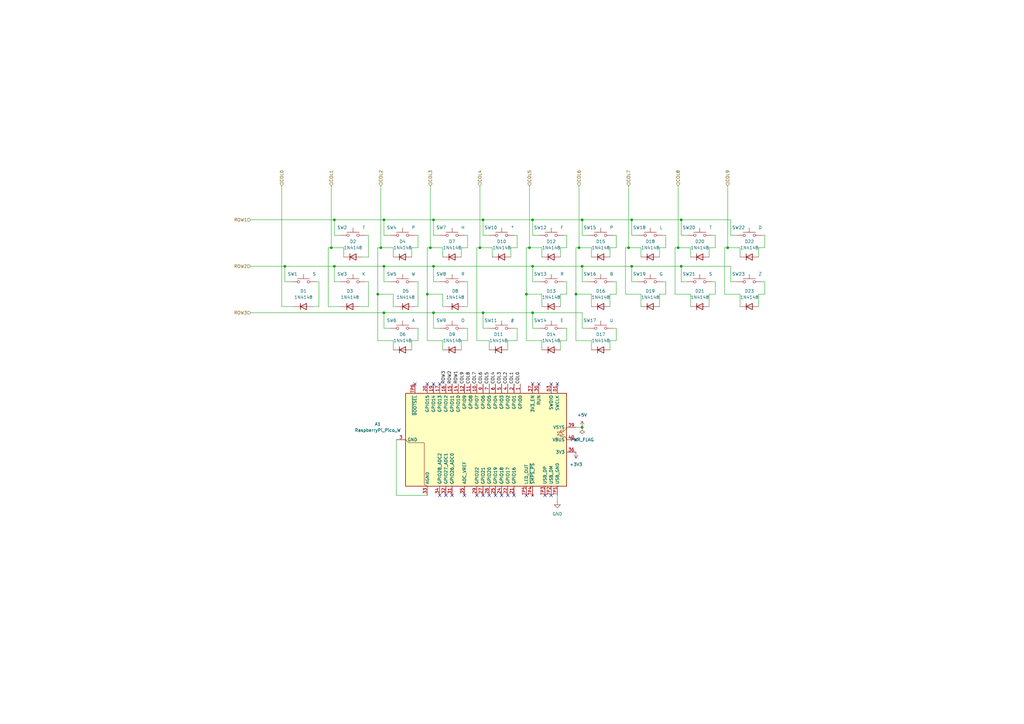
<source format=kicad_sch>
(kicad_sch
	(version 20250114)
	(generator "eeschema")
	(generator_version "9.0")
	(uuid "ba900c64-d76c-46b3-830f-b5b920ca5f74")
	(paper "A3")
	(title_block
		(title "64KEY")
		(date "2022-08-21")
		(rev "A")
	)
	(lib_symbols
		(symbol "Diode:1N4148"
			(pin_numbers
				(hide yes)
			)
			(pin_names
				(hide yes)
			)
			(exclude_from_sim no)
			(in_bom yes)
			(on_board yes)
			(property "Reference" "D"
				(at 0 2.54 0)
				(effects
					(font
						(size 1.27 1.27)
					)
				)
			)
			(property "Value" "1N4148"
				(at 0 -2.54 0)
				(effects
					(font
						(size 1.27 1.27)
					)
				)
			)
			(property "Footprint" "Diode_THT:D_DO-35_SOD27_P7.62mm_Horizontal"
				(at 0 0 0)
				(effects
					(font
						(size 1.27 1.27)
					)
					(hide yes)
				)
			)
			(property "Datasheet" "https://assets.nexperia.com/documents/data-sheet/1N4148_1N4448.pdf"
				(at 0 0 0)
				(effects
					(font
						(size 1.27 1.27)
					)
					(hide yes)
				)
			)
			(property "Description" "100V 0.15A standard switching diode, DO-35"
				(at 0 0 0)
				(effects
					(font
						(size 1.27 1.27)
					)
					(hide yes)
				)
			)
			(property "Sim.Device" "D"
				(at 0 0 0)
				(effects
					(font
						(size 1.27 1.27)
					)
					(hide yes)
				)
			)
			(property "Sim.Pins" "1=K 2=A"
				(at 0 0 0)
				(effects
					(font
						(size 1.27 1.27)
					)
					(hide yes)
				)
			)
			(property "ki_keywords" "diode"
				(at 0 0 0)
				(effects
					(font
						(size 1.27 1.27)
					)
					(hide yes)
				)
			)
			(property "ki_fp_filters" "D*DO?35*"
				(at 0 0 0)
				(effects
					(font
						(size 1.27 1.27)
					)
					(hide yes)
				)
			)
			(symbol "1N4148_0_1"
				(polyline
					(pts
						(xy -1.27 1.27) (xy -1.27 -1.27)
					)
					(stroke
						(width 0.254)
						(type default)
					)
					(fill
						(type none)
					)
				)
				(polyline
					(pts
						(xy 1.27 1.27) (xy 1.27 -1.27) (xy -1.27 0) (xy 1.27 1.27)
					)
					(stroke
						(width 0.254)
						(type default)
					)
					(fill
						(type none)
					)
				)
				(polyline
					(pts
						(xy 1.27 0) (xy -1.27 0)
					)
					(stroke
						(width 0)
						(type default)
					)
					(fill
						(type none)
					)
				)
			)
			(symbol "1N4148_1_1"
				(pin passive line
					(at -3.81 0 0)
					(length 2.54)
					(name "K"
						(effects
							(font
								(size 1.27 1.27)
							)
						)
					)
					(number "1"
						(effects
							(font
								(size 1.27 1.27)
							)
						)
					)
				)
				(pin passive line
					(at 3.81 0 180)
					(length 2.54)
					(name "A"
						(effects
							(font
								(size 1.27 1.27)
							)
						)
					)
					(number "2"
						(effects
							(font
								(size 1.27 1.27)
							)
						)
					)
				)
			)
			(embedded_fonts no)
		)
		(symbol "MCU_Module:RaspberryPi_Pico_W_Extensive"
			(pin_names
				(offset 0.762)
			)
			(exclude_from_sim no)
			(in_bom yes)
			(on_board yes)
			(property "Reference" "A1"
				(at -6.4202 -43.18 90)
				(effects
					(font
						(size 1.27 1.27)
					)
				)
			)
			(property "Value" "RaspberryPi_Pico_W"
				(at -3.8802 -43.18 90)
				(effects
					(font
						(size 1.27 1.27)
					)
				)
			)
			(property "Footprint" "Module:RaspberryPi_Pico_W_SMD"
				(at 0 -46.99 0)
				(effects
					(font
						(size 1.27 1.27)
					)
					(hide yes)
				)
			)
			(property "Datasheet" "https://datasheets.raspberrypi.com/picow/pico-w-datasheet.pdf"
				(at 0 -49.53 0)
				(effects
					(font
						(size 1.27 1.27)
					)
					(hide yes)
				)
			)
			(property "Description" "Versatile and inexpensive wireless microcontroller module (with full pinout for test point and debug connections) powered by RP2040 dual-core Arm Cortex-M0+ processor up to 133 MHz, 264kB SRAM, 2MB QSPI flash, Infineon CYW43439 2.4GHz 802.11n wireless LAN; also supports Raspberry Pi Pico 2 W"
				(at 0 -52.07 0)
				(effects
					(font
						(size 1.27 1.27)
					)
					(hide yes)
				)
			)
			(property "ki_keywords" "RP2350A M33 RISC-V Hazard3 usb swd wifi bluetooth"
				(at 0 0 0)
				(effects
					(font
						(size 1.27 1.27)
					)
					(hide yes)
				)
			)
			(property "ki_fp_filters" "RaspberryPi?Pico?W?SMD"
				(at 0 0 0)
				(effects
					(font
						(size 1.27 1.27)
					)
					(hide yes)
				)
			)
			(symbol "RaspberryPi_Pico_W_Extensive_0_1"
				(rectangle
					(start -19.05 34.29)
					(end 19.05 -31.75)
					(stroke
						(width 0.254)
						(type default)
					)
					(fill
						(type background)
					)
				)
				(polyline
					(pts
						(xy -5.08 34.29) (xy -3.81 33.655) (xy -3.81 31.75) (xy -3.175 31.75)
					)
					(stroke
						(width 0)
						(type default)
					)
					(fill
						(type none)
					)
				)
				(polyline
					(pts
						(xy -3.429 32.766) (xy -3.429 33.02) (xy -3.175 33.02) (xy -3.175 30.48) (xy -2.921 30.48) (xy -2.921 30.734)
					)
					(stroke
						(width 0)
						(type default)
					)
					(fill
						(type none)
					)
				)
				(polyline
					(pts
						(xy -3.175 31.75) (xy -1.905 33.02) (xy -1.905 30.48) (xy -3.175 31.75)
					)
					(stroke
						(width 0)
						(type default)
					)
					(fill
						(type none)
					)
				)
				(polyline
					(pts
						(xy 0 34.29) (xy -1.27 33.655) (xy -1.27 31.75) (xy -1.905 31.75)
					)
					(stroke
						(width 0)
						(type default)
					)
					(fill
						(type none)
					)
				)
				(polyline
					(pts
						(xy 0 -31.75) (xy 1.27 -30.48) (xy 1.27 -24.13) (xy 18.415 -24.13) (xy 19.05 -22.86)
					)
					(stroke
						(width 0)
						(type default)
					)
					(fill
						(type none)
					)
				)
			)
			(symbol "RaspberryPi_Pico_W_Extensive_1_1"
				(pin input line
					(at -22.86 30.48 0)
					(length 3.81)
					(name "SWCLK"
						(effects
							(font
								(size 1.27 1.27)
							)
						)
					)
					(number "D1"
						(effects
							(font
								(size 1.27 1.27)
							)
						)
					)
				)
				(pin bidirectional line
					(at -22.86 27.94 0)
					(length 3.81)
					(name "SWDIO"
						(effects
							(font
								(size 1.27 1.27)
							)
						)
					)
					(number "D3"
						(effects
							(font
								(size 1.27 1.27)
							)
						)
					)
				)
				(pin passive line
					(at -22.86 22.86 0)
					(length 3.81)
					(name "RUN"
						(effects
							(font
								(size 1.27 1.27)
							)
						)
					)
					(number "30"
						(effects
							(font
								(size 1.27 1.27)
							)
						)
					)
					(alternate "~{RESET}" passive line)
				)
				(pin passive line
					(at -22.86 20.32 0)
					(length 3.81)
					(name "3V3_EN"
						(effects
							(font
								(size 1.27 1.27)
							)
						)
					)
					(number "37"
						(effects
							(font
								(size 1.27 1.27)
							)
						)
					)
					(alternate "~{3V3_DISABLE}" passive line)
				)
				(pin bidirectional line
					(at -22.86 15.24 0)
					(length 3.81)
					(name "GPIO0"
						(effects
							(font
								(size 1.27 1.27)
							)
						)
					)
					(number "1"
						(effects
							(font
								(size 1.27 1.27)
							)
						)
					)
					(alternate "I2C0_SDA" bidirectional line)
					(alternate "PWM0_A" output line)
					(alternate "SPI0_RX" input line)
					(alternate "UART0_TX" output line)
					(alternate "USB_OVCUR_DET" input line)
				)
				(pin bidirectional line
					(at -22.86 12.7 0)
					(length 3.81)
					(name "GPIO1"
						(effects
							(font
								(size 1.27 1.27)
							)
						)
					)
					(number "2"
						(effects
							(font
								(size 1.27 1.27)
							)
						)
					)
					(alternate "I2C0_SCL" bidirectional clock)
					(alternate "PWM0_B" bidirectional line)
					(alternate "UART0_RX" input line)
					(alternate "USB_VBUS_DET" passive line)
					(alternate "~{SPI0_CSn}" bidirectional line)
				)
				(pin bidirectional line
					(at -22.86 10.16 0)
					(length 3.81)
					(name "GPIO2"
						(effects
							(font
								(size 1.27 1.27)
							)
						)
					)
					(number "4"
						(effects
							(font
								(size 1.27 1.27)
							)
						)
					)
					(alternate "I2C1_SDA" bidirectional line)
					(alternate "PWM1_A" output line)
					(alternate "SPI0_SCK" bidirectional clock)
					(alternate "UART0_CTS" input line)
					(alternate "USB_VBUS_EN" output line)
				)
				(pin bidirectional line
					(at -22.86 7.62 0)
					(length 3.81)
					(name "GPIO3"
						(effects
							(font
								(size 1.27 1.27)
							)
						)
					)
					(number "5"
						(effects
							(font
								(size 1.27 1.27)
							)
						)
					)
					(alternate "I2C1_SCL" bidirectional clock)
					(alternate "PWM1_B" bidirectional line)
					(alternate "SPI0_TX" output line)
					(alternate "UART0_RTS" output line)
					(alternate "USB_OVCUR_DET" input line)
				)
				(pin bidirectional line
					(at -22.86 5.08 0)
					(length 3.81)
					(name "GPIO4"
						(effects
							(font
								(size 1.27 1.27)
							)
						)
					)
					(number "6"
						(effects
							(font
								(size 1.27 1.27)
							)
						)
					)
					(alternate "I2C0_SDA" bidirectional line)
					(alternate "PWM2_A" output line)
					(alternate "SPI0_RX" input line)
					(alternate "UART1_TX" output line)
					(alternate "USB_VBUS_DET" input line)
				)
				(pin bidirectional line
					(at -22.86 2.54 0)
					(length 3.81)
					(name "GPIO5"
						(effects
							(font
								(size 1.27 1.27)
							)
						)
					)
					(number "7"
						(effects
							(font
								(size 1.27 1.27)
							)
						)
					)
					(alternate "I2C0_SCL" bidirectional clock)
					(alternate "PWM2_B" bidirectional line)
					(alternate "UART1_RX" input line)
					(alternate "USB_VBUS_EN" output line)
					(alternate "~{SPI0_CSn}" bidirectional line)
				)
				(pin bidirectional line
					(at -22.86 0 0)
					(length 3.81)
					(name "GPIO6"
						(effects
							(font
								(size 1.27 1.27)
							)
						)
					)
					(number "9"
						(effects
							(font
								(size 1.27 1.27)
							)
						)
					)
					(alternate "I2C1_SDA" bidirectional line)
					(alternate "PWM3_A" output line)
					(alternate "SPI0_SCK" bidirectional clock)
					(alternate "UART1_CTS" input line)
					(alternate "USB_OVCUR_DET" input line)
				)
				(pin bidirectional line
					(at -22.86 -2.54 0)
					(length 3.81)
					(name "GPIO7"
						(effects
							(font
								(size 1.27 1.27)
							)
						)
					)
					(number "10"
						(effects
							(font
								(size 1.27 1.27)
							)
						)
					)
					(alternate "I2C1_SCL" bidirectional clock)
					(alternate "PWM3_B" bidirectional line)
					(alternate "SPI0_TX" output line)
					(alternate "UART1_RTS" output line)
					(alternate "USB_VBUS_DET" input line)
				)
				(pin bidirectional line
					(at -22.86 -5.08 0)
					(length 3.81)
					(name "GPIO8"
						(effects
							(font
								(size 1.27 1.27)
							)
						)
					)
					(number "11"
						(effects
							(font
								(size 1.27 1.27)
							)
						)
					)
					(alternate "I2C0_SDA" bidirectional line)
					(alternate "PWM4_A" output line)
					(alternate "SPI1_RX" input line)
					(alternate "UART1_TX" output line)
					(alternate "USB_VBUS_EN" output line)
				)
				(pin bidirectional line
					(at -22.86 -7.62 0)
					(length 3.81)
					(name "GPIO9"
						(effects
							(font
								(size 1.27 1.27)
							)
						)
					)
					(number "12"
						(effects
							(font
								(size 1.27 1.27)
							)
						)
					)
					(alternate "I2C0_SCL" bidirectional clock)
					(alternate "PWM4_B" bidirectional line)
					(alternate "UART1_RX" input line)
					(alternate "USB_OVCUR_DET" input line)
					(alternate "~{SPI1_CSn}" bidirectional line)
				)
				(pin bidirectional line
					(at -22.86 -10.16 0)
					(length 3.81)
					(name "GPIO10"
						(effects
							(font
								(size 1.27 1.27)
							)
						)
					)
					(number "14"
						(effects
							(font
								(size 1.27 1.27)
							)
						)
					)
					(alternate "I2C1_SDA" bidirectional line)
					(alternate "PWM5_A" output line)
					(alternate "SPI1_SCK" bidirectional clock)
					(alternate "UART1_CTS" input line)
					(alternate "USB_VBUS_DET" input line)
				)
				(pin bidirectional line
					(at -22.86 -12.7 0)
					(length 3.81)
					(name "GPIO11"
						(effects
							(font
								(size 1.27 1.27)
							)
						)
					)
					(number "15"
						(effects
							(font
								(size 1.27 1.27)
							)
						)
					)
					(alternate "I2C1_SCL" bidirectional clock)
					(alternate "PWM5_B" bidirectional line)
					(alternate "SPI1_TX" output line)
					(alternate "UART1_RTS" output line)
					(alternate "USB_VBUS_EN" output line)
				)
				(pin bidirectional line
					(at -22.86 -15.24 0)
					(length 3.81)
					(name "GPIO12"
						(effects
							(font
								(size 1.27 1.27)
							)
						)
					)
					(number "16"
						(effects
							(font
								(size 1.27 1.27)
							)
						)
					)
					(alternate "I2C0_SDA" bidirectional line)
					(alternate "PWM6_A" output line)
					(alternate "SPI1_RX" input line)
					(alternate "UART0_TX" output line)
					(alternate "USB_OVCUR_DET" input line)
				)
				(pin bidirectional line
					(at -22.86 -17.78 0)
					(length 3.81)
					(name "GPIO13"
						(effects
							(font
								(size 1.27 1.27)
							)
						)
					)
					(number "17"
						(effects
							(font
								(size 1.27 1.27)
							)
						)
					)
					(alternate "I2C0_SCL" bidirectional clock)
					(alternate "PWM6_B" bidirectional line)
					(alternate "UART0_RX" input line)
					(alternate "USB_VBUS_DET" input line)
					(alternate "~{SPI1_CSn}" bidirectional line)
				)
				(pin bidirectional line
					(at -22.86 -20.32 0)
					(length 3.81)
					(name "GPIO14"
						(effects
							(font
								(size 1.27 1.27)
							)
						)
					)
					(number "19"
						(effects
							(font
								(size 1.27 1.27)
							)
						)
					)
					(alternate "I2C1_SDA" bidirectional line)
					(alternate "PWM7_A" output line)
					(alternate "SPI1_SCK" bidirectional clock)
					(alternate "UART0_CTS" input line)
					(alternate "USB_VBUS_EN" output line)
				)
				(pin bidirectional line
					(at -22.86 -22.86 0)
					(length 3.81)
					(name "GPIO15"
						(effects
							(font
								(size 1.27 1.27)
							)
						)
					)
					(number "20"
						(effects
							(font
								(size 1.27 1.27)
							)
						)
					)
					(alternate "I2C1_SCL" bidirectional clock)
					(alternate "PWM7_B" bidirectional line)
					(alternate "SPI1_TX" output line)
					(alternate "UART0_RTS" output line)
					(alternate "USB_OVCUR_DET" input line)
				)
				(pin input line
					(at -22.86 -27.94 0)
					(length 3.81)
					(name "~{BOOTSEL}"
						(effects
							(font
								(size 1.27 1.27)
							)
						)
					)
					(number "TP6"
						(effects
							(font
								(size 1.27 1.27)
							)
						)
					)
				)
				(pin power_in line
					(at -5.08 38.1 270)
					(length 3.81)
					(name "VSYS"
						(effects
							(font
								(size 1.27 1.27)
							)
						)
					)
					(number "39"
						(effects
							(font
								(size 1.27 1.27)
							)
						)
					)
					(alternate "VSYS_OUT" power_out line)
				)
				(pin power_out line
					(at 0 38.1 270)
					(length 3.81)
					(name "VBUS"
						(effects
							(font
								(size 1.27 1.27)
							)
						)
					)
					(number "40"
						(effects
							(font
								(size 1.27 1.27)
							)
						)
					)
					(alternate "VBUS_IN" power_in line)
				)
				(pin passive line
					(at 0 -35.56 90)
					(length 3.81)
					(hide yes)
					(name "GND"
						(effects
							(font
								(size 1.27 1.27)
							)
						)
					)
					(number "13"
						(effects
							(font
								(size 1.27 1.27)
							)
						)
					)
				)
				(pin passive line
					(at 0 -35.56 90)
					(length 3.81)
					(hide yes)
					(name "GND"
						(effects
							(font
								(size 1.27 1.27)
							)
						)
					)
					(number "18"
						(effects
							(font
								(size 1.27 1.27)
							)
						)
					)
				)
				(pin passive line
					(at 0 -35.56 90)
					(length 3.81)
					(hide yes)
					(name "GND"
						(effects
							(font
								(size 1.27 1.27)
							)
						)
					)
					(number "23"
						(effects
							(font
								(size 1.27 1.27)
							)
						)
					)
				)
				(pin passive line
					(at 0 -35.56 90)
					(length 3.81)
					(hide yes)
					(name "GND"
						(effects
							(font
								(size 1.27 1.27)
							)
						)
					)
					(number "28"
						(effects
							(font
								(size 1.27 1.27)
							)
						)
					)
				)
				(pin power_out line
					(at 0 -35.56 90)
					(length 3.81)
					(name "GND"
						(effects
							(font
								(size 1.27 1.27)
							)
						)
					)
					(number "3"
						(effects
							(font
								(size 1.27 1.27)
							)
						)
					)
					(alternate "GND_IN" power_in line)
				)
				(pin passive line
					(at 0 -35.56 90)
					(length 3.81)
					(hide yes)
					(name "GND"
						(effects
							(font
								(size 1.27 1.27)
							)
						)
					)
					(number "38"
						(effects
							(font
								(size 1.27 1.27)
							)
						)
					)
				)
				(pin passive line
					(at 0 -35.56 90)
					(length 3.81)
					(hide yes)
					(name "GND"
						(effects
							(font
								(size 1.27 1.27)
							)
						)
					)
					(number "8"
						(effects
							(font
								(size 1.27 1.27)
							)
						)
					)
				)
				(pin passive line
					(at 0 -35.56 90)
					(length 3.81)
					(hide yes)
					(name "GND"
						(effects
							(font
								(size 1.27 1.27)
							)
						)
					)
					(number "D2"
						(effects
							(font
								(size 1.27 1.27)
							)
						)
					)
				)
				(pin power_out line
					(at 5.08 38.1 270)
					(length 3.81)
					(name "3V3"
						(effects
							(font
								(size 1.27 1.27)
							)
						)
					)
					(number "36"
						(effects
							(font
								(size 1.27 1.27)
							)
						)
					)
				)
				(pin power_out line
					(at 22.86 30.48 180)
					(length 3.81)
					(name "USB_GND"
						(effects
							(font
								(size 1.27 1.27)
							)
						)
					)
					(number "TP1"
						(effects
							(font
								(size 1.27 1.27)
							)
						)
					)
					(alternate "USB_GND_IN" power_in line)
				)
				(pin bidirectional line
					(at 22.86 27.94 180)
					(length 3.81)
					(name "USB_DM"
						(effects
							(font
								(size 1.27 1.27)
							)
						)
					)
					(number "TP2"
						(effects
							(font
								(size 1.27 1.27)
							)
						)
					)
				)
				(pin bidirectional line
					(at 22.86 25.4 180)
					(length 3.81)
					(name "USB_DP"
						(effects
							(font
								(size 1.27 1.27)
							)
						)
					)
					(number "TP3"
						(effects
							(font
								(size 1.27 1.27)
							)
						)
					)
				)
				(pin no_connect line
					(at 22.86 20.32 180)
					(length 3.81)
					(name "~{SMPS_PS}"
						(effects
							(font
								(size 1.27 1.27)
							)
						)
					)
					(number "TP4"
						(effects
							(font
								(size 1.27 1.27)
							)
						)
					)
					(alternate "GPIO23_UNSAFE" output line)
					(alternate "~{SMPS_PS_UNSAFE}" output line)
				)
				(pin output line
					(at 22.86 17.78 180)
					(length 3.81)
					(name "LED_OUT"
						(effects
							(font
								(size 1.27 1.27)
							)
						)
					)
					(number "TP5"
						(effects
							(font
								(size 1.27 1.27)
							)
						)
					)
				)
				(pin bidirectional line
					(at 22.86 12.7 180)
					(length 3.81)
					(name "GPIO16"
						(effects
							(font
								(size 1.27 1.27)
							)
						)
					)
					(number "21"
						(effects
							(font
								(size 1.27 1.27)
							)
						)
					)
					(alternate "I2C0_SDA" bidirectional line)
					(alternate "PWM0_A" output line)
					(alternate "SPI0_RX" input line)
					(alternate "UART0_TX" output line)
					(alternate "USB_VBUS_DET" input line)
				)
				(pin bidirectional line
					(at 22.86 10.16 180)
					(length 3.81)
					(name "GPIO17"
						(effects
							(font
								(size 1.27 1.27)
							)
						)
					)
					(number "22"
						(effects
							(font
								(size 1.27 1.27)
							)
						)
					)
					(alternate "I2C0_SCL" bidirectional clock)
					(alternate "PWM0_B" bidirectional line)
					(alternate "UART0_RX" input line)
					(alternate "USB_VBUS_EN" output line)
					(alternate "~{SPI0_CSn}" bidirectional line)
				)
				(pin bidirectional line
					(at 22.86 7.62 180)
					(length 3.81)
					(name "GPIO18"
						(effects
							(font
								(size 1.27 1.27)
							)
						)
					)
					(number "24"
						(effects
							(font
								(size 1.27 1.27)
							)
						)
					)
					(alternate "I2C1_SDA" bidirectional line)
					(alternate "PWM1_A" output line)
					(alternate "SPI0_SCK" bidirectional clock)
					(alternate "UART0_CTS" input line)
					(alternate "USB_OVCUR_DET" input line)
				)
				(pin bidirectional line
					(at 22.86 5.08 180)
					(length 3.81)
					(name "GPIO19"
						(effects
							(font
								(size 1.27 1.27)
							)
						)
					)
					(number "25"
						(effects
							(font
								(size 1.27 1.27)
							)
						)
					)
					(alternate "I2C1_SCL" bidirectional clock)
					(alternate "PWM1_B" bidirectional line)
					(alternate "SPI0_TX" output line)
					(alternate "UART0_RTS" output line)
					(alternate "USB_VBUS_DET" input line)
				)
				(pin bidirectional line
					(at 22.86 2.54 180)
					(length 3.81)
					(name "GPIO20"
						(effects
							(font
								(size 1.27 1.27)
							)
						)
					)
					(number "26"
						(effects
							(font
								(size 1.27 1.27)
							)
						)
					)
					(alternate "CLOCK_GPIN0" input clock)
					(alternate "I2C0_SDA" bidirectional line)
					(alternate "PWM2_A" output line)
					(alternate "SPI0_RX" input line)
					(alternate "UART1_TX" output line)
					(alternate "USB_VBUS_EN" output line)
				)
				(pin bidirectional line
					(at 22.86 0 180)
					(length 3.81)
					(name "GPIO21"
						(effects
							(font
								(size 1.27 1.27)
							)
						)
					)
					(number "27"
						(effects
							(font
								(size 1.27 1.27)
							)
						)
					)
					(alternate "CLOCK_GPOUT0" output clock)
					(alternate "I2C0_SCL" bidirectional clock)
					(alternate "PWM2_B" bidirectional line)
					(alternate "UART1_RX" input line)
					(alternate "USB_OVCUR_DET" input line)
					(alternate "~{SPI0_CSn}" bidirectional line)
				)
				(pin bidirectional line
					(at 22.86 -2.54 180)
					(length 3.81)
					(name "GPIO22"
						(effects
							(font
								(size 1.27 1.27)
							)
						)
					)
					(number "29"
						(effects
							(font
								(size 1.27 1.27)
							)
						)
					)
					(alternate "CLOCK_GPIN1" input clock)
					(alternate "I2C1_SDA" bidirectional line)
					(alternate "PWM3_A" output line)
					(alternate "SPI0_SCK" bidirectional clock)
					(alternate "UART1_CTS" input line)
					(alternate "USB_VBUS_DET" input line)
				)
				(pin power_in line
					(at 22.86 -7.62 180)
					(length 3.81)
					(name "ADC_VREF"
						(effects
							(font
								(size 1.27 1.27)
							)
						)
					)
					(number "35"
						(effects
							(font
								(size 1.27 1.27)
							)
						)
					)
				)
				(pin bidirectional line
					(at 22.86 -12.7 180)
					(length 3.81)
					(name "GPIO26_ADC0"
						(effects
							(font
								(size 1.27 1.27)
							)
						)
					)
					(number "31"
						(effects
							(font
								(size 1.27 1.27)
							)
						)
					)
					(alternate "ADC0" input line)
					(alternate "GPIO26" bidirectional line)
					(alternate "I2C1_SDA" bidirectional line)
					(alternate "PWM5_A" output line)
					(alternate "SPI1_SCK" bidirectional clock)
					(alternate "UART1_CTS" input line)
					(alternate "USB_VBUS_EN" output line)
				)
				(pin bidirectional line
					(at 22.86 -15.24 180)
					(length 3.81)
					(name "GPIO27_ADC1"
						(effects
							(font
								(size 1.27 1.27)
							)
						)
					)
					(number "32"
						(effects
							(font
								(size 1.27 1.27)
							)
						)
					)
					(alternate "ADC1" input line)
					(alternate "GPIO27" bidirectional line)
					(alternate "I2C1_SCL" bidirectional clock)
					(alternate "PWM5_B" bidirectional line)
					(alternate "SPI1_TX" output line)
					(alternate "UART1_RTS" output line)
					(alternate "USB_OVCUR_DET" input line)
				)
				(pin bidirectional line
					(at 22.86 -17.78 180)
					(length 3.81)
					(name "GPIO28_ADC2"
						(effects
							(font
								(size 1.27 1.27)
							)
						)
					)
					(number "34"
						(effects
							(font
								(size 1.27 1.27)
							)
						)
					)
					(alternate "ADC2" input line)
					(alternate "GPIO28" bidirectional line)
					(alternate "I2C0_SDA" bidirectional line)
					(alternate "PWM6_A" output line)
					(alternate "SPI1_RX" input line)
					(alternate "UART0_TX" output line)
					(alternate "USB_VBUS_DET" input line)
				)
				(pin passive line
					(at 22.86 -22.86 180)
					(length 3.81)
					(name "AGND"
						(effects
							(font
								(size 1.27 1.27)
							)
						)
					)
					(number "33"
						(effects
							(font
								(size 1.27 1.27)
							)
						)
					)
					(alternate "GND" passive line)
				)
			)
			(embedded_fonts no)
		)
		(symbol "Switch:SW_Push"
			(pin_numbers
				(hide yes)
			)
			(pin_names
				(offset 1.016)
				(hide yes)
			)
			(exclude_from_sim no)
			(in_bom yes)
			(on_board yes)
			(property "Reference" "SW"
				(at 1.27 2.54 0)
				(effects
					(font
						(size 1.27 1.27)
					)
					(justify left)
				)
			)
			(property "Value" "SW_Push"
				(at 0 -1.524 0)
				(effects
					(font
						(size 1.27 1.27)
					)
				)
			)
			(property "Footprint" ""
				(at 0 5.08 0)
				(effects
					(font
						(size 1.27 1.27)
					)
					(hide yes)
				)
			)
			(property "Datasheet" "~"
				(at 0 5.08 0)
				(effects
					(font
						(size 1.27 1.27)
					)
					(hide yes)
				)
			)
			(property "Description" "Push button switch, generic, two pins"
				(at 0 0 0)
				(effects
					(font
						(size 1.27 1.27)
					)
					(hide yes)
				)
			)
			(property "ki_keywords" "switch normally-open pushbutton push-button"
				(at 0 0 0)
				(effects
					(font
						(size 1.27 1.27)
					)
					(hide yes)
				)
			)
			(symbol "SW_Push_0_1"
				(circle
					(center -2.032 0)
					(radius 0.508)
					(stroke
						(width 0)
						(type default)
					)
					(fill
						(type none)
					)
				)
				(polyline
					(pts
						(xy 0 1.27) (xy 0 3.048)
					)
					(stroke
						(width 0)
						(type default)
					)
					(fill
						(type none)
					)
				)
				(circle
					(center 2.032 0)
					(radius 0.508)
					(stroke
						(width 0)
						(type default)
					)
					(fill
						(type none)
					)
				)
				(polyline
					(pts
						(xy 2.54 1.27) (xy -2.54 1.27)
					)
					(stroke
						(width 0)
						(type default)
					)
					(fill
						(type none)
					)
				)
				(pin passive line
					(at -5.08 0 0)
					(length 2.54)
					(name "1"
						(effects
							(font
								(size 1.27 1.27)
							)
						)
					)
					(number "1"
						(effects
							(font
								(size 1.27 1.27)
							)
						)
					)
				)
				(pin passive line
					(at 5.08 0 180)
					(length 2.54)
					(name "2"
						(effects
							(font
								(size 1.27 1.27)
							)
						)
					)
					(number "2"
						(effects
							(font
								(size 1.27 1.27)
							)
						)
					)
				)
			)
			(embedded_fonts no)
		)
		(symbol "power:+3V3"
			(power)
			(pin_numbers
				(hide yes)
			)
			(pin_names
				(offset 0)
				(hide yes)
			)
			(exclude_from_sim no)
			(in_bom yes)
			(on_board yes)
			(property "Reference" "#PWR"
				(at 0 -3.81 0)
				(effects
					(font
						(size 1.27 1.27)
					)
					(hide yes)
				)
			)
			(property "Value" "+3V3"
				(at 0 3.556 0)
				(effects
					(font
						(size 1.27 1.27)
					)
				)
			)
			(property "Footprint" ""
				(at 0 0 0)
				(effects
					(font
						(size 1.27 1.27)
					)
					(hide yes)
				)
			)
			(property "Datasheet" ""
				(at 0 0 0)
				(effects
					(font
						(size 1.27 1.27)
					)
					(hide yes)
				)
			)
			(property "Description" "Power symbol creates a global label with name \"+3V3\""
				(at 0 0 0)
				(effects
					(font
						(size 1.27 1.27)
					)
					(hide yes)
				)
			)
			(property "ki_keywords" "global power"
				(at 0 0 0)
				(effects
					(font
						(size 1.27 1.27)
					)
					(hide yes)
				)
			)
			(symbol "+3V3_0_1"
				(polyline
					(pts
						(xy -0.762 1.27) (xy 0 2.54)
					)
					(stroke
						(width 0)
						(type default)
					)
					(fill
						(type none)
					)
				)
				(polyline
					(pts
						(xy 0 2.54) (xy 0.762 1.27)
					)
					(stroke
						(width 0)
						(type default)
					)
					(fill
						(type none)
					)
				)
				(polyline
					(pts
						(xy 0 0) (xy 0 2.54)
					)
					(stroke
						(width 0)
						(type default)
					)
					(fill
						(type none)
					)
				)
			)
			(symbol "+3V3_1_1"
				(pin power_in line
					(at 0 0 90)
					(length 0)
					(name "~"
						(effects
							(font
								(size 1.27 1.27)
							)
						)
					)
					(number "1"
						(effects
							(font
								(size 1.27 1.27)
							)
						)
					)
				)
			)
			(embedded_fonts no)
		)
		(symbol "power:+5V"
			(power)
			(pin_numbers
				(hide yes)
			)
			(pin_names
				(offset 0)
				(hide yes)
			)
			(exclude_from_sim no)
			(in_bom yes)
			(on_board yes)
			(property "Reference" "#PWR"
				(at 0 -3.81 0)
				(effects
					(font
						(size 1.27 1.27)
					)
					(hide yes)
				)
			)
			(property "Value" "+5V"
				(at 0 3.556 0)
				(effects
					(font
						(size 1.27 1.27)
					)
				)
			)
			(property "Footprint" ""
				(at 0 0 0)
				(effects
					(font
						(size 1.27 1.27)
					)
					(hide yes)
				)
			)
			(property "Datasheet" ""
				(at 0 0 0)
				(effects
					(font
						(size 1.27 1.27)
					)
					(hide yes)
				)
			)
			(property "Description" "Power symbol creates a global label with name \"+5V\""
				(at 0 0 0)
				(effects
					(font
						(size 1.27 1.27)
					)
					(hide yes)
				)
			)
			(property "ki_keywords" "global power"
				(at 0 0 0)
				(effects
					(font
						(size 1.27 1.27)
					)
					(hide yes)
				)
			)
			(symbol "+5V_0_1"
				(polyline
					(pts
						(xy -0.762 1.27) (xy 0 2.54)
					)
					(stroke
						(width 0)
						(type default)
					)
					(fill
						(type none)
					)
				)
				(polyline
					(pts
						(xy 0 2.54) (xy 0.762 1.27)
					)
					(stroke
						(width 0)
						(type default)
					)
					(fill
						(type none)
					)
				)
				(polyline
					(pts
						(xy 0 0) (xy 0 2.54)
					)
					(stroke
						(width 0)
						(type default)
					)
					(fill
						(type none)
					)
				)
			)
			(symbol "+5V_1_1"
				(pin power_in line
					(at 0 0 90)
					(length 0)
					(name "~"
						(effects
							(font
								(size 1.27 1.27)
							)
						)
					)
					(number "1"
						(effects
							(font
								(size 1.27 1.27)
							)
						)
					)
				)
			)
			(embedded_fonts no)
		)
		(symbol "power:GND"
			(power)
			(pin_numbers
				(hide yes)
			)
			(pin_names
				(offset 0)
				(hide yes)
			)
			(exclude_from_sim no)
			(in_bom yes)
			(on_board yes)
			(property "Reference" "#PWR"
				(at 0 -6.35 0)
				(effects
					(font
						(size 1.27 1.27)
					)
					(hide yes)
				)
			)
			(property "Value" "GND"
				(at 0 -3.81 0)
				(effects
					(font
						(size 1.27 1.27)
					)
				)
			)
			(property "Footprint" ""
				(at 0 0 0)
				(effects
					(font
						(size 1.27 1.27)
					)
					(hide yes)
				)
			)
			(property "Datasheet" ""
				(at 0 0 0)
				(effects
					(font
						(size 1.27 1.27)
					)
					(hide yes)
				)
			)
			(property "Description" "Power symbol creates a global label with name \"GND\" , ground"
				(at 0 0 0)
				(effects
					(font
						(size 1.27 1.27)
					)
					(hide yes)
				)
			)
			(property "ki_keywords" "global power"
				(at 0 0 0)
				(effects
					(font
						(size 1.27 1.27)
					)
					(hide yes)
				)
			)
			(symbol "GND_0_1"
				(polyline
					(pts
						(xy 0 0) (xy 0 -1.27) (xy 1.27 -1.27) (xy 0 -2.54) (xy -1.27 -1.27) (xy 0 -1.27)
					)
					(stroke
						(width 0)
						(type default)
					)
					(fill
						(type none)
					)
				)
			)
			(symbol "GND_1_1"
				(pin power_in line
					(at 0 0 270)
					(length 0)
					(name "~"
						(effects
							(font
								(size 1.27 1.27)
							)
						)
					)
					(number "1"
						(effects
							(font
								(size 1.27 1.27)
							)
						)
					)
				)
			)
			(embedded_fonts no)
		)
		(symbol "power:PWR_FLAG"
			(power)
			(pin_numbers
				(hide yes)
			)
			(pin_names
				(offset 0)
				(hide yes)
			)
			(exclude_from_sim no)
			(in_bom yes)
			(on_board yes)
			(property "Reference" "#FLG"
				(at 0 1.905 0)
				(effects
					(font
						(size 1.27 1.27)
					)
					(hide yes)
				)
			)
			(property "Value" "PWR_FLAG"
				(at 0 3.81 0)
				(effects
					(font
						(size 1.27 1.27)
					)
				)
			)
			(property "Footprint" ""
				(at 0 0 0)
				(effects
					(font
						(size 1.27 1.27)
					)
					(hide yes)
				)
			)
			(property "Datasheet" "~"
				(at 0 0 0)
				(effects
					(font
						(size 1.27 1.27)
					)
					(hide yes)
				)
			)
			(property "Description" "Special symbol for telling ERC where power comes from"
				(at 0 0 0)
				(effects
					(font
						(size 1.27 1.27)
					)
					(hide yes)
				)
			)
			(property "ki_keywords" "flag power"
				(at 0 0 0)
				(effects
					(font
						(size 1.27 1.27)
					)
					(hide yes)
				)
			)
			(symbol "PWR_FLAG_0_0"
				(pin power_out line
					(at 0 0 90)
					(length 0)
					(name "~"
						(effects
							(font
								(size 1.27 1.27)
							)
						)
					)
					(number "1"
						(effects
							(font
								(size 1.27 1.27)
							)
						)
					)
				)
			)
			(symbol "PWR_FLAG_0_1"
				(polyline
					(pts
						(xy 0 0) (xy 0 1.27) (xy -1.016 1.905) (xy 0 2.54) (xy 1.016 1.905) (xy 0 1.27)
					)
					(stroke
						(width 0)
						(type default)
					)
					(fill
						(type none)
					)
				)
			)
			(embedded_fonts no)
		)
	)
	(junction
		(at 177.8 128.27)
		(diameter 0)
		(color 0 0 0 0)
		(uuid "073a31ba-2c29-4e17-9527-bee4cf5e0875")
	)
	(junction
		(at 259.08 109.22)
		(diameter 0)
		(color 0 0 0 0)
		(uuid "13934ec5-28e7-478d-83d3-d41a2726b5f9")
	)
	(junction
		(at 218.44 128.27)
		(diameter 0)
		(color 0 0 0 0)
		(uuid "13c16485-deb3-4a9c-914b-660debd26556")
	)
	(junction
		(at 237.49 101.6)
		(diameter 0)
		(color 0 0 0 0)
		(uuid "1c0deb5c-effd-41c3-8627-16c7a6c57545")
	)
	(junction
		(at 156.21 101.6)
		(diameter 0)
		(color 0 0 0 0)
		(uuid "1d172998-3548-4275-80ef-da0e4e5670a4")
	)
	(junction
		(at 218.44 109.22)
		(diameter 0)
		(color 0 0 0 0)
		(uuid "27787885-a7f6-4c8b-a06a-c8820556740d")
	)
	(junction
		(at 157.48 128.27)
		(diameter 0)
		(color 0 0 0 0)
		(uuid "29b0cd9b-1d41-494b-aa46-86fc7a91203e")
	)
	(junction
		(at 157.48 90.17)
		(diameter 0)
		(color 0 0 0 0)
		(uuid "393caead-0115-4fa6-83fa-142f136b8539")
	)
	(junction
		(at 177.8 109.22)
		(diameter 0)
		(color 0 0 0 0)
		(uuid "4356873c-4eb9-45fd-9207-a5439d4455d4")
	)
	(junction
		(at 298.45 101.6)
		(diameter 0)
		(color 0 0 0 0)
		(uuid "54280ffb-134f-44d2-8501-43a83eaf2958")
	)
	(junction
		(at 259.08 90.17)
		(diameter 0)
		(color 0 0 0 0)
		(uuid "550752ec-f6d8-4f5a-bbbb-f23c801b5d54")
	)
	(junction
		(at 135.89 101.6)
		(diameter 0)
		(color 0 0 0 0)
		(uuid "573424ea-6b62-46bf-9062-4ff91b853539")
	)
	(junction
		(at 157.48 109.22)
		(diameter 0)
		(color 0 0 0 0)
		(uuid "5a465285-9cef-43fc-a84e-0aeda404a94e")
	)
	(junction
		(at 257.81 101.6)
		(diameter 0)
		(color 0 0 0 0)
		(uuid "5b0ce867-dce8-4a2f-8ebf-c1e7a721e7d6")
	)
	(junction
		(at 278.13 101.6)
		(diameter 0)
		(color 0 0 0 0)
		(uuid "705e6654-82ed-4767-8bdf-1f8dca168087")
	)
	(junction
		(at 215.9 120.65)
		(diameter 0)
		(color 0 0 0 0)
		(uuid "7155ba19-0ad5-435b-b5dc-be7119ee38a0")
	)
	(junction
		(at 218.44 90.17)
		(diameter 0)
		(color 0 0 0 0)
		(uuid "7c07995b-fa92-45e3-9d64-264640aaeec8")
	)
	(junction
		(at 177.8 90.17)
		(diameter 0)
		(color 0 0 0 0)
		(uuid "7e9c80e0-5996-487b-8588-e3290a2a8274")
	)
	(junction
		(at 198.12 128.27)
		(diameter 0)
		(color 0 0 0 0)
		(uuid "80d4569c-3161-423f-a9ec-ab11778a6d62")
	)
	(junction
		(at 238.76 175.26)
		(diameter 0)
		(color 0 0 0 0)
		(uuid "80ded52d-c549-4df2-ac87-e511b43236bb")
	)
	(junction
		(at 279.4 109.22)
		(diameter 0)
		(color 0 0 0 0)
		(uuid "9563d779-2b04-41ef-9684-a0a4ce102a90")
	)
	(junction
		(at 238.76 90.17)
		(diameter 0)
		(color 0 0 0 0)
		(uuid "a66def3c-c71d-4d16-8f28-08d8471294b1")
	)
	(junction
		(at 238.76 109.22)
		(diameter 0)
		(color 0 0 0 0)
		(uuid "abd4606a-846e-44e8-ad76-e6bedf2f6719")
	)
	(junction
		(at 198.12 90.17)
		(diameter 0)
		(color 0 0 0 0)
		(uuid "ad4ca79c-0c01-4d1d-9bfa-e08e67a10e3a")
	)
	(junction
		(at 116.84 109.22)
		(diameter 0)
		(color 0 0 0 0)
		(uuid "b512340c-e5d9-41a7-a8df-91f146b753c4")
	)
	(junction
		(at 154.94 120.65)
		(diameter 0)
		(color 0 0 0 0)
		(uuid "bf2e2a4f-05e7-4224-96fa-72e984af0946")
	)
	(junction
		(at 137.16 109.22)
		(diameter 0)
		(color 0 0 0 0)
		(uuid "cc675b22-f4c4-4b33-874a-8eb0a9f69570")
	)
	(junction
		(at 217.17 101.6)
		(diameter 0)
		(color 0 0 0 0)
		(uuid "d3ee8720-2b83-4a2b-8334-7d36aee93529")
	)
	(junction
		(at 175.26 120.65)
		(diameter 0)
		(color 0 0 0 0)
		(uuid "d5ecc483-f089-4d8c-8746-9839c4fa5c6f")
	)
	(junction
		(at 176.53 101.6)
		(diameter 0)
		(color 0 0 0 0)
		(uuid "dd9aa6ee-254b-46fd-bc29-464c8e2cdf2e")
	)
	(junction
		(at 137.16 90.17)
		(diameter 0)
		(color 0 0 0 0)
		(uuid "e2f18064-74dc-4499-8893-96d5075cf655")
	)
	(junction
		(at 196.85 101.6)
		(diameter 0)
		(color 0 0 0 0)
		(uuid "e79f4c0f-7b7b-4e27-9735-8d6f9d6529a5")
	)
	(junction
		(at 279.4 90.17)
		(diameter 0)
		(color 0 0 0 0)
		(uuid "f4fe41d5-c823-47ac-9fcc-9d02726e65b7")
	)
	(junction
		(at 236.22 120.65)
		(diameter 0)
		(color 0 0 0 0)
		(uuid "fde02e96-b1b6-4eaa-a6e1-c03770e7613f")
	)
	(no_connect
		(at 210.82 203.2)
		(uuid "01c4899f-2fd0-4b0f-ac50-67c588466ca5")
	)
	(no_connect
		(at 195.58 203.2)
		(uuid "04c75bec-3f68-4558-9b27-16547119a07b")
	)
	(no_connect
		(at 180.34 157.48)
		(uuid "0e9d942b-4ba9-489d-ac7e-1fd648193200")
	)
	(no_connect
		(at 190.5 203.2)
		(uuid "10e9db85-20f5-40fa-a221-bedba6023a46")
	)
	(no_connect
		(at 200.66 203.2)
		(uuid "1c320fc8-a499-4997-aaaa-931663eea0c6")
	)
	(no_connect
		(at 208.28 203.2)
		(uuid "2f56db8d-219c-4744-8738-f53a9e239630")
	)
	(no_connect
		(at 236.22 180.34)
		(uuid "33621a94-f658-45cf-9498-92378696b3f2")
	)
	(no_connect
		(at 182.88 203.2)
		(uuid "3eb17de7-9496-4c95-987d-8dbd3e294d4d")
	)
	(no_connect
		(at 185.42 203.2)
		(uuid "428c21a5-0120-4a60-a8e5-871c700ca1bf")
	)
	(no_connect
		(at 215.9 203.2)
		(uuid "5f91ec17-a16b-46e1-bfa7-fd8248074677")
	)
	(no_connect
		(at 226.06 203.2)
		(uuid "77df04a3-c696-4eae-875a-eba7594eb386")
	)
	(no_connect
		(at 175.26 157.48)
		(uuid "7ede9e2c-2a20-4557-80fc-d8d17c1c430a")
	)
	(no_connect
		(at 205.74 203.2)
		(uuid "9fa578cd-ed28-4c12-920c-b3fda1833162")
	)
	(no_connect
		(at 226.06 157.48)
		(uuid "a70e3808-362f-41dd-9de5-e55a4ff6db90")
	)
	(no_connect
		(at 170.18 157.48)
		(uuid "b2467ca9-edc8-4d21-915f-e8fa59067017")
	)
	(no_connect
		(at 223.52 203.2)
		(uuid "c164fa4e-bdb3-43ca-9ff3-aace1a6bae9a")
	)
	(no_connect
		(at 177.8 157.48)
		(uuid "c5a88081-fda3-41ea-9e28-2ee4babb3fd2")
	)
	(no_connect
		(at 220.98 157.48)
		(uuid "ce4e7995-4c5c-42b2-a441-ab373de1d5b6")
	)
	(no_connect
		(at 228.6 157.48)
		(uuid "d469ee26-6861-492b-8536-987da4d04ede")
	)
	(no_connect
		(at 203.2 203.2)
		(uuid "d9e7d70b-3ea6-49b0-8d0f-34ce3e9146f0")
	)
	(no_connect
		(at 198.12 203.2)
		(uuid "dcc001a8-4655-47d9-af82-b1580d348c0b")
	)
	(no_connect
		(at 218.44 157.48)
		(uuid "f6677f67-ebd3-48f7-ba4b-e097cdd81e74")
	)
	(no_connect
		(at 180.34 203.2)
		(uuid "fd2bae38-77d2-4aa2-b757-67b1ba78e88f")
	)
	(wire
		(pts
			(xy 279.4 90.17) (xy 299.72 90.17)
		)
		(stroke
			(width 0)
			(type default)
		)
		(uuid "00d081f4-6910-4b0d-a5d2-2c838bda840d")
	)
	(wire
		(pts
			(xy 231.14 96.52) (xy 232.41 96.52)
		)
		(stroke
			(width 0)
			(type default)
		)
		(uuid "01577e15-d25c-485a-8f61-32094daac14e")
	)
	(wire
		(pts
			(xy 137.16 109.22) (xy 116.84 109.22)
		)
		(stroke
			(width 0)
			(type default)
		)
		(uuid "036c217f-bcfe-417c-ac11-daf7f506a931")
	)
	(wire
		(pts
			(xy 256.54 120.65) (xy 262.89 120.65)
		)
		(stroke
			(width 0)
			(type default)
		)
		(uuid "03c54878-a6ec-4f7b-b9b6-05220d3b034d")
	)
	(wire
		(pts
			(xy 259.08 96.52) (xy 259.08 90.17)
		)
		(stroke
			(width 0)
			(type default)
		)
		(uuid "055e253f-4ebd-4ff4-900f-6f835a52be52")
	)
	(wire
		(pts
			(xy 232.41 101.6) (xy 229.87 101.6)
		)
		(stroke
			(width 0)
			(type default)
		)
		(uuid "0616fb9e-2e4d-44b2-912c-73660f7ad15e")
	)
	(wire
		(pts
			(xy 232.41 134.62) (xy 232.41 139.7)
		)
		(stroke
			(width 0)
			(type default)
		)
		(uuid "070865d0-398f-4fee-ae2d-5058a7efa6b4")
	)
	(wire
		(pts
			(xy 200.66 139.7) (xy 195.58 139.7)
		)
		(stroke
			(width 0)
			(type default)
		)
		(uuid "09c7fa1e-3dbf-4b77-bd91-dffea3332d6f")
	)
	(wire
		(pts
			(xy 299.72 109.22) (xy 279.4 109.22)
		)
		(stroke
			(width 0)
			(type default)
		)
		(uuid "09c9abec-8cad-42e0-8b94-556e1b06f4eb")
	)
	(wire
		(pts
			(xy 210.82 96.52) (xy 212.09 96.52)
		)
		(stroke
			(width 0)
			(type default)
		)
		(uuid "0a0be59b-1e4f-46cf-a309-900c29338d99")
	)
	(wire
		(pts
			(xy 218.44 128.27) (xy 238.76 128.27)
		)
		(stroke
			(width 0)
			(type default)
		)
		(uuid "0a24a6df-e45d-40f4-9943-1222a651a6df")
	)
	(wire
		(pts
			(xy 168.91 101.6) (xy 171.45 101.6)
		)
		(stroke
			(width 0)
			(type default)
		)
		(uuid "0a724ea6-e110-42fb-8703-1db87154643e")
	)
	(wire
		(pts
			(xy 271.78 96.52) (xy 273.05 96.52)
		)
		(stroke
			(width 0)
			(type default)
		)
		(uuid "0bb16bf6-57ff-4cd9-a5dc-a866c247e5ef")
	)
	(wire
		(pts
			(xy 177.8 109.22) (xy 157.48 109.22)
		)
		(stroke
			(width 0)
			(type default)
		)
		(uuid "0c2b5a3f-2723-45d6-88b9-1c9c74fade4e")
	)
	(wire
		(pts
			(xy 262.89 125.73) (xy 262.89 120.65)
		)
		(stroke
			(width 0)
			(type default)
		)
		(uuid "0c59f922-81d5-476f-b73d-c47085a75379")
	)
	(wire
		(pts
			(xy 222.25 139.7) (xy 215.9 139.7)
		)
		(stroke
			(width 0)
			(type default)
		)
		(uuid "0ddf348b-8563-48c3-8649-449ce6ce2898")
	)
	(wire
		(pts
			(xy 259.08 90.17) (xy 279.4 90.17)
		)
		(stroke
			(width 0)
			(type default)
		)
		(uuid "0f932f1e-a41a-4267-9974-9fc46bb26ec7")
	)
	(wire
		(pts
			(xy 262.89 105.41) (xy 262.89 101.6)
		)
		(stroke
			(width 0)
			(type default)
		)
		(uuid "135affaa-15f3-4393-8e33-30bd941ba8d5")
	)
	(wire
		(pts
			(xy 238.76 90.17) (xy 259.08 90.17)
		)
		(stroke
			(width 0)
			(type default)
		)
		(uuid "13684485-2d66-4373-b3b3-0aa6a4390058")
	)
	(wire
		(pts
			(xy 237.49 76.2) (xy 237.49 101.6)
		)
		(stroke
			(width 0)
			(type default)
		)
		(uuid "14640b26-2f0a-4744-925e-9c6138883cd3")
	)
	(wire
		(pts
			(xy 313.69 96.52) (xy 313.69 101.6)
		)
		(stroke
			(width 0)
			(type default)
		)
		(uuid "1476ac35-a837-49d9-a381-41eaf04854dd")
	)
	(wire
		(pts
			(xy 293.37 96.52) (xy 293.37 101.6)
		)
		(stroke
			(width 0)
			(type default)
		)
		(uuid "15d0fe64-0012-48e7-a147-6022eca5529c")
	)
	(wire
		(pts
			(xy 200.66 96.52) (xy 198.12 96.52)
		)
		(stroke
			(width 0)
			(type default)
		)
		(uuid "165dc602-d434-405d-9c56-1626feb8f34f")
	)
	(wire
		(pts
			(xy 302.26 96.52) (xy 299.72 96.52)
		)
		(stroke
			(width 0)
			(type default)
		)
		(uuid "18564503-cc4d-48d0-baff-2d8d9617c216")
	)
	(wire
		(pts
			(xy 252.73 120.65) (xy 250.19 120.65)
		)
		(stroke
			(width 0)
			(type default)
		)
		(uuid "18c7cb87-da21-447f-8af9-6c270a9ba3eb")
	)
	(wire
		(pts
			(xy 218.44 90.17) (xy 238.76 90.17)
		)
		(stroke
			(width 0)
			(type default)
		)
		(uuid "1b3e4cf5-dfa2-4de9-87d1-6046783ae23f")
	)
	(wire
		(pts
			(xy 161.29 120.65) (xy 154.94 120.65)
		)
		(stroke
			(width 0)
			(type default)
		)
		(uuid "1b8a70bd-2d1c-40ba-9b54-19e8dac93b19")
	)
	(wire
		(pts
			(xy 262.89 101.6) (xy 257.81 101.6)
		)
		(stroke
			(width 0)
			(type default)
		)
		(uuid "1c864a96-6811-41d8-945a-c1accedf6449")
	)
	(wire
		(pts
			(xy 242.57 105.41) (xy 242.57 101.6)
		)
		(stroke
			(width 0)
			(type default)
		)
		(uuid "1e3d00b8-d051-49bc-b06c-8b31bc05142d")
	)
	(wire
		(pts
			(xy 177.8 96.52) (xy 177.8 90.17)
		)
		(stroke
			(width 0)
			(type default)
		)
		(uuid "1eef6a8f-e7f6-4764-9d01-93f127962c9a")
	)
	(wire
		(pts
			(xy 278.13 101.6) (xy 283.21 101.6)
		)
		(stroke
			(width 0)
			(type default)
		)
		(uuid "1fd81a23-5cfa-4607-ab78-53f2cc7a3e6b")
	)
	(wire
		(pts
			(xy 215.9 101.6) (xy 215.9 120.65)
		)
		(stroke
			(width 0)
			(type default)
		)
		(uuid "24790fdd-0cab-4a79-9b07-9c0080d0e58c")
	)
	(wire
		(pts
			(xy 160.02 96.52) (xy 157.48 96.52)
		)
		(stroke
			(width 0)
			(type default)
		)
		(uuid "2593f95b-1d05-4251-864f-41cdd06ba218")
	)
	(wire
		(pts
			(xy 222.25 125.73) (xy 222.25 120.65)
		)
		(stroke
			(width 0)
			(type default)
		)
		(uuid "26917bca-edae-45df-ad16-1a6ee61a4b82")
	)
	(wire
		(pts
			(xy 171.45 115.57) (xy 171.45 125.73)
		)
		(stroke
			(width 0)
			(type default)
		)
		(uuid "286ccc0b-d7e4-44c9-bb3e-78f43abc94f5")
	)
	(wire
		(pts
			(xy 290.83 125.73) (xy 290.83 120.65)
		)
		(stroke
			(width 0)
			(type default)
		)
		(uuid "287fbcdd-248c-4273-b9da-e2b6bd8795cd")
	)
	(wire
		(pts
			(xy 222.25 139.7) (xy 222.25 143.51)
		)
		(stroke
			(width 0)
			(type default)
		)
		(uuid "2aeb3fbd-6a5e-436c-9fb3-4c88e0bad32b")
	)
	(wire
		(pts
			(xy 115.57 125.73) (xy 120.65 125.73)
		)
		(stroke
			(width 0)
			(type default)
		)
		(uuid "2cc35767-7039-4d32-9ca3-23a12b7d676a")
	)
	(wire
		(pts
			(xy 116.84 115.57) (xy 116.84 109.22)
		)
		(stroke
			(width 0)
			(type default)
		)
		(uuid "2dbfe889-afcd-4fef-838f-e890cf8658b6")
	)
	(wire
		(pts
			(xy 273.05 115.57) (xy 273.05 120.65)
		)
		(stroke
			(width 0)
			(type default)
		)
		(uuid "2dc3bee5-5dc0-4c54-9a06-621a691ee04a")
	)
	(wire
		(pts
			(xy 303.53 105.41) (xy 303.53 101.6)
		)
		(stroke
			(width 0)
			(type default)
		)
		(uuid "2f83fd30-ae5e-4ec1-a054-30c9d3114ffb")
	)
	(wire
		(pts
			(xy 237.49 101.6) (xy 236.22 101.6)
		)
		(stroke
			(width 0)
			(type default)
		)
		(uuid "2fb057c7-73e9-4f67-a788-55798f2a40fb")
	)
	(wire
		(pts
			(xy 242.57 101.6) (xy 237.49 101.6)
		)
		(stroke
			(width 0)
			(type default)
		)
		(uuid "31727eaa-53b8-4793-af52-77b0462db8df")
	)
	(wire
		(pts
			(xy 129.54 115.57) (xy 130.81 115.57)
		)
		(stroke
			(width 0)
			(type default)
		)
		(uuid "31d0277e-0778-4498-b912-3130a3fb83bd")
	)
	(wire
		(pts
			(xy 298.45 101.6) (xy 297.18 101.6)
		)
		(stroke
			(width 0)
			(type default)
		)
		(uuid "323169ba-eb95-4f78-adbf-30c18b97d9ea")
	)
	(wire
		(pts
			(xy 241.3 134.62) (xy 238.76 134.62)
		)
		(stroke
			(width 0)
			(type default)
		)
		(uuid "325856e9-4135-4d5a-933d-2865e0976e3b")
	)
	(wire
		(pts
			(xy 250.19 125.73) (xy 250.19 120.65)
		)
		(stroke
			(width 0)
			(type default)
		)
		(uuid "32934ed2-f3f4-4b05-bb40-52c53d73bf83")
	)
	(wire
		(pts
			(xy 168.91 143.51) (xy 168.91 139.7)
		)
		(stroke
			(width 0)
			(type default)
		)
		(uuid "34e08141-e614-4c2f-a9d3-77bdd62f46ac")
	)
	(wire
		(pts
			(xy 259.08 109.22) (xy 238.76 109.22)
		)
		(stroke
			(width 0)
			(type default)
		)
		(uuid "3522c11c-24cf-40bf-81a4-a6eb473d016c")
	)
	(wire
		(pts
			(xy 191.77 134.62) (xy 191.77 139.7)
		)
		(stroke
			(width 0)
			(type default)
		)
		(uuid "35348c08-a067-4b7b-b90b-d3bdaccdd0ef")
	)
	(wire
		(pts
			(xy 154.94 120.65) (xy 154.94 101.6)
		)
		(stroke
			(width 0)
			(type default)
		)
		(uuid "36f89a42-0de8-47ce-8c81-0be20cf87649")
	)
	(wire
		(pts
			(xy 189.23 143.51) (xy 189.23 139.7)
		)
		(stroke
			(width 0)
			(type default)
		)
		(uuid "380c1bbb-ebad-4d81-9e90-c9a4ace70bd1")
	)
	(wire
		(pts
			(xy 161.29 139.7) (xy 154.94 139.7)
		)
		(stroke
			(width 0)
			(type default)
		)
		(uuid "3987276a-91b1-49f3-962f-4b41759a8a36")
	)
	(wire
		(pts
			(xy 281.94 96.52) (xy 279.4 96.52)
		)
		(stroke
			(width 0)
			(type default)
		)
		(uuid "3ab64262-afd0-48b1-baa3-c63625ae5eb2")
	)
	(wire
		(pts
			(xy 297.18 101.6) (xy 297.18 120.65)
		)
		(stroke
			(width 0)
			(type default)
		)
		(uuid "3b223d55-14e6-400b-b715-f6e4dd1c58bb")
	)
	(wire
		(pts
			(xy 189.23 105.41) (xy 189.23 101.6)
		)
		(stroke
			(width 0)
			(type default)
		)
		(uuid "3ffb8b14-f596-4ce9-8a29-ae371b393829")
	)
	(wire
		(pts
			(xy 236.22 139.7) (xy 242.57 139.7)
		)
		(stroke
			(width 0)
			(type default)
		)
		(uuid "41de4e2f-ef99-4a78-b03a-c304acee6721")
	)
	(wire
		(pts
			(xy 137.16 90.17) (xy 157.48 90.17)
		)
		(stroke
			(width 0)
			(type default)
		)
		(uuid "44b4e073-fe52-4176-be3c-4264edb99a71")
	)
	(wire
		(pts
			(xy 238.76 134.62) (xy 238.76 128.27)
		)
		(stroke
			(width 0)
			(type default)
		)
		(uuid "478a0cde-3a87-4058-a2f9-76469ac00fde")
	)
	(wire
		(pts
			(xy 303.53 101.6) (xy 298.45 101.6)
		)
		(stroke
			(width 0)
			(type default)
		)
		(uuid "47938339-5dfa-4790-a29a-76d65aacb406")
	)
	(wire
		(pts
			(xy 293.37 120.65) (xy 290.83 120.65)
		)
		(stroke
			(width 0)
			(type default)
		)
		(uuid "47962b6f-faf7-481d-95ab-f70f3a9a0548")
	)
	(wire
		(pts
			(xy 208.28 143.51) (xy 208.28 139.7)
		)
		(stroke
			(width 0)
			(type default)
		)
		(uuid "47be95bd-b5a6-4d6e-8dfe-6bcee1fe1035")
	)
	(wire
		(pts
			(xy 177.8 128.27) (xy 198.12 128.27)
		)
		(stroke
			(width 0)
			(type default)
		)
		(uuid "496586e6-a037-4d24-b97b-4a6d05139761")
	)
	(wire
		(pts
			(xy 212.09 139.7) (xy 208.28 139.7)
		)
		(stroke
			(width 0)
			(type default)
		)
		(uuid "4a628cdf-5893-484f-9a04-d82b3499ad8b")
	)
	(wire
		(pts
			(xy 270.51 105.41) (xy 270.51 101.6)
		)
		(stroke
			(width 0)
			(type default)
		)
		(uuid "4c3dfaec-1566-4405-a8d9-5a42dcbe0103")
	)
	(wire
		(pts
			(xy 198.12 96.52) (xy 198.12 90.17)
		)
		(stroke
			(width 0)
			(type default)
		)
		(uuid "4d141d10-2f21-43ff-9892-19f36781e0d9")
	)
	(wire
		(pts
			(xy 236.22 120.65) (xy 236.22 139.7)
		)
		(stroke
			(width 0)
			(type default)
		)
		(uuid "4dd9ef64-1b05-4a94-9a80-dfbce1649b7c")
	)
	(wire
		(pts
			(xy 191.77 139.7) (xy 189.23 139.7)
		)
		(stroke
			(width 0)
			(type default)
		)
		(uuid "4eaaa484-e1c4-458a-ad9d-707d908ceb31")
	)
	(wire
		(pts
			(xy 128.27 125.73) (xy 130.81 125.73)
		)
		(stroke
			(width 0)
			(type default)
		)
		(uuid "4eaf844f-276a-4760-b946-e004003e5102")
	)
	(wire
		(pts
			(xy 200.66 134.62) (xy 198.12 134.62)
		)
		(stroke
			(width 0)
			(type default)
		)
		(uuid "51c0a912-3dc4-46a1-b5c3-d93cbe19bc58")
	)
	(wire
		(pts
			(xy 290.83 101.6) (xy 293.37 101.6)
		)
		(stroke
			(width 0)
			(type default)
		)
		(uuid "5255056a-e9f5-4498-a579-73f1c34ce24e")
	)
	(wire
		(pts
			(xy 279.4 115.57) (xy 279.4 109.22)
		)
		(stroke
			(width 0)
			(type default)
		)
		(uuid "53b19f24-94dd-46cc-99d9-415f3911662e")
	)
	(wire
		(pts
			(xy 147.32 125.73) (xy 151.13 125.73)
		)
		(stroke
			(width 0)
			(type default)
		)
		(uuid "541b9ce8-04cf-4a9b-89aa-f5cb7a116bc0")
	)
	(wire
		(pts
			(xy 270.51 125.73) (xy 270.51 120.65)
		)
		(stroke
			(width 0)
			(type default)
		)
		(uuid "5797e1fb-4acd-490c-a70f-86a8b266c300")
	)
	(wire
		(pts
			(xy 241.3 96.52) (xy 238.76 96.52)
		)
		(stroke
			(width 0)
			(type default)
		)
		(uuid "57a8a9c9-b9b1-452d-bc29-e140f37907cf")
	)
	(wire
		(pts
			(xy 276.86 120.65) (xy 276.86 101.6)
		)
		(stroke
			(width 0)
			(type default)
		)
		(uuid "586e8879-48c4-4ef0-9143-07ad1b82b9cd")
	)
	(wire
		(pts
			(xy 198.12 134.62) (xy 198.12 128.27)
		)
		(stroke
			(width 0)
			(type default)
		)
		(uuid "59be3987-38f1-44bf-806e-9e5b05e242d8")
	)
	(wire
		(pts
			(xy 238.76 115.57) (xy 238.76 109.22)
		)
		(stroke
			(width 0)
			(type default)
		)
		(uuid "5a46d959-e443-4476-8428-d07ad8bddccc")
	)
	(wire
		(pts
			(xy 250.19 139.7) (xy 252.73 139.7)
		)
		(stroke
			(width 0)
			(type default)
		)
		(uuid "5baaf77c-a298-4386-bead-55ca8736d9c5")
	)
	(wire
		(pts
			(xy 181.61 120.65) (xy 181.61 125.73)
		)
		(stroke
			(width 0)
			(type default)
		)
		(uuid "5c9938b8-8033-490c-b28a-5468b2e98e31")
	)
	(wire
		(pts
			(xy 303.53 125.73) (xy 303.53 120.65)
		)
		(stroke
			(width 0)
			(type default)
		)
		(uuid "5d4adb04-585a-4976-bc6e-49d0c0521727")
	)
	(wire
		(pts
			(xy 154.94 101.6) (xy 156.21 101.6)
		)
		(stroke
			(width 0)
			(type default)
		)
		(uuid "5fa33fec-2c6c-4241-b6a7-1af8a7ff00ed")
	)
	(wire
		(pts
			(xy 228.6 203.2) (xy 228.6 205.74)
		)
		(stroke
			(width 0)
			(type default)
		)
		(uuid "6121ee0b-3ed6-4e70-8bbb-2c69d42239fa")
	)
	(wire
		(pts
			(xy 220.98 115.57) (xy 218.44 115.57)
		)
		(stroke
			(width 0)
			(type default)
		)
		(uuid "62186d80-1591-4ff7-bdb2-15b0a125c09b")
	)
	(wire
		(pts
			(xy 171.45 96.52) (xy 171.45 101.6)
		)
		(stroke
			(width 0)
			(type default)
		)
		(uuid "6274733d-73ca-4e4d-8b98-170941be4c07")
	)
	(wire
		(pts
			(xy 177.8 90.17) (xy 198.12 90.17)
		)
		(stroke
			(width 0)
			(type default)
		)
		(uuid "642348e2-c89a-4301-8e56-84074cedcb34")
	)
	(wire
		(pts
			(xy 297.18 120.65) (xy 303.53 120.65)
		)
		(stroke
			(width 0)
			(type default)
		)
		(uuid "66114e4d-98cf-4444-a2ab-47dd401a3d17")
	)
	(wire
		(pts
			(xy 313.69 120.65) (xy 311.15 120.65)
		)
		(stroke
			(width 0)
			(type default)
		)
		(uuid "6695cab1-e9ea-4f04-a272-3cbcad036a42")
	)
	(wire
		(pts
			(xy 198.12 90.17) (xy 218.44 90.17)
		)
		(stroke
			(width 0)
			(type default)
		)
		(uuid "66e534a5-9f56-40c1-b8de-1023fdda7e1f")
	)
	(wire
		(pts
			(xy 134.62 101.6) (xy 134.62 125.73)
		)
		(stroke
			(width 0)
			(type default)
		)
		(uuid "68bdeb8d-b4da-4ec9-8a13-b83907569a72")
	)
	(wire
		(pts
			(xy 257.81 101.6) (xy 256.54 101.6)
		)
		(stroke
			(width 0)
			(type default)
		)
		(uuid "6996ee9b-ddca-42c6-94d8-342fb59cf713")
	)
	(wire
		(pts
			(xy 210.82 134.62) (xy 212.09 134.62)
		)
		(stroke
			(width 0)
			(type default)
		)
		(uuid "6a296b2b-3800-4ed7-b5da-389513b2ef19")
	)
	(wire
		(pts
			(xy 175.26 139.7) (xy 175.26 120.65)
		)
		(stroke
			(width 0)
			(type default)
		)
		(uuid "6a68c9d1-ebb8-449a-aced-df3992966b9a")
	)
	(wire
		(pts
			(xy 281.94 115.57) (xy 279.4 115.57)
		)
		(stroke
			(width 0)
			(type default)
		)
		(uuid "6afb2b45-653a-4584-bec9-9f18c005d5a6")
	)
	(wire
		(pts
			(xy 181.61 143.51) (xy 181.61 139.7)
		)
		(stroke
			(width 0)
			(type default)
		)
		(uuid "6c2f7f4c-4fbd-457b-b0bb-e7ab4c6a9b43")
	)
	(wire
		(pts
			(xy 218.44 134.62) (xy 218.44 128.27)
		)
		(stroke
			(width 0)
			(type default)
		)
		(uuid "6de3fde2-4e44-475c-8e0d-0b6d93eb6808")
	)
	(wire
		(pts
			(xy 190.5 125.73) (xy 191.77 125.73)
		)
		(stroke
			(width 0)
			(type default)
		)
		(uuid "6ec9938a-9156-4198-8cd9-24edc044611c")
	)
	(wire
		(pts
			(xy 170.18 134.62) (xy 171.45 134.62)
		)
		(stroke
			(width 0)
			(type default)
		)
		(uuid "711153a0-fa0a-4007-9267-c11862adb9af")
	)
	(wire
		(pts
			(xy 299.72 96.52) (xy 299.72 90.17)
		)
		(stroke
			(width 0)
			(type default)
		)
		(uuid "7248f42e-864f-4406-bd1c-cc06076b39ff")
	)
	(wire
		(pts
			(xy 191.77 96.52) (xy 191.77 101.6)
		)
		(stroke
			(width 0)
			(type default)
		)
		(uuid "742278c0-1dec-4071-9c86-a064b0f296bb")
	)
	(wire
		(pts
			(xy 236.22 120.65) (xy 236.22 101.6)
		)
		(stroke
			(width 0)
			(type default)
		)
		(uuid "766446fd-6680-42f5-a3a2-755ee55f1494")
	)
	(wire
		(pts
			(xy 238.76 109.22) (xy 218.44 109.22)
		)
		(stroke
			(width 0)
			(type default)
		)
		(uuid "777b3df0-1083-4818-b7c7-9ee74d34c395")
	)
	(wire
		(pts
			(xy 161.29 143.51) (xy 161.29 139.7)
		)
		(stroke
			(width 0)
			(type default)
		)
		(uuid "790bd299-82f1-4df4-a3ea-b2f2fc0d1308")
	)
	(wire
		(pts
			(xy 229.87 139.7) (xy 229.87 143.51)
		)
		(stroke
			(width 0)
			(type default)
		)
		(uuid "7a37ca07-4d62-4b78-8e35-7c9aaec72037")
	)
	(wire
		(pts
			(xy 181.61 105.41) (xy 181.61 101.6)
		)
		(stroke
			(width 0)
			(type default)
		)
		(uuid "7bc4b11a-a44d-4418-8030-5401509027ad")
	)
	(wire
		(pts
			(xy 231.14 134.62) (xy 232.41 134.62)
		)
		(stroke
			(width 0)
			(type default)
		)
		(uuid "7bc897f5-8a75-4a54-a80a-2043619ae90d")
	)
	(wire
		(pts
			(xy 149.86 96.52) (xy 151.13 96.52)
		)
		(stroke
			(width 0)
			(type default)
		)
		(uuid "7c1c6f4e-83d1-4818-9134-a124343d1978")
	)
	(wire
		(pts
			(xy 149.86 115.57) (xy 151.13 115.57)
		)
		(stroke
			(width 0)
			(type default)
		)
		(uuid "7e69597c-9c4b-4a1e-ad6a-a7e044033d27")
	)
	(wire
		(pts
			(xy 139.7 96.52) (xy 137.16 96.52)
		)
		(stroke
			(width 0)
			(type default)
		)
		(uuid "7ea0f619-29b4-4c60-8a17-cbda4817658e")
	)
	(wire
		(pts
			(xy 175.26 120.65) (xy 175.26 101.6)
		)
		(stroke
			(width 0)
			(type default)
		)
		(uuid "7fc4b26c-ece3-4329-bbfd-5f2ab77c5e54")
	)
	(wire
		(pts
			(xy 252.73 134.62) (xy 252.73 139.7)
		)
		(stroke
			(width 0)
			(type default)
		)
		(uuid "816ae267-d5cf-431e-9a54-798c58f7a322")
	)
	(wire
		(pts
			(xy 251.46 134.62) (xy 252.73 134.62)
		)
		(stroke
			(width 0)
			(type default)
		)
		(uuid "81bcfcfb-1db6-43b0-a077-1bc92c9cfe98")
	)
	(wire
		(pts
			(xy 257.81 76.2) (xy 257.81 101.6)
		)
		(stroke
			(width 0)
			(type default)
		)
		(uuid "81d3072f-da6c-473f-b3e9-7a7767844b42")
	)
	(wire
		(pts
			(xy 151.13 115.57) (xy 151.13 125.73)
		)
		(stroke
			(width 0)
			(type default)
		)
		(uuid "827c1d41-4f42-47e7-a73a-74f2eaa87695")
	)
	(wire
		(pts
			(xy 242.57 125.73) (xy 242.57 120.65)
		)
		(stroke
			(width 0)
			(type default)
		)
		(uuid "83448f94-14ce-4a2e-ad52-76a223343526")
	)
	(wire
		(pts
			(xy 290.83 101.6) (xy 290.83 105.41)
		)
		(stroke
			(width 0)
			(type default)
		)
		(uuid "836323de-29bb-4005-ae88-71b687426ca8")
	)
	(wire
		(pts
			(xy 134.62 125.73) (xy 139.7 125.73)
		)
		(stroke
			(width 0)
			(type default)
		)
		(uuid "8397a3f1-7f90-4bb5-9406-fd92ef99a1be")
	)
	(wire
		(pts
			(xy 222.25 105.41) (xy 222.25 101.6)
		)
		(stroke
			(width 0)
			(type default)
		)
		(uuid "85dc04ab-33e9-4ca9-b6c8-165bba6c66f1")
	)
	(wire
		(pts
			(xy 261.62 115.57) (xy 259.08 115.57)
		)
		(stroke
			(width 0)
			(type default)
		)
		(uuid "86d3470c-f285-495a-b27d-4524d5dff592")
	)
	(wire
		(pts
			(xy 220.98 134.62) (xy 218.44 134.62)
		)
		(stroke
			(width 0)
			(type default)
		)
		(uuid "86dcff6a-b397-4167-b643-00cffcfd74d8")
	)
	(wire
		(pts
			(xy 231.14 115.57) (xy 232.41 115.57)
		)
		(stroke
			(width 0)
			(type default)
		)
		(uuid "8756aafa-9f0f-4e1b-b8de-659acc41dcf1")
	)
	(wire
		(pts
			(xy 161.29 120.65) (xy 161.29 125.73)
		)
		(stroke
			(width 0)
			(type default)
		)
		(uuid "875ac467-0d02-479d-a3a2-e68262ad54b6")
	)
	(wire
		(pts
			(xy 261.62 96.52) (xy 259.08 96.52)
		)
		(stroke
			(width 0)
			(type default)
		)
		(uuid "881e7036-609c-41f0-8202-48ab32060107")
	)
	(wire
		(pts
			(xy 156.21 101.6) (xy 161.29 101.6)
		)
		(stroke
			(width 0)
			(type default)
		)
		(uuid "88812fb8-843e-4794-b851-ae641ffa716e")
	)
	(wire
		(pts
			(xy 130.81 115.57) (xy 130.81 125.73)
		)
		(stroke
			(width 0)
			(type default)
		)
		(uuid "888c9156-0db4-47d3-a41a-13d25e7cb80b")
	)
	(wire
		(pts
			(xy 312.42 96.52) (xy 313.69 96.52)
		)
		(stroke
			(width 0)
			(type default)
		)
		(uuid "88b92fb8-60d0-4b19-a38f-ecca97645c46")
	)
	(wire
		(pts
			(xy 273.05 101.6) (xy 270.51 101.6)
		)
		(stroke
			(width 0)
			(type default)
		)
		(uuid "88d31176-ed50-4f96-82d5-8bde8228dfbc")
	)
	(wire
		(pts
			(xy 157.48 109.22) (xy 137.16 109.22)
		)
		(stroke
			(width 0)
			(type default)
		)
		(uuid "89470c21-4346-4e47-b00e-09818b3bfd92")
	)
	(wire
		(pts
			(xy 217.17 76.2) (xy 217.17 101.6)
		)
		(stroke
			(width 0)
			(type default)
		)
		(uuid "8a2390b7-9af5-453d-951e-77f84eda73d6")
	)
	(wire
		(pts
			(xy 212.09 134.62) (xy 212.09 139.7)
		)
		(stroke
			(width 0)
			(type default)
		)
		(uuid "8a36e588-46d7-4500-9152-07833cf66a20")
	)
	(wire
		(pts
			(xy 229.87 125.73) (xy 229.87 120.65)
		)
		(stroke
			(width 0)
			(type default)
		)
		(uuid "8c0bdc34-7d5e-40b9-b9d8-0f0b90e146dd")
	)
	(wire
		(pts
			(xy 278.13 76.2) (xy 278.13 101.6)
		)
		(stroke
			(width 0)
			(type default)
		)
		(uuid "8da3b777-2851-4eaa-adad-755a1fc9e8e5")
	)
	(wire
		(pts
			(xy 160.02 115.57) (xy 157.48 115.57)
		)
		(stroke
			(width 0)
			(type default)
		)
		(uuid "8def928d-774e-4fc7-8738-e61b84f62b77")
	)
	(wire
		(pts
			(xy 180.34 115.57) (xy 177.8 115.57)
		)
		(stroke
			(width 0)
			(type default)
		)
		(uuid "8e97aa4b-afe1-432a-8aa5-f8c4b74814ee")
	)
	(wire
		(pts
			(xy 218.44 96.52) (xy 218.44 90.17)
		)
		(stroke
			(width 0)
			(type default)
		)
		(uuid "8f94a2bf-7068-47ae-b690-9e5fc80e1ad5")
	)
	(wire
		(pts
			(xy 171.45 139.7) (xy 168.91 139.7)
		)
		(stroke
			(width 0)
			(type default)
		)
		(uuid "8fbb76a8-776b-452a-97df-de95f14da1e5")
	)
	(wire
		(pts
			(xy 148.59 105.41) (xy 151.13 105.41)
		)
		(stroke
			(width 0)
			(type default)
		)
		(uuid "908408dc-edab-40c6-ac91-3ee03ea85dce")
	)
	(wire
		(pts
			(xy 215.9 101.6) (xy 217.17 101.6)
		)
		(stroke
			(width 0)
			(type default)
		)
		(uuid "90d51f6b-7991-436a-abc1-7574100e29a7")
	)
	(wire
		(pts
			(xy 250.19 143.51) (xy 250.19 139.7)
		)
		(stroke
			(width 0)
			(type default)
		)
		(uuid "919740e0-d9a7-4b2d-82bc-7f85c38a6352")
	)
	(wire
		(pts
			(xy 168.91 105.41) (xy 168.91 101.6)
		)
		(stroke
			(width 0)
			(type default)
		)
		(uuid "926e3be9-c8bc-4b0a-8cdb-4b5aaa3a7792")
	)
	(wire
		(pts
			(xy 135.89 101.6) (xy 140.97 101.6)
		)
		(stroke
			(width 0)
			(type default)
		)
		(uuid "9292613b-a120-425f-9673-ac84b03eb833")
	)
	(wire
		(pts
			(xy 292.1 115.57) (xy 293.37 115.57)
		)
		(stroke
			(width 0)
			(type default)
		)
		(uuid "92c68e95-91b8-440b-b18c-6dde705bfc72")
	)
	(wire
		(pts
			(xy 232.41 139.7) (xy 229.87 139.7)
		)
		(stroke
			(width 0)
			(type default)
		)
		(uuid "932bdf19-3c0a-465a-aa74-ac92c99b96e1")
	)
	(wire
		(pts
			(xy 251.46 96.52) (xy 252.73 96.52)
		)
		(stroke
			(width 0)
			(type default)
		)
		(uuid "935d5e1f-938d-46ec-a98b-03dea618e614")
	)
	(wire
		(pts
			(xy 102.87 90.17) (xy 137.16 90.17)
		)
		(stroke
			(width 0)
			(type default)
		)
		(uuid "95aabaf4-0c51-4710-a7af-f76eb42d3fe1")
	)
	(wire
		(pts
			(xy 232.41 115.57) (xy 232.41 120.65)
		)
		(stroke
			(width 0)
			(type default)
		)
		(uuid "96105d55-b2a1-4303-9bf9-4c550ab0508a")
	)
	(wire
		(pts
			(xy 212.09 96.52) (xy 212.09 101.6)
		)
		(stroke
			(width 0)
			(type default)
		)
		(uuid "968aceb8-c192-4b71-859e-6c57538bbbad")
	)
	(wire
		(pts
			(xy 162.56 203.2) (xy 175.26 203.2)
		)
		(stroke
			(width 0)
			(type default)
		)
		(uuid "994a4f06-b1b5-4973-a765-ddafdd935dd2")
	)
	(wire
		(pts
			(xy 229.87 105.41) (xy 229.87 101.6)
		)
		(stroke
			(width 0)
			(type default)
		)
		(uuid "99b3ede4-8fc5-467d-a106-061fb14f2ee8")
	)
	(wire
		(pts
			(xy 181.61 139.7) (xy 175.26 139.7)
		)
		(stroke
			(width 0)
			(type default)
		)
		(uuid "9a7908a0-10a5-483c-9851-9c9f3cecc942")
	)
	(wire
		(pts
			(xy 102.87 109.22) (xy 116.84 109.22)
		)
		(stroke
			(width 0)
			(type default)
		)
		(uuid "a0424875-70f9-4c92-baca-a42590e3bd91")
	)
	(wire
		(pts
			(xy 279.4 109.22) (xy 259.08 109.22)
		)
		(stroke
			(width 0)
			(type default)
		)
		(uuid "a16fbdf0-1e50-4679-ab66-49c1cc07fd6b")
	)
	(wire
		(pts
			(xy 313.69 101.6) (xy 311.15 101.6)
		)
		(stroke
			(width 0)
			(type default)
		)
		(uuid "a3e51000-e29a-420f-8a68-51fef666d34e")
	)
	(wire
		(pts
			(xy 181.61 101.6) (xy 176.53 101.6)
		)
		(stroke
			(width 0)
			(type default)
		)
		(uuid "a48019ec-7cdb-4929-9b25-15c59d13dfd7")
	)
	(wire
		(pts
			(xy 195.58 101.6) (xy 196.85 101.6)
		)
		(stroke
			(width 0)
			(type default)
		)
		(uuid "a4f97feb-02db-4a98-bc74-19db55cacd1a")
	)
	(wire
		(pts
			(xy 170.18 115.57) (xy 171.45 115.57)
		)
		(stroke
			(width 0)
			(type default)
		)
		(uuid "a6036fef-fc58-41c1-8b54-e720af2b0f64")
	)
	(wire
		(pts
			(xy 157.48 96.52) (xy 157.48 90.17)
		)
		(stroke
			(width 0)
			(type default)
		)
		(uuid "a64711cd-ea9e-43ac-a614-305a4520fc92")
	)
	(wire
		(pts
			(xy 270.51 120.65) (xy 273.05 120.65)
		)
		(stroke
			(width 0)
			(type default)
		)
		(uuid "a6cfed36-c5cd-4974-9b91-6e27d64869e3")
	)
	(wire
		(pts
			(xy 250.19 105.41) (xy 250.19 101.6)
		)
		(stroke
			(width 0)
			(type default)
		)
		(uuid "a76970b8-6eac-4e00-939c-7870dd1d01e5")
	)
	(wire
		(pts
			(xy 279.4 96.52) (xy 279.4 90.17)
		)
		(stroke
			(width 0)
			(type default)
		)
		(uuid "a778abbd-c5e5-4251-9817-e544fa3d7f37")
	)
	(wire
		(pts
			(xy 102.87 128.27) (xy 157.48 128.27)
		)
		(stroke
			(width 0)
			(type default)
		)
		(uuid "a7baae70-f1da-4c7b-98eb-a4fec96a03d1")
	)
	(wire
		(pts
			(xy 160.02 134.62) (xy 157.48 134.62)
		)
		(stroke
			(width 0)
			(type default)
		)
		(uuid "a7d3259a-fc51-45d0-8c9b-cba16b2b3115")
	)
	(wire
		(pts
			(xy 195.58 101.6) (xy 195.58 139.7)
		)
		(stroke
			(width 0)
			(type default)
		)
		(uuid "a7f0c8af-f228-4bf0-b8cb-eb315b7597e8")
	)
	(wire
		(pts
			(xy 180.34 134.62) (xy 177.8 134.62)
		)
		(stroke
			(width 0)
			(type default)
		)
		(uuid "a8abbd1e-a91c-4c60-a55b-ef2168debc46")
	)
	(wire
		(pts
			(xy 252.73 96.52) (xy 252.73 101.6)
		)
		(stroke
			(width 0)
			(type default)
		)
		(uuid "a94574c8-e79e-4473-8bd2-f7f8910fdf54")
	)
	(wire
		(pts
			(xy 157.48 90.17) (xy 177.8 90.17)
		)
		(stroke
			(width 0)
			(type default)
		)
		(uuid "aa049a88-b3bf-4bd9-a0d8-3d1165f3c3d6")
	)
	(wire
		(pts
			(xy 256.54 101.6) (xy 256.54 120.65)
		)
		(stroke
			(width 0)
			(type default)
		)
		(uuid "aaeaa512-266c-4242-9191-dd5b61e0ba81")
	)
	(wire
		(pts
			(xy 252.73 115.57) (xy 252.73 120.65)
		)
		(stroke
			(width 0)
			(type default)
		)
		(uuid "ab3a2c2f-5d77-4288-9498-234cf61deb69")
	)
	(wire
		(pts
			(xy 119.38 115.57) (xy 116.84 115.57)
		)
		(stroke
			(width 0)
			(type default)
		)
		(uuid "abdcb3ae-8642-4f2a-ae88-d625e3a63caf")
	)
	(wire
		(pts
			(xy 196.85 76.2) (xy 196.85 101.6)
		)
		(stroke
			(width 0)
			(type default)
		)
		(uuid "adb95a33-315b-4a3b-929a-9f8320d6249b")
	)
	(wire
		(pts
			(xy 176.53 101.6) (xy 175.26 101.6)
		)
		(stroke
			(width 0)
			(type default)
		)
		(uuid "af13b68b-23da-4e37-b651-274fb10bf3db")
	)
	(wire
		(pts
			(xy 232.41 96.52) (xy 232.41 101.6)
		)
		(stroke
			(width 0)
			(type default)
		)
		(uuid "b1d84365-1d81-4ab5-8da0-17c7448b7159")
	)
	(wire
		(pts
			(xy 157.48 115.57) (xy 157.48 109.22)
		)
		(stroke
			(width 0)
			(type default)
		)
		(uuid "b3355962-c060-472d-ad88-6d79c91187cf")
	)
	(wire
		(pts
			(xy 181.61 125.73) (xy 182.88 125.73)
		)
		(stroke
			(width 0)
			(type default)
		)
		(uuid "b3385349-3a27-48d5-8388-d781652be547")
	)
	(wire
		(pts
			(xy 162.56 180.34) (xy 162.56 203.2)
		)
		(stroke
			(width 0)
			(type default)
		)
		(uuid "b342ae33-c2dd-4a26-a269-37a3402cbe51")
	)
	(wire
		(pts
			(xy 191.77 101.6) (xy 189.23 101.6)
		)
		(stroke
			(width 0)
			(type default)
		)
		(uuid "b347adf5-53d4-42c0-a2b3-ad7e55c12570")
	)
	(wire
		(pts
			(xy 209.55 105.41) (xy 209.55 101.6)
		)
		(stroke
			(width 0)
			(type default)
		)
		(uuid "b39e57db-9873-4de5-9644-a681f2ba3942")
	)
	(wire
		(pts
			(xy 273.05 96.52) (xy 273.05 101.6)
		)
		(stroke
			(width 0)
			(type default)
		)
		(uuid "b455b3f5-bc73-4cf4-9b63-1e4000890336")
	)
	(wire
		(pts
			(xy 198.12 128.27) (xy 218.44 128.27)
		)
		(stroke
			(width 0)
			(type default)
		)
		(uuid "b731ca8f-8741-429f-a446-ed05336c0f4f")
	)
	(wire
		(pts
			(xy 201.93 105.41) (xy 201.93 101.6)
		)
		(stroke
			(width 0)
			(type default)
		)
		(uuid "b8873ac0-d362-4383-ae27-0440b7074057")
	)
	(wire
		(pts
			(xy 283.21 125.73) (xy 283.21 120.65)
		)
		(stroke
			(width 0)
			(type default)
		)
		(uuid "baaa7ab4-7e32-4966-9b8c-8520db085dd6")
	)
	(wire
		(pts
			(xy 276.86 120.65) (xy 283.21 120.65)
		)
		(stroke
			(width 0)
			(type default)
		)
		(uuid "bb0f21e5-f11e-4ed5-a4f9-ff304ce4cb85")
	)
	(wire
		(pts
			(xy 311.15 120.65) (xy 311.15 125.73)
		)
		(stroke
			(width 0)
			(type default)
		)
		(uuid "bc375d90-9975-45b8-97f9-08fd3451170d")
	)
	(wire
		(pts
			(xy 259.08 115.57) (xy 259.08 109.22)
		)
		(stroke
			(width 0)
			(type default)
		)
		(uuid "bd98b03b-a22a-4349-aeb4-38a8b96d5e7f")
	)
	(wire
		(pts
			(xy 140.97 101.6) (xy 140.97 105.41)
		)
		(stroke
			(width 0)
			(type default)
		)
		(uuid "bf57b69b-b636-434f-a7be-578f07f21faf")
	)
	(wire
		(pts
			(xy 298.45 76.2) (xy 298.45 101.6)
		)
		(stroke
			(width 0)
			(type default)
		)
		(uuid "c0219f6e-e072-41d2-958b-077c91b1c559")
	)
	(wire
		(pts
			(xy 313.69 115.57) (xy 313.69 120.65)
		)
		(stroke
			(width 0)
			(type default)
		)
		(uuid "c0419a70-f408-4a31-be68-7d6da707a23c")
	)
	(wire
		(pts
			(xy 135.89 76.2) (xy 135.89 101.6)
		)
		(stroke
			(width 0)
			(type default)
		)
		(uuid "c270b538-1180-47ba-80b8-104618788ae1")
	)
	(wire
		(pts
			(xy 232.41 120.65) (xy 229.87 120.65)
		)
		(stroke
			(width 0)
			(type default)
		)
		(uuid "c2c33265-0072-40f7-9af2-abc1241b5c73")
	)
	(wire
		(pts
			(xy 190.5 96.52) (xy 191.77 96.52)
		)
		(stroke
			(width 0)
			(type default)
		)
		(uuid "ca2e113b-8190-425b-b656-228b3cb05b2c")
	)
	(wire
		(pts
			(xy 250.19 101.6) (xy 252.73 101.6)
		)
		(stroke
			(width 0)
			(type default)
		)
		(uuid "cb5be8e2-53c7-498e-b2b1-0053a24fb86b")
	)
	(wire
		(pts
			(xy 151.13 96.52) (xy 151.13 105.41)
		)
		(stroke
			(width 0)
			(type default)
		)
		(uuid "cb5fcd42-ffeb-4362-8ef2-69483d806c74")
	)
	(wire
		(pts
			(xy 156.21 76.2) (xy 156.21 101.6)
		)
		(stroke
			(width 0)
			(type default)
		)
		(uuid "d154367c-730f-420e-a01c-3165dc08d4bc")
	)
	(wire
		(pts
			(xy 238.76 96.52) (xy 238.76 90.17)
		)
		(stroke
			(width 0)
			(type default)
		)
		(uuid "d29bddb1-ea09-4de5-95f1-b00284f89846")
	)
	(wire
		(pts
			(xy 218.44 115.57) (xy 218.44 109.22)
		)
		(stroke
			(width 0)
			(type default)
		)
		(uuid "d2c16a0d-1736-4b30-a4c9-b8db6a367a23")
	)
	(wire
		(pts
			(xy 241.3 115.57) (xy 238.76 115.57)
		)
		(stroke
			(width 0)
			(type default)
		)
		(uuid "d3488b34-ed19-4cc6-810d-a8bb0a1f2e87")
	)
	(wire
		(pts
			(xy 217.17 101.6) (xy 222.25 101.6)
		)
		(stroke
			(width 0)
			(type default)
		)
		(uuid "d3f111db-5ae2-4a7f-9095-4cc35d8ad701")
	)
	(wire
		(pts
			(xy 190.5 134.62) (xy 191.77 134.62)
		)
		(stroke
			(width 0)
			(type default)
		)
		(uuid "d45611fd-9351-435b-8dfa-403d2ee3226a")
	)
	(wire
		(pts
			(xy 181.61 120.65) (xy 175.26 120.65)
		)
		(stroke
			(width 0)
			(type default)
		)
		(uuid "d6485439-b48f-4ef3-86d2-bd639931b071")
	)
	(wire
		(pts
			(xy 171.45 134.62) (xy 171.45 139.7)
		)
		(stroke
			(width 0)
			(type default)
		)
		(uuid "d6a95985-e5bc-4a1d-8fd5-45dfdbcf5682")
	)
	(wire
		(pts
			(xy 177.8 134.62) (xy 177.8 128.27)
		)
		(stroke
			(width 0)
			(type default)
		)
		(uuid "d7712966-11fd-4be2-96f0-4449e150282a")
	)
	(wire
		(pts
			(xy 293.37 115.57) (xy 293.37 120.65)
		)
		(stroke
			(width 0)
			(type default)
		)
		(uuid "dd63ff21-331f-47a2-b4e5-83c944199c08")
	)
	(wire
		(pts
			(xy 302.26 115.57) (xy 299.72 115.57)
		)
		(stroke
			(width 0)
			(type default)
		)
		(uuid "e0a7f7c3-4338-499b-bd39-36bc24ff3f0d")
	)
	(wire
		(pts
			(xy 135.89 101.6) (xy 134.62 101.6)
		)
		(stroke
			(width 0)
			(type default)
		)
		(uuid "e2db0e2d-ed4e-43ce-af5b-86d90b092fcb")
	)
	(wire
		(pts
			(xy 200.66 143.51) (xy 200.66 139.7)
		)
		(stroke
			(width 0)
			(type default)
		)
		(uuid "e5277652-68ba-4ffc-b669-0ec5d0dbae56")
	)
	(wire
		(pts
			(xy 137.16 115.57) (xy 137.16 109.22)
		)
		(stroke
			(width 0)
			(type default)
		)
		(uuid "e609b32b-ed62-44b8-8642-2f1283ee3710")
	)
	(wire
		(pts
			(xy 299.72 115.57) (xy 299.72 109.22)
		)
		(stroke
			(width 0)
			(type default)
		)
		(uuid "e64753c5-da75-47c5-ab29-390c0d45b606")
	)
	(wire
		(pts
			(xy 215.9 139.7) (xy 215.9 120.65)
		)
		(stroke
			(width 0)
			(type default)
		)
		(uuid "e6aea082-eb40-47da-8aa0-3462219c0c0c")
	)
	(wire
		(pts
			(xy 157.48 134.62) (xy 157.48 128.27)
		)
		(stroke
			(width 0)
			(type default)
		)
		(uuid "e8fce0b3-23f8-4a41-abd1-871b5957164a")
	)
	(wire
		(pts
			(xy 311.15 101.6) (xy 311.15 105.41)
		)
		(stroke
			(width 0)
			(type default)
		)
		(uuid "e9811fe8-f540-41eb-acc2-ecfd5829c8b8")
	)
	(wire
		(pts
			(xy 236.22 175.26) (xy 238.76 175.26)
		)
		(stroke
			(width 0)
			(type default)
		)
		(uuid "e9dc0569-3320-4bce-b807-4c746242e2f4")
	)
	(wire
		(pts
			(xy 176.53 76.2) (xy 176.53 101.6)
		)
		(stroke
			(width 0)
			(type default)
		)
		(uuid "e9e6578a-26b0-4447-a9b5-7dd7edd0d102")
	)
	(wire
		(pts
			(xy 191.77 115.57) (xy 191.77 125.73)
		)
		(stroke
			(width 0)
			(type default)
		)
		(uuid "ea0cc22b-dc70-4ca7-82d4-578217734c85")
	)
	(wire
		(pts
			(xy 242.57 120.65) (xy 236.22 120.65)
		)
		(stroke
			(width 0)
			(type default)
		)
		(uuid "ec7cd852-200f-4cfb-ab09-ce1b3b639aa8")
	)
	(wire
		(pts
			(xy 312.42 115.57) (xy 313.69 115.57)
		)
		(stroke
			(width 0)
			(type default)
		)
		(uuid "ed12336f-1b2b-4e94-820f-c09b3e72c19e")
	)
	(wire
		(pts
			(xy 170.18 125.73) (xy 171.45 125.73)
		)
		(stroke
			(width 0)
			(type default)
		)
		(uuid "ee8c94e9-ff55-4b80-9366-1211607dc145")
	)
	(wire
		(pts
			(xy 292.1 96.52) (xy 293.37 96.52)
		)
		(stroke
			(width 0)
			(type default)
		)
		(uuid "ef552a0b-901d-4822-99a8-1e39f9e60e00")
	)
	(wire
		(pts
			(xy 271.78 115.57) (xy 273.05 115.57)
		)
		(stroke
			(width 0)
			(type default)
		)
		(uuid "ef5df10c-65d7-43ef-88ba-d69cf6027aae")
	)
	(wire
		(pts
			(xy 278.13 101.6) (xy 276.86 101.6)
		)
		(stroke
			(width 0)
			(type default)
		)
		(uuid "efc33a4c-f525-4fed-9262-075e7a1fc186")
	)
	(wire
		(pts
			(xy 222.25 120.65) (xy 215.9 120.65)
		)
		(stroke
			(width 0)
			(type default)
		)
		(uuid "efc712c1-92dc-4326-9a81-c64af1a492cc")
	)
	(wire
		(pts
			(xy 251.46 115.57) (xy 252.73 115.57)
		)
		(stroke
			(width 0)
			(type default)
		)
		(uuid "f185afdb-afd6-4790-b801-7cedb4e0a401")
	)
	(wire
		(pts
			(xy 170.18 96.52) (xy 171.45 96.52)
		)
		(stroke
			(width 0)
			(type default)
		)
		(uuid "f1aefae5-add9-4fc1-ab2f-977f8cf79e2f")
	)
	(wire
		(pts
			(xy 161.29 125.73) (xy 162.56 125.73)
		)
		(stroke
			(width 0)
			(type default)
		)
		(uuid "f1ec9aad-0561-4ccb-85be-84116355f65b")
	)
	(wire
		(pts
			(xy 137.16 96.52) (xy 137.16 90.17)
		)
		(stroke
			(width 0)
			(type default)
		)
		(uuid "f2b6756f-b8e6-4f00-903b-b9ae704e79e8")
	)
	(wire
		(pts
			(xy 177.8 109.22) (xy 218.44 109.22)
		)
		(stroke
			(width 0)
			(type default)
		)
		(uuid "f2ea922e-e375-428d-8d83-517f50b6ede6")
	)
	(wire
		(pts
			(xy 161.29 101.6) (xy 161.29 105.41)
		)
		(stroke
			(width 0)
			(type default)
		)
		(uuid "f4a9b8bc-3550-464e-a017-33d6970839ee")
	)
	(wire
		(pts
			(xy 154.94 139.7) (xy 154.94 120.65)
		)
		(stroke
			(width 0)
			(type default)
		)
		(uuid "f651e396-e655-4af5-ae99-601d21a084f0")
	)
	(wire
		(pts
			(xy 220.98 96.52) (xy 218.44 96.52)
		)
		(stroke
			(width 0)
			(type default)
		)
		(uuid "f73e887b-7d01-4b80-bf99-5f9055dc55fd")
	)
	(wire
		(pts
			(xy 190.5 115.57) (xy 191.77 115.57)
		)
		(stroke
			(width 0)
			(type default)
		)
		(uuid "f7a1f237-3a6f-4e38-8ca0-1556d4983efd")
	)
	(wire
		(pts
			(xy 196.85 101.6) (xy 201.93 101.6)
		)
		(stroke
			(width 0)
			(type default)
		)
		(uuid "f7d6ef35-04e9-4900-9f80-869f96ddd9d8")
	)
	(wire
		(pts
			(xy 242.57 143.51) (xy 242.57 139.7)
		)
		(stroke
			(width 0)
			(type default)
		)
		(uuid "f962e20b-9b44-4be1-8580-fbfaf4efeb06")
	)
	(wire
		(pts
			(xy 139.7 115.57) (xy 137.16 115.57)
		)
		(stroke
			(width 0)
			(type default)
		)
		(uuid "f98a7836-3dd4-44d5-8da7-8fa5ed0fc499")
	)
	(wire
		(pts
			(xy 115.57 76.2) (xy 115.57 125.73)
		)
		(stroke
			(width 0)
			(type default)
		)
		(uuid "fb8ecb0b-a8cf-44e8-854d-8088c0e2d61a")
	)
	(wire
		(pts
			(xy 157.48 128.27) (xy 177.8 128.27)
		)
		(stroke
			(width 0)
			(type default)
		)
		(uuid "fbc22f88-3cb4-489c-b67c-e59fb13c5fc3")
	)
	(wire
		(pts
			(xy 283.21 105.41) (xy 283.21 101.6)
		)
		(stroke
			(width 0)
			(type default)
		)
		(uuid "fe8e7894-773a-4819-94c5-9eb9a47a4534")
	)
	(wire
		(pts
			(xy 180.34 96.52) (xy 177.8 96.52)
		)
		(stroke
			(width 0)
			(type default)
		)
		(uuid "fe8ee41f-513f-4fd3-ac05-5c183cb0f53a")
	)
	(wire
		(pts
			(xy 177.8 115.57) (xy 177.8 109.22)
		)
		(stroke
			(width 0)
			(type default)
		)
		(uuid "ffbc319f-32c1-4529-8b9b-12b16e9d98f2")
	)
	(wire
		(pts
			(xy 212.09 101.6) (xy 209.55 101.6)
		)
		(stroke
			(width 0)
			(type default)
		)
		(uuid "ffedfff2-c8a4-4ed7-8011-5428d39016b0")
	)
	(label "ROW3"
		(at 182.88 157.48 90)
		(effects
			(font
				(size 1.27 1.27)
			)
			(justify left bottom)
		)
		(uuid "17d8f4c3-e154-4440-be95-2a0ae33d648a")
	)
	(label "ROW2"
		(at 185.42 157.48 90)
		(effects
			(font
				(size 1.27 1.27)
			)
			(justify left bottom)
		)
		(uuid "43b00b63-e270-4285-80c1-97bb06d3075d")
	)
	(label "COL9"
		(at 190.5 157.48 90)
		(effects
			(font
				(size 1.27 1.27)
			)
			(justify left bottom)
		)
		(uuid "556683b7-c4b3-4310-a92f-204408263edc")
	)
	(label "COL0"
		(at 213.36 157.48 90)
		(effects
			(font
				(size 1.27 1.27)
			)
			(justify left bottom)
		)
		(uuid "5c516461-d401-4e10-95a8-573f6d848069")
	)
	(label "COL5"
		(at 200.66 157.48 90)
		(effects
			(font
				(size 1.27 1.27)
			)
			(justify left bottom)
		)
		(uuid "725d24a0-fa69-42f6-9296-6848812d23f3")
	)
	(label "ROW1"
		(at 187.96 157.48 90)
		(effects
			(font
				(size 1.27 1.27)
			)
			(justify left bottom)
		)
		(uuid "8adea714-1c2e-4f7e-a4a3-17a1c471985d")
	)
	(label "COL7"
		(at 195.58 157.48 90)
		(effects
			(font
				(size 1.27 1.27)
			)
			(justify left bottom)
		)
		(uuid "98d0a8e6-0ce5-41c3-bdca-721eeecd9d9b")
	)
	(label "COL3"
		(at 205.74 157.48 90)
		(effects
			(font
				(size 1.27 1.27)
			)
			(justify left bottom)
		)
		(uuid "9ac084fb-5a55-4310-882b-6abab500be2a")
	)
	(label "COL6"
		(at 198.12 157.48 90)
		(effects
			(font
				(size 1.27 1.27)
			)
			(justify left bottom)
		)
		(uuid "aff6e8a2-7d91-4c35-b312-337a7afb5115")
	)
	(label "COL1"
		(at 210.82 157.48 90)
		(effects
			(font
				(size 1.27 1.27)
			)
			(justify left bottom)
		)
		(uuid "c23159da-2cc8-4c71-bfa2-deb115833366")
	)
	(label "COL8"
		(at 193.04 157.48 90)
		(effects
			(font
				(size 1.27 1.27)
			)
			(justify left bottom)
		)
		(uuid "e32d6fd3-c1c2-4c80-9298-07b97c4aeb3d")
	)
	(label "COL2"
		(at 208.28 157.48 90)
		(effects
			(font
				(size 1.27 1.27)
			)
			(justify left bottom)
		)
		(uuid "f1668d3e-e944-49bb-b5db-aadd0cf2da42")
	)
	(label "COL4"
		(at 203.2 157.48 90)
		(effects
			(font
				(size 1.27 1.27)
			)
			(justify left bottom)
		)
		(uuid "fe8c5fdb-a8a1-4ed8-b2cf-2a450aa6e2c1")
	)
	(hierarchical_label "ROW2"
		(shape input)
		(at 102.87 109.22 180)
		(effects
			(font
				(size 1.27 1.27)
			)
			(justify right)
		)
		(uuid "12ad9c2e-fb23-40a5-93d8-dce1a71b764d")
	)
	(hierarchical_label "COL2"
		(shape input)
		(at 156.21 76.2 90)
		(effects
			(font
				(size 1.27 1.27)
			)
			(justify left)
		)
		(uuid "20fb7d56-3694-491c-8ac7-b5d8a2eacd78")
	)
	(hierarchical_label "COL7"
		(shape input)
		(at 257.81 76.2 90)
		(effects
			(font
				(size 1.27 1.27)
			)
			(justify left)
		)
		(uuid "313a49f9-bcc8-4d38-94ac-60d79f0fd083")
	)
	(hierarchical_label "COL1"
		(shape input)
		(at 135.89 76.2 90)
		(effects
			(font
				(size 1.27 1.27)
			)
			(justify left)
		)
		(uuid "5f49dfc2-0393-4dd6-8b2c-fadcd2912d9c")
	)
	(hierarchical_label "COL3"
		(shape input)
		(at 176.53 76.2 90)
		(effects
			(font
				(size 1.27 1.27)
			)
			(justify left)
		)
		(uuid "65e8ace3-944b-4a52-b3d4-811c46b70e36")
	)
	(hierarchical_label "COL8"
		(shape input)
		(at 278.13 76.2 90)
		(effects
			(font
				(size 1.27 1.27)
			)
			(justify left)
		)
		(uuid "7b270485-cfe0-419f-a292-bd089da00f41")
	)
	(hierarchical_label "COL6"
		(shape input)
		(at 237.49 76.2 90)
		(effects
			(font
				(size 1.27 1.27)
			)
			(justify left)
		)
		(uuid "8be2af79-ede2-4bcd-b88b-52fe365a7b67")
	)
	(hierarchical_label "COL0"
		(shape input)
		(at 115.57 76.2 90)
		(effects
			(font
				(size 1.27 1.27)
			)
			(justify left)
		)
		(uuid "a7293b64-f8ac-43c1-9e20-fcd86e744414")
	)
	(hierarchical_label "ROW3"
		(shape input)
		(at 102.87 128.27 180)
		(effects
			(font
				(size 1.27 1.27)
			)
			(justify right)
		)
		(uuid "d31b7998-699a-4005-b650-fff478b34dd9")
	)
	(hierarchical_label "COL9"
		(shape input)
		(at 298.45 76.2 90)
		(effects
			(font
				(size 1.27 1.27)
			)
			(justify left)
		)
		(uuid "d5575e1a-d266-4238-928c-62eee529cd89")
	)
	(hierarchical_label "ROW1"
		(shape input)
		(at 102.87 90.17 180)
		(effects
			(font
				(size 1.27 1.27)
			)
			(justify right)
		)
		(uuid "d846f5a7-0f68-4687-a7c8-0854b0680aa9")
	)
	(hierarchical_label "COL5"
		(shape input)
		(at 217.17 76.2 90)
		(effects
			(font
				(size 1.27 1.27)
			)
			(justify left)
		)
		(uuid "f78734d4-647f-47d4-a58c-4dd237c61567")
	)
	(hierarchical_label "COL4"
		(shape input)
		(at 196.85 76.2 90)
		(effects
			(font
				(size 1.27 1.27)
			)
			(justify left)
		)
		(uuid "fac253b7-2154-4915-aad4-4fc1e2ddf88a")
	)
	(symbol
		(lib_id "Switch:SW_Push")
		(at 144.78 96.52 0)
		(unit 1)
		(exclude_from_sim no)
		(in_bom yes)
		(on_board yes)
		(dnp no)
		(uuid "00000000-0000-0000-0000-00005ece8583")
		(property "Reference" "SW2"
			(at 140.335 93.345 0)
			(effects
				(font
					(size 1.27 1.27)
				)
			)
		)
		(property "Value" "T"
			(at 149.225 93.345 0)
			(effects
				(font
					(size 1.27 1.27)
				)
			)
		)
		(property "Footprint" "Button_Switch_Keyboard:SW_Cherry_MX_1.00u_PCB"
			(at 144.78 91.44 0)
			(effects
				(font
					(size 1.27 1.27)
				)
				(hide yes)
			)
		)
		(property "Datasheet" "~"
			(at 144.78 91.44 0)
			(effects
				(font
					(size 1.27 1.27)
				)
				(hide yes)
			)
		)
		(property "Description" ""
			(at 144.78 96.52 0)
			(effects
				(font
					(size 1.27 1.27)
				)
			)
		)
		(pin "1"
			(uuid "925c8665-47b0-41f6-bc31-d4ee91e0e8f2")
		)
		(pin "2"
			(uuid "9c412fab-9ceb-4018-97b3-bd355f97f076")
		)
		(instances
			(project "Peridot Steno"
				(path "/a19154a9-6561-4c4f-af43-4aa1d9d4278f/fe4a5019-048e-4aa5-a865-940bff4965d7"
					(reference "SW8")
					(unit 1)
				)
			)
			(project "KEY MATRIX"
				(path "/ba900c64-d76c-46b3-830f-b5b920ca5f74"
					(reference "SW2")
					(unit 1)
				)
			)
		)
	)
	(symbol
		(lib_id "Switch:SW_Push")
		(at 165.1 96.52 0)
		(unit 1)
		(exclude_from_sim no)
		(in_bom yes)
		(on_board yes)
		(dnp no)
		(uuid "00000000-0000-0000-0000-00005ece859d")
		(property "Reference" "SW4"
			(at 160.655 93.345 0)
			(effects
				(font
					(size 1.27 1.27)
				)
			)
		)
		(property "Value" "P"
			(at 169.545 93.345 0)
			(effects
				(font
					(size 1.27 1.27)
				)
			)
		)
		(property "Footprint" "Button_Switch_Keyboard:SW_Cherry_MX_1.00u_PCB"
			(at 165.1 91.44 0)
			(effects
				(font
					(size 1.27 1.27)
				)
				(hide yes)
			)
		)
		(property "Datasheet" "~"
			(at 165.1 91.44 0)
			(effects
				(font
					(size 1.27 1.27)
				)
				(hide yes)
			)
		)
		(property "Description" ""
			(at 165.1 96.52 0)
			(effects
				(font
					(size 1.27 1.27)
				)
			)
		)
		(pin "1"
			(uuid "a2a8829d-7cef-4d71-8df4-19dd2a5ec010")
		)
		(pin "2"
			(uuid "93f7f646-2b84-46cb-9ec8-113c3595011a")
		)
		(instances
			(project "Peridot Steno"
				(path "/a19154a9-6561-4c4f-af43-4aa1d9d4278f/fe4a5019-048e-4aa5-a865-940bff4965d7"
					(reference "SW12")
					(unit 1)
				)
			)
			(project "KEY MATRIX"
				(path "/ba900c64-d76c-46b3-830f-b5b920ca5f74"
					(reference "SW4")
					(unit 1)
				)
			)
		)
	)
	(symbol
		(lib_id "Switch:SW_Push")
		(at 185.42 96.52 0)
		(unit 1)
		(exclude_from_sim no)
		(in_bom yes)
		(on_board yes)
		(dnp no)
		(uuid "00000000-0000-0000-0000-00005ece85b7")
		(property "Reference" "SW7"
			(at 180.975 93.345 0)
			(effects
				(font
					(size 1.27 1.27)
				)
			)
		)
		(property "Value" "H"
			(at 189.865 93.345 0)
			(effects
				(font
					(size 1.27 1.27)
				)
			)
		)
		(property "Footprint" "Button_Switch_Keyboard:SW_Cherry_MX_1.00u_PCB"
			(at 185.42 91.44 0)
			(effects
				(font
					(size 1.27 1.27)
				)
				(hide yes)
			)
		)
		(property "Datasheet" "~"
			(at 185.42 91.44 0)
			(effects
				(font
					(size 1.27 1.27)
				)
				(hide yes)
			)
		)
		(property "Description" ""
			(at 185.42 96.52 0)
			(effects
				(font
					(size 1.27 1.27)
				)
			)
		)
		(pin "1"
			(uuid "fc7aa422-c32a-4cee-9e18-a6cc72d36082")
		)
		(pin "2"
			(uuid "c0707b1c-1fc1-439c-b00f-153c98ee4461")
		)
		(instances
			(project "Peridot Steno"
				(path "/a19154a9-6561-4c4f-af43-4aa1d9d4278f/fe4a5019-048e-4aa5-a865-940bff4965d7"
					(reference "SW17")
					(unit 1)
				)
			)
			(project "KEY MATRIX"
				(path "/ba900c64-d76c-46b3-830f-b5b920ca5f74"
					(reference "SW7")
					(unit 1)
				)
			)
		)
	)
	(symbol
		(lib_id "Switch:SW_Push")
		(at 205.74 96.52 0)
		(unit 1)
		(exclude_from_sim no)
		(in_bom yes)
		(on_board yes)
		(dnp no)
		(uuid "00000000-0000-0000-0000-00005ece85d1")
		(property "Reference" "SW10"
			(at 201.295 93.345 0)
			(effects
				(font
					(size 1.27 1.27)
				)
			)
		)
		(property "Value" "*"
			(at 210.185 93.345 0)
			(effects
				(font
					(size 1.27 1.27)
				)
			)
		)
		(property "Footprint" "Button_Switch_Keyboard:SW_Cherry_MX_2.25u_PCB"
			(at 205.74 91.44 0)
			(effects
				(font
					(size 1.27 1.27)
				)
				(hide yes)
			)
		)
		(property "Datasheet" "~"
			(at 205.74 91.44 0)
			(effects
				(font
					(size 1.27 1.27)
				)
				(hide yes)
			)
		)
		(property "Description" ""
			(at 205.74 96.52 0)
			(effects
				(font
					(size 1.27 1.27)
				)
			)
		)
		(pin "1"
			(uuid "b4d390e0-5870-4608-a626-c513bbf2b4b7")
		)
		(pin "2"
			(uuid "713674f8-9796-49ae-ab75-f3d477e28c18")
		)
		(instances
			(project "Peridot Steno"
				(path "/a19154a9-6561-4c4f-af43-4aa1d9d4278f/fe4a5019-048e-4aa5-a865-940bff4965d7"
					(reference "SW21")
					(unit 1)
				)
			)
			(project "KEY MATRIX"
				(path "/ba900c64-d76c-46b3-830f-b5b920ca5f74"
					(reference "SW10")
					(unit 1)
				)
			)
		)
	)
	(symbol
		(lib_id "Switch:SW_Push")
		(at 226.06 96.52 0)
		(unit 1)
		(exclude_from_sim no)
		(in_bom yes)
		(on_board yes)
		(dnp no)
		(uuid "00000000-0000-0000-0000-00005ece85eb")
		(property "Reference" "SW12"
			(at 221.615 93.345 0)
			(effects
				(font
					(size 1.27 1.27)
				)
			)
		)
		(property "Value" "F"
			(at 230.505 93.345 0)
			(effects
				(font
					(size 1.27 1.27)
				)
			)
		)
		(property "Footprint" "Button_Switch_Keyboard:SW_Cherry_MX_1.00u_PCB"
			(at 226.06 91.44 0)
			(effects
				(font
					(size 1.27 1.27)
				)
				(hide yes)
			)
		)
		(property "Datasheet" "~"
			(at 226.06 91.44 0)
			(effects
				(font
					(size 1.27 1.27)
				)
				(hide yes)
			)
		)
		(property "Description" ""
			(at 226.06 96.52 0)
			(effects
				(font
					(size 1.27 1.27)
				)
			)
		)
		(pin "1"
			(uuid "cf52c6eb-bc96-481f-af3a-b9da3ec1333d")
		)
		(pin "2"
			(uuid "380baab3-3b9b-4fa1-85f7-e1d9c1508fdc")
		)
		(instances
			(project "Peridot Steno"
				(path "/a19154a9-6561-4c4f-af43-4aa1d9d4278f/fe4a5019-048e-4aa5-a865-940bff4965d7"
					(reference "SW26")
					(unit 1)
				)
			)
			(project "KEY MATRIX"
				(path "/ba900c64-d76c-46b3-830f-b5b920ca5f74"
					(reference "SW12")
					(unit 1)
				)
			)
		)
	)
	(symbol
		(lib_id "Switch:SW_Push")
		(at 246.38 96.52 0)
		(unit 1)
		(exclude_from_sim no)
		(in_bom yes)
		(on_board yes)
		(dnp no)
		(uuid "00000000-0000-0000-0000-00005ece8605")
		(property "Reference" "SW15"
			(at 241.935 93.345 0)
			(effects
				(font
					(size 1.27 1.27)
				)
			)
		)
		(property "Value" "P"
			(at 250.825 93.345 0)
			(effects
				(font
					(size 1.27 1.27)
				)
			)
		)
		(property "Footprint" "Button_Switch_Keyboard:SW_Cherry_MX_1.00u_PCB"
			(at 246.38 91.44 0)
			(effects
				(font
					(size 1.27 1.27)
				)
				(hide yes)
			)
		)
		(property "Datasheet" "~"
			(at 246.38 91.44 0)
			(effects
				(font
					(size 1.27 1.27)
				)
				(hide yes)
			)
		)
		(property "Description" ""
			(at 246.38 96.52 0)
			(effects
				(font
					(size 1.27 1.27)
				)
			)
		)
		(pin "1"
			(uuid "1d636073-f89b-4282-b4f8-a85f42e8b637")
		)
		(pin "2"
			(uuid "fd72183c-ab30-4053-9505-b2d35e371ef5")
		)
		(instances
			(project "Peridot Steno"
				(path "/a19154a9-6561-4c4f-af43-4aa1d9d4278f/fe4a5019-048e-4aa5-a865-940bff4965d7"
					(reference "SW30")
					(unit 1)
				)
			)
			(project "KEY MATRIX"
				(path "/ba900c64-d76c-46b3-830f-b5b920ca5f74"
					(reference "SW15")
					(unit 1)
				)
			)
		)
	)
	(symbol
		(lib_id "Switch:SW_Push")
		(at 266.7 96.52 0)
		(unit 1)
		(exclude_from_sim no)
		(in_bom yes)
		(on_board yes)
		(dnp no)
		(uuid "00000000-0000-0000-0000-00005ece861f")
		(property "Reference" "SW18"
			(at 262.255 93.345 0)
			(effects
				(font
					(size 1.27 1.27)
				)
			)
		)
		(property "Value" "L"
			(at 271.145 93.345 0)
			(effects
				(font
					(size 1.27 1.27)
				)
			)
		)
		(property "Footprint" "Button_Switch_Keyboard:SW_Cherry_MX_1.00u_PCB"
			(at 266.7 91.44 0)
			(effects
				(font
					(size 1.27 1.27)
				)
				(hide yes)
			)
		)
		(property "Datasheet" "~"
			(at 266.7 91.44 0)
			(effects
				(font
					(size 1.27 1.27)
				)
				(hide yes)
			)
		)
		(property "Description" ""
			(at 266.7 96.52 0)
			(effects
				(font
					(size 1.27 1.27)
				)
			)
		)
		(pin "1"
			(uuid "d88d8586-5e76-4133-804e-08c880c78d1b")
		)
		(pin "2"
			(uuid "7f1be736-7837-4b42-8da5-d5fb268bfd7e")
		)
		(instances
			(project "Peridot Steno"
				(path "/a19154a9-6561-4c4f-af43-4aa1d9d4278f/fe4a5019-048e-4aa5-a865-940bff4965d7"
					(reference "SW34")
					(unit 1)
				)
			)
			(project "KEY MATRIX"
				(path "/ba900c64-d76c-46b3-830f-b5b920ca5f74"
					(reference "SW18")
					(unit 1)
				)
			)
		)
	)
	(symbol
		(lib_id "Switch:SW_Push")
		(at 287.02 96.52 0)
		(unit 1)
		(exclude_from_sim no)
		(in_bom yes)
		(on_board yes)
		(dnp no)
		(uuid "00000000-0000-0000-0000-00005ece8639")
		(property "Reference" "SW20"
			(at 282.575 93.345 0)
			(effects
				(font
					(size 1.27 1.27)
				)
			)
		)
		(property "Value" "T"
			(at 291.465 93.345 0)
			(effects
				(font
					(size 1.27 1.27)
				)
			)
		)
		(property "Footprint" "Button_Switch_Keyboard:SW_Cherry_MX_1.00u_PCB"
			(at 287.02 91.44 0)
			(effects
				(font
					(size 1.27 1.27)
				)
				(hide yes)
			)
		)
		(property "Datasheet" "~"
			(at 287.02 91.44 0)
			(effects
				(font
					(size 1.27 1.27)
				)
				(hide yes)
			)
		)
		(property "Description" ""
			(at 287.02 96.52 0)
			(effects
				(font
					(size 1.27 1.27)
				)
			)
		)
		(pin "1"
			(uuid "55b82707-eec3-48ae-b30a-b6fe17e10b20")
		)
		(pin "2"
			(uuid "dd9be8a5-ac1e-4e6e-a330-cc7a48bc2c15")
		)
		(instances
			(project "Peridot Steno"
				(path "/a19154a9-6561-4c4f-af43-4aa1d9d4278f/fe4a5019-048e-4aa5-a865-940bff4965d7"
					(reference "SW38")
					(unit 1)
				)
			)
			(project "KEY MATRIX"
				(path "/ba900c64-d76c-46b3-830f-b5b920ca5f74"
					(reference "SW20")
					(unit 1)
				)
			)
		)
	)
	(symbol
		(lib_id "Switch:SW_Push")
		(at 307.34 96.52 0)
		(unit 1)
		(exclude_from_sim no)
		(in_bom yes)
		(on_board yes)
		(dnp no)
		(uuid "00000000-0000-0000-0000-00005ece8653")
		(property "Reference" "SW22"
			(at 302.895 93.345 0)
			(effects
				(font
					(size 1.27 1.27)
				)
			)
		)
		(property "Value" "D"
			(at 311.785 93.345 0)
			(effects
				(font
					(size 1.27 1.27)
				)
			)
		)
		(property "Footprint" "Button_Switch_Keyboard:SW_Cherry_MX_1.00u_PCB"
			(at 307.34 91.44 0)
			(effects
				(font
					(size 1.27 1.27)
				)
				(hide yes)
			)
		)
		(property "Datasheet" "~"
			(at 307.34 91.44 0)
			(effects
				(font
					(size 1.27 1.27)
				)
				(hide yes)
			)
		)
		(property "Description" ""
			(at 307.34 96.52 0)
			(effects
				(font
					(size 1.27 1.27)
				)
			)
		)
		(pin "1"
			(uuid "9fce0e00-2f82-44e2-b19d-d863a578f64a")
		)
		(pin "2"
			(uuid "ba95c6d2-4046-49d7-8132-d36bae5456cf")
		)
		(instances
			(project "Peridot Steno"
				(path "/a19154a9-6561-4c4f-af43-4aa1d9d4278f/fe4a5019-048e-4aa5-a865-940bff4965d7"
					(reference "SW42")
					(unit 1)
				)
			)
			(project "KEY MATRIX"
				(path "/ba900c64-d76c-46b3-830f-b5b920ca5f74"
					(reference "SW22")
					(unit 1)
				)
			)
		)
	)
	(symbol
		(lib_id "Switch:SW_Push")
		(at 144.78 115.57 0)
		(unit 1)
		(exclude_from_sim no)
		(in_bom yes)
		(on_board yes)
		(dnp no)
		(uuid "00000000-0000-0000-0000-00005ecfc9c1")
		(property "Reference" "SW3"
			(at 140.335 112.395 0)
			(effects
				(font
					(size 1.27 1.27)
				)
			)
		)
		(property "Value" "K"
			(at 149.225 112.395 0)
			(effects
				(font
					(size 1.27 1.27)
				)
			)
		)
		(property "Footprint" "Button_Switch_Keyboard:SW_Cherry_MX_1.00u_PCB"
			(at 144.78 110.49 0)
			(effects
				(font
					(size 1.27 1.27)
				)
				(hide yes)
			)
		)
		(property "Datasheet" "~"
			(at 144.78 110.49 0)
			(effects
				(font
					(size 1.27 1.27)
				)
				(hide yes)
			)
		)
		(property "Description" ""
			(at 144.78 115.57 0)
			(effects
				(font
					(size 1.27 1.27)
				)
			)
		)
		(pin "1"
			(uuid "ea9750bd-0b31-47ac-8662-38bcd9f7c1c4")
		)
		(pin "2"
			(uuid "3d88dd99-bc1b-440f-be1c-ad4a6631dfba")
		)
		(instances
			(project "Peridot Steno"
				(path "/a19154a9-6561-4c4f-af43-4aa1d9d4278f/fe4a5019-048e-4aa5-a865-940bff4965d7"
					(reference "SW9")
					(unit 1)
				)
			)
			(project "KEY MATRIX"
				(path "/ba900c64-d76c-46b3-830f-b5b920ca5f74"
					(reference "SW3")
					(unit 1)
				)
			)
		)
	)
	(symbol
		(lib_id "Switch:SW_Push")
		(at 165.1 115.57 0)
		(unit 1)
		(exclude_from_sim no)
		(in_bom yes)
		(on_board yes)
		(dnp no)
		(uuid "00000000-0000-0000-0000-00005ecfc9db")
		(property "Reference" "SW5"
			(at 160.655 112.395 0)
			(effects
				(font
					(size 1.27 1.27)
				)
			)
		)
		(property "Value" "W"
			(at 169.545 112.395 0)
			(effects
				(font
					(size 1.27 1.27)
				)
			)
		)
		(property "Footprint" "Button_Switch_Keyboard:SW_Cherry_MX_1.00u_PCB"
			(at 165.1 110.49 0)
			(effects
				(font
					(size 1.27 1.27)
				)
				(hide yes)
			)
		)
		(property "Datasheet" "~"
			(at 165.1 110.49 0)
			(effects
				(font
					(size 1.27 1.27)
				)
				(hide yes)
			)
		)
		(property "Description" ""
			(at 165.1 115.57 0)
			(effects
				(font
					(size 1.27 1.27)
				)
			)
		)
		(pin "1"
			(uuid "c536f441-3ad5-43cc-8c73-f8e754443458")
		)
		(pin "2"
			(uuid "71069d9d-c36f-4364-9df8-7b639778ab60")
		)
		(instances
			(project "Peridot Steno"
				(path "/a19154a9-6561-4c4f-af43-4aa1d9d4278f/fe4a5019-048e-4aa5-a865-940bff4965d7"
					(reference "SW13")
					(unit 1)
				)
			)
			(project "KEY MATRIX"
				(path "/ba900c64-d76c-46b3-830f-b5b920ca5f74"
					(reference "SW5")
					(unit 1)
				)
			)
		)
	)
	(symbol
		(lib_id "Switch:SW_Push")
		(at 185.42 115.57 0)
		(unit 1)
		(exclude_from_sim no)
		(in_bom yes)
		(on_board yes)
		(dnp no)
		(uuid "00000000-0000-0000-0000-00005ecfc9f5")
		(property "Reference" "SW8"
			(at 180.975 112.395 0)
			(effects
				(font
					(size 1.27 1.27)
				)
			)
		)
		(property "Value" "R"
			(at 189.865 112.395 0)
			(effects
				(font
					(size 1.27 1.27)
				)
			)
		)
		(property "Footprint" "Button_Switch_Keyboard:SW_Cherry_MX_1.00u_PCB"
			(at 185.42 110.49 0)
			(effects
				(font
					(size 1.27 1.27)
				)
				(hide yes)
			)
		)
		(property "Datasheet" "~"
			(at 185.42 110.49 0)
			(effects
				(font
					(size 1.27 1.27)
				)
				(hide yes)
			)
		)
		(property "Description" ""
			(at 185.42 115.57 0)
			(effects
				(font
					(size 1.27 1.27)
				)
			)
		)
		(pin "1"
			(uuid "6f8c6f81-f4cf-4e6d-bb1a-0bafeb3e9714")
		)
		(pin "2"
			(uuid "a6c99e5a-f007-4271-8c00-f657cec3d379")
		)
		(instances
			(project "Peridot Steno"
				(path "/a19154a9-6561-4c4f-af43-4aa1d9d4278f/fe4a5019-048e-4aa5-a865-940bff4965d7"
					(reference "SW18")
					(unit 1)
				)
			)
			(project "KEY MATRIX"
				(path "/ba900c64-d76c-46b3-830f-b5b920ca5f74"
					(reference "SW8")
					(unit 1)
				)
			)
		)
	)
	(symbol
		(lib_id "Switch:SW_Push")
		(at 226.06 115.57 0)
		(unit 1)
		(exclude_from_sim no)
		(in_bom yes)
		(on_board yes)
		(dnp no)
		(uuid "00000000-0000-0000-0000-00005ecfca29")
		(property "Reference" "SW13"
			(at 221.615 112.395 0)
			(effects
				(font
					(size 1.27 1.27)
				)
			)
		)
		(property "Value" "R"
			(at 230.505 112.395 0)
			(effects
				(font
					(size 1.27 1.27)
				)
			)
		)
		(property "Footprint" "Button_Switch_Keyboard:SW_Cherry_MX_1.00u_PCB"
			(at 226.06 110.49 0)
			(effects
				(font
					(size 1.27 1.27)
				)
				(hide yes)
			)
		)
		(property "Datasheet" "~"
			(at 226.06 110.49 0)
			(effects
				(font
					(size 1.27 1.27)
				)
				(hide yes)
			)
		)
		(property "Description" ""
			(at 226.06 115.57 0)
			(effects
				(font
					(size 1.27 1.27)
				)
			)
		)
		(pin "1"
			(uuid "c54ca4cb-783e-4181-b3fd-30e617b47855")
		)
		(pin "2"
			(uuid "218fa59f-17c4-41eb-8261-1c390e7bc40e")
		)
		(instances
			(project "Peridot Steno"
				(path "/a19154a9-6561-4c4f-af43-4aa1d9d4278f/fe4a5019-048e-4aa5-a865-940bff4965d7"
					(reference "SW27")
					(unit 1)
				)
			)
			(project "KEY MATRIX"
				(path "/ba900c64-d76c-46b3-830f-b5b920ca5f74"
					(reference "SW13")
					(unit 1)
				)
			)
		)
	)
	(symbol
		(lib_id "Switch:SW_Push")
		(at 246.38 115.57 0)
		(unit 1)
		(exclude_from_sim no)
		(in_bom yes)
		(on_board yes)
		(dnp no)
		(uuid "00000000-0000-0000-0000-00005ecfca43")
		(property "Reference" "SW16"
			(at 241.935 112.395 0)
			(effects
				(font
					(size 1.27 1.27)
				)
			)
		)
		(property "Value" "B"
			(at 250.825 112.395 0)
			(effects
				(font
					(size 1.27 1.27)
				)
			)
		)
		(property "Footprint" "Button_Switch_Keyboard:SW_Cherry_MX_1.00u_PCB"
			(at 246.38 110.49 0)
			(effects
				(font
					(size 1.27 1.27)
				)
				(hide yes)
			)
		)
		(property "Datasheet" "~"
			(at 246.38 110.49 0)
			(effects
				(font
					(size 1.27 1.27)
				)
				(hide yes)
			)
		)
		(property "Description" ""
			(at 246.38 115.57 0)
			(effects
				(font
					(size 1.27 1.27)
				)
			)
		)
		(pin "1"
			(uuid "69188888-1fa8-48d3-a2d2-2e72cf66c773")
		)
		(pin "2"
			(uuid "ece0bd03-4bf4-417e-bcf5-64afa1c3f626")
		)
		(instances
			(project "Peridot Steno"
				(path "/a19154a9-6561-4c4f-af43-4aa1d9d4278f/fe4a5019-048e-4aa5-a865-940bff4965d7"
					(reference "SW31")
					(unit 1)
				)
			)
			(project "KEY MATRIX"
				(path "/ba900c64-d76c-46b3-830f-b5b920ca5f74"
					(reference "SW16")
					(unit 1)
				)
			)
		)
	)
	(symbol
		(lib_id "Switch:SW_Push")
		(at 266.7 115.57 0)
		(unit 1)
		(exclude_from_sim no)
		(in_bom yes)
		(on_board yes)
		(dnp no)
		(uuid "00000000-0000-0000-0000-00005ecfca5d")
		(property "Reference" "SW19"
			(at 262.255 112.395 0)
			(effects
				(font
					(size 1.27 1.27)
				)
			)
		)
		(property "Value" "G"
			(at 271.145 112.395 0)
			(effects
				(font
					(size 1.27 1.27)
				)
			)
		)
		(property "Footprint" "Button_Switch_Keyboard:SW_Cherry_MX_1.00u_PCB"
			(at 266.7 110.49 0)
			(effects
				(font
					(size 1.27 1.27)
				)
				(hide yes)
			)
		)
		(property "Datasheet" "~"
			(at 266.7 110.49 0)
			(effects
				(font
					(size 1.27 1.27)
				)
				(hide yes)
			)
		)
		(property "Description" ""
			(at 266.7 115.57 0)
			(effects
				(font
					(size 1.27 1.27)
				)
			)
		)
		(pin "1"
			(uuid "e5cb1d8d-8d1c-4263-ba19-0be290d9e372")
		)
		(pin "2"
			(uuid "66f06875-ca5c-488d-a1de-9985deef9729")
		)
		(instances
			(project "Peridot Steno"
				(path "/a19154a9-6561-4c4f-af43-4aa1d9d4278f/fe4a5019-048e-4aa5-a865-940bff4965d7"
					(reference "SW35")
					(unit 1)
				)
			)
			(project "KEY MATRIX"
				(path "/ba900c64-d76c-46b3-830f-b5b920ca5f74"
					(reference "SW19")
					(unit 1)
				)
			)
		)
	)
	(symbol
		(lib_id "Switch:SW_Push")
		(at 287.02 115.57 0)
		(unit 1)
		(exclude_from_sim no)
		(in_bom yes)
		(on_board yes)
		(dnp no)
		(uuid "00000000-0000-0000-0000-00005ecfca77")
		(property "Reference" "SW21"
			(at 282.575 112.395 0)
			(effects
				(font
					(size 1.27 1.27)
				)
			)
		)
		(property "Value" "S"
			(at 291.465 112.395 0)
			(effects
				(font
					(size 1.27 1.27)
				)
			)
		)
		(property "Footprint" "Button_Switch_Keyboard:SW_Cherry_MX_1.00u_PCB"
			(at 287.02 110.49 0)
			(effects
				(font
					(size 1.27 1.27)
				)
				(hide yes)
			)
		)
		(property "Datasheet" "~"
			(at 287.02 110.49 0)
			(effects
				(font
					(size 1.27 1.27)
				)
				(hide yes)
			)
		)
		(property "Description" ""
			(at 287.02 115.57 0)
			(effects
				(font
					(size 1.27 1.27)
				)
			)
		)
		(pin "1"
			(uuid "78858ada-d21a-4c53-8ce7-56e545340640")
		)
		(pin "2"
			(uuid "9d0f19dc-c36e-45f2-93b3-ed5e3ebfc866")
		)
		(instances
			(project "Peridot Steno"
				(path "/a19154a9-6561-4c4f-af43-4aa1d9d4278f/fe4a5019-048e-4aa5-a865-940bff4965d7"
					(reference "SW39")
					(unit 1)
				)
			)
			(project "KEY MATRIX"
				(path "/ba900c64-d76c-46b3-830f-b5b920ca5f74"
					(reference "SW21")
					(unit 1)
				)
			)
		)
	)
	(symbol
		(lib_id "Switch:SW_Push")
		(at 307.34 115.57 0)
		(unit 1)
		(exclude_from_sim no)
		(in_bom yes)
		(on_board yes)
		(dnp no)
		(uuid "00000000-0000-0000-0000-00005ecfca91")
		(property "Reference" "SW23"
			(at 302.895 112.395 0)
			(effects
				(font
					(size 1.27 1.27)
				)
			)
		)
		(property "Value" "Z"
			(at 311.785 112.395 0)
			(effects
				(font
					(size 1.27 1.27)
				)
			)
		)
		(property "Footprint" "Button_Switch_Keyboard:SW_Cherry_MX_1.00u_PCB"
			(at 307.34 110.49 0)
			(effects
				(font
					(size 1.27 1.27)
				)
				(hide yes)
			)
		)
		(property "Datasheet" "~"
			(at 307.34 110.49 0)
			(effects
				(font
					(size 1.27 1.27)
				)
				(hide yes)
			)
		)
		(property "Description" ""
			(at 307.34 115.57 0)
			(effects
				(font
					(size 1.27 1.27)
				)
			)
		)
		(pin "1"
			(uuid "703c1e1e-f36f-4bb6-ab13-cb0d35a5ad8a")
		)
		(pin "2"
			(uuid "8b9c43d7-aa3c-4543-b5c0-a05559cc7e4c")
		)
		(instances
			(project "Peridot Steno"
				(path "/a19154a9-6561-4c4f-af43-4aa1d9d4278f/fe4a5019-048e-4aa5-a865-940bff4965d7"
					(reference "SW43")
					(unit 1)
				)
			)
			(project "KEY MATRIX"
				(path "/ba900c64-d76c-46b3-830f-b5b920ca5f74"
					(reference "SW23")
					(unit 1)
				)
			)
		)
	)
	(symbol
		(lib_id "Switch:SW_Push")
		(at 165.1 134.62 0)
		(unit 1)
		(exclude_from_sim no)
		(in_bom yes)
		(on_board yes)
		(dnp no)
		(uuid "00000000-0000-0000-0000-00005ecfcb7b")
		(property "Reference" "SW6"
			(at 160.655 131.445 0)
			(effects
				(font
					(size 1.27 1.27)
				)
			)
		)
		(property "Value" "A"
			(at 169.545 131.445 0)
			(effects
				(font
					(size 1.27 1.27)
				)
			)
		)
		(property "Footprint" "Button_Switch_Keyboard:SW_Cherry_MX_1.00u_PCB"
			(at 165.1 129.54 0)
			(effects
				(font
					(size 1.27 1.27)
				)
				(hide yes)
			)
		)
		(property "Datasheet" "~"
			(at 165.1 129.54 0)
			(effects
				(font
					(size 1.27 1.27)
				)
				(hide yes)
			)
		)
		(property "Description" ""
			(at 165.1 134.62 0)
			(effects
				(font
					(size 1.27 1.27)
				)
			)
		)
		(pin "1"
			(uuid "131eb4c5-0da6-4982-8def-06ee2ba6cbdc")
		)
		(pin "2"
			(uuid "2009bc57-42ef-4ba5-8c46-4fdd37998510")
		)
		(instances
			(project "Peridot Steno"
				(path "/a19154a9-6561-4c4f-af43-4aa1d9d4278f/fe4a5019-048e-4aa5-a865-940bff4965d7"
					(reference "SW19")
					(unit 1)
				)
			)
			(project "KEY MATRIX"
				(path "/ba900c64-d76c-46b3-830f-b5b920ca5f74"
					(reference "SW6")
					(unit 1)
				)
			)
		)
	)
	(symbol
		(lib_id "Switch:SW_Push")
		(at 185.42 134.62 0)
		(unit 1)
		(exclude_from_sim no)
		(in_bom yes)
		(on_board yes)
		(dnp no)
		(uuid "00000000-0000-0000-0000-00005ecfcb95")
		(property "Reference" "SW9"
			(at 180.975 131.445 0)
			(effects
				(font
					(size 1.27 1.27)
				)
			)
		)
		(property "Value" "O"
			(at 189.865 131.445 0)
			(effects
				(font
					(size 1.27 1.27)
				)
			)
		)
		(property "Footprint" "Button_Switch_Keyboard:SW_Cherry_MX_1.00u_PCB"
			(at 185.42 129.54 0)
			(effects
				(font
					(size 1.27 1.27)
				)
				(hide yes)
			)
		)
		(property "Datasheet" "~"
			(at 185.42 129.54 0)
			(effects
				(font
					(size 1.27 1.27)
				)
				(hide yes)
			)
		)
		(property "Description" ""
			(at 185.42 134.62 0)
			(effects
				(font
					(size 1.27 1.27)
				)
			)
		)
		(pin "1"
			(uuid "4c696a01-777b-4f5c-a49f-3ceea4445f40")
		)
		(pin "2"
			(uuid "91a89ef7-b90a-4ed1-a9d8-87af69619606")
		)
		(instances
			(project "Peridot Steno"
				(path "/a19154a9-6561-4c4f-af43-4aa1d9d4278f/fe4a5019-048e-4aa5-a865-940bff4965d7"
					(reference "SW23")
					(unit 1)
				)
			)
			(project "KEY MATRIX"
				(path "/ba900c64-d76c-46b3-830f-b5b920ca5f74"
					(reference "SW9")
					(unit 1)
				)
			)
		)
	)
	(symbol
		(lib_id "Switch:SW_Push")
		(at 205.74 134.62 0)
		(unit 1)
		(exclude_from_sim no)
		(in_bom yes)
		(on_board yes)
		(dnp no)
		(uuid "00000000-0000-0000-0000-00005ecfcbaf")
		(property "Reference" "SW11"
			(at 201.295 131.445 0)
			(effects
				(font
					(size 1.27 1.27)
				)
			)
		)
		(property "Value" "#"
			(at 210.185 131.445 0)
			(effects
				(font
					(size 1.27 1.27)
				)
			)
		)
		(property "Footprint" "Button_Switch_Keyboard:SW_Cherry_MX_1.00u_PCB"
			(at 205.74 129.54 0)
			(effects
				(font
					(size 1.27 1.27)
				)
				(hide yes)
			)
		)
		(property "Datasheet" "~"
			(at 205.74 129.54 0)
			(effects
				(font
					(size 1.27 1.27)
				)
				(hide yes)
			)
		)
		(property "Description" ""
			(at 205.74 134.62 0)
			(effects
				(font
					(size 1.27 1.27)
				)
			)
		)
		(pin "1"
			(uuid "a1776652-5bb7-4cff-94d7-fb505b19e012")
		)
		(pin "2"
			(uuid "04bcba4b-0257-4681-83df-b81e3393c863")
		)
		(instances
			(project "Peridot Steno"
				(path "/a19154a9-6561-4c4f-af43-4aa1d9d4278f/fe4a5019-048e-4aa5-a865-940bff4965d7"
					(reference "SW28")
					(unit 1)
				)
			)
			(project "KEY MATRIX"
				(path "/ba900c64-d76c-46b3-830f-b5b920ca5f74"
					(reference "SW11")
					(unit 1)
				)
			)
		)
	)
	(symbol
		(lib_id "Switch:SW_Push")
		(at 226.06 134.62 0)
		(unit 1)
		(exclude_from_sim no)
		(in_bom yes)
		(on_board yes)
		(dnp no)
		(uuid "00000000-0000-0000-0000-00005ecfcbc9")
		(property "Reference" "SW14"
			(at 221.615 131.445 0)
			(effects
				(font
					(size 1.27 1.27)
				)
			)
		)
		(property "Value" "E"
			(at 230.505 131.445 0)
			(effects
				(font
					(size 1.27 1.27)
				)
			)
		)
		(property "Footprint" "Button_Switch_Keyboard:SW_Cherry_MX_1.00u_PCB"
			(at 226.06 129.54 0)
			(effects
				(font
					(size 1.27 1.27)
				)
				(hide yes)
			)
		)
		(property "Datasheet" "~"
			(at 226.06 129.54 0)
			(effects
				(font
					(size 1.27 1.27)
				)
				(hide yes)
			)
		)
		(property "Description" ""
			(at 226.06 134.62 0)
			(effects
				(font
					(size 1.27 1.27)
				)
			)
		)
		(pin "1"
			(uuid "6c9daedf-5598-491c-adc1-4e8f0df4945e")
		)
		(pin "2"
			(uuid "764ea62d-80b2-40f0-b309-6e427337fa72")
		)
		(instances
			(project "Peridot Steno"
				(path "/a19154a9-6561-4c4f-af43-4aa1d9d4278f/fe4a5019-048e-4aa5-a865-940bff4965d7"
					(reference "SW32")
					(unit 1)
				)
			)
			(project "KEY MATRIX"
				(path "/ba900c64-d76c-46b3-830f-b5b920ca5f74"
					(reference "SW14")
					(unit 1)
				)
			)
		)
	)
	(symbol
		(lib_id "Switch:SW_Push")
		(at 246.38 134.62 0)
		(unit 1)
		(exclude_from_sim no)
		(in_bom yes)
		(on_board yes)
		(dnp no)
		(uuid "00000000-0000-0000-0000-00005ecfcbe3")
		(property "Reference" "SW17"
			(at 241.935 131.445 0)
			(effects
				(font
					(size 1.27 1.27)
				)
			)
		)
		(property "Value" "U"
			(at 250.825 131.445 0)
			(effects
				(font
					(size 1.27 1.27)
				)
			)
		)
		(property "Footprint" "Button_Switch_Keyboard:SW_Cherry_MX_1.00u_PCB"
			(at 246.38 129.54 0)
			(effects
				(font
					(size 1.27 1.27)
				)
				(hide yes)
			)
		)
		(property "Datasheet" "~"
			(at 246.38 129.54 0)
			(effects
				(font
					(size 1.27 1.27)
				)
				(hide yes)
			)
		)
		(property "Description" ""
			(at 246.38 134.62 0)
			(effects
				(font
					(size 1.27 1.27)
				)
			)
		)
		(pin "1"
			(uuid "98c330eb-a08f-491a-a02b-ea6cf8eaadf8")
		)
		(pin "2"
			(uuid "bd7e58d1-ff49-4e2c-860a-4a2a270ebbfa")
		)
		(instances
			(project "Peridot Steno"
				(path "/a19154a9-6561-4c4f-af43-4aa1d9d4278f/fe4a5019-048e-4aa5-a865-940bff4965d7"
					(reference "SW36")
					(unit 1)
				)
			)
			(project "KEY MATRIX"
				(path "/ba900c64-d76c-46b3-830f-b5b920ca5f74"
					(reference "SW17")
					(unit 1)
				)
			)
		)
	)
	(symbol
		(lib_id "Switch:SW_Push")
		(at 124.46 115.57 0)
		(unit 1)
		(exclude_from_sim no)
		(in_bom yes)
		(on_board yes)
		(dnp no)
		(uuid "00000000-0000-0000-0000-00005edd9ed5")
		(property "Reference" "SW1"
			(at 120.015 112.395 0)
			(effects
				(font
					(size 1.27 1.27)
				)
			)
		)
		(property "Value" "S"
			(at 128.905 112.395 0)
			(effects
				(font
					(size 1.27 1.27)
				)
			)
		)
		(property "Footprint" "Button_Switch_Keyboard:SW_Cherry_MX_2.25u_PCB"
			(at 124.46 110.49 0)
			(effects
				(font
					(size 1.27 1.27)
				)
				(hide yes)
			)
		)
		(property "Datasheet" "~"
			(at 124.46 110.49 0)
			(effects
				(font
					(size 1.27 1.27)
				)
				(hide yes)
			)
		)
		(property "Description" ""
			(at 124.46 115.57 0)
			(effects
				(font
					(size 1.27 1.27)
				)
			)
		)
		(pin "1"
			(uuid "c434106f-bc34-455a-ad17-7ba301a9a4c9")
		)
		(pin "2"
			(uuid "bc558f51-5ba6-49ab-aed3-fafee75f5674")
		)
		(instances
			(project "Peridot Steno"
				(path "/a19154a9-6561-4c4f-af43-4aa1d9d4278f/fe4a5019-048e-4aa5-a865-940bff4965d7"
					(reference "SW4")
					(unit 1)
				)
			)
			(project "KEY MATRIX"
				(path "/ba900c64-d76c-46b3-830f-b5b920ca5f74"
					(reference "SW1")
					(unit 1)
				)
			)
		)
	)
	(symbol
		(lib_id "Diode:1N4148")
		(at 205.74 105.41 0)
		(unit 1)
		(exclude_from_sim no)
		(in_bom yes)
		(on_board yes)
		(dnp no)
		(fields_autoplaced yes)
		(uuid "00f9244b-5e6d-4cf1-89d6-131b82c1d2d9")
		(property "Reference" "D10"
			(at 205.74 99.06 0)
			(effects
				(font
					(size 1.27 1.27)
				)
			)
		)
		(property "Value" "1N4148"
			(at 205.74 101.6 0)
			(effects
				(font
					(size 1.27 1.27)
				)
			)
		)
		(property "Footprint" "Diode_THT:D_DO-35_SOD27_P7.62mm_Horizontal"
			(at 205.74 105.41 0)
			(effects
				(font
					(size 1.27 1.27)
				)
				(hide yes)
			)
		)
		(property "Datasheet" "https://assets.nexperia.com/documents/data-sheet/1N4148_1N4448.pdf"
			(at 205.74 105.41 0)
			(effects
				(font
					(size 1.27 1.27)
				)
				(hide yes)
			)
		)
		(property "Description" "100V 0.15A standard switching diode, DO-35"
			(at 205.74 105.41 0)
			(effects
				(font
					(size 1.27 1.27)
				)
				(hide yes)
			)
		)
		(property "Sim.Device" "D"
			(at 205.74 105.41 0)
			(effects
				(font
					(size 1.27 1.27)
				)
				(hide yes)
			)
		)
		(property "Sim.Pins" "1=K 2=A"
			(at 205.74 105.41 0)
			(effects
				(font
					(size 1.27 1.27)
				)
				(hide yes)
			)
		)
		(pin "1"
			(uuid "fa1d4d11-923f-4ba1-9704-1f08049cdd25")
		)
		(pin "2"
			(uuid "ba2f110e-8945-4c74-b82d-469c24a1899c")
		)
		(instances
			(project ""
				(path "/ba900c64-d76c-46b3-830f-b5b920ca5f74"
					(reference "D10")
					(unit 1)
				)
			)
		)
	)
	(symbol
		(lib_id "Diode:1N4148")
		(at 266.7 125.73 0)
		(unit 1)
		(exclude_from_sim no)
		(in_bom yes)
		(on_board yes)
		(dnp no)
		(fields_autoplaced yes)
		(uuid "15bc78c5-a37a-4d8a-a844-888f1958c6f8")
		(property "Reference" "D19"
			(at 266.7 119.38 0)
			(effects
				(font
					(size 1.27 1.27)
				)
			)
		)
		(property "Value" "1N4148"
			(at 266.7 121.92 0)
			(effects
				(font
					(size 1.27 1.27)
				)
			)
		)
		(property "Footprint" "Diode_THT:D_DO-35_SOD27_P7.62mm_Horizontal"
			(at 266.7 125.73 0)
			(effects
				(font
					(size 1.27 1.27)
				)
				(hide yes)
			)
		)
		(property "Datasheet" "https://assets.nexperia.com/documents/data-sheet/1N4148_1N4448.pdf"
			(at 266.7 125.73 0)
			(effects
				(font
					(size 1.27 1.27)
				)
				(hide yes)
			)
		)
		(property "Description" "100V 0.15A standard switching diode, DO-35"
			(at 266.7 125.73 0)
			(effects
				(font
					(size 1.27 1.27)
				)
				(hide yes)
			)
		)
		(property "Sim.Device" "D"
			(at 266.7 125.73 0)
			(effects
				(font
					(size 1.27 1.27)
				)
				(hide yes)
			)
		)
		(property "Sim.Pins" "1=K 2=A"
			(at 266.7 125.73 0)
			(effects
				(font
					(size 1.27 1.27)
				)
				(hide yes)
			)
		)
		(pin "1"
			(uuid "0633c63a-e215-456e-ba3c-d927a5b48c66")
		)
		(pin "2"
			(uuid "6a6fa1c4-4c99-429b-965f-2f3581ee716c")
		)
		(instances
			(project ""
				(path "/ba900c64-d76c-46b3-830f-b5b920ca5f74"
					(reference "D19")
					(unit 1)
				)
			)
		)
	)
	(symbol
		(lib_id "Diode:1N4148")
		(at 226.06 125.73 0)
		(unit 1)
		(exclude_from_sim no)
		(in_bom yes)
		(on_board yes)
		(dnp no)
		(fields_autoplaced yes)
		(uuid "26567bf0-5bda-4b53-b0ed-199def2595bc")
		(property "Reference" "D13"
			(at 226.06 119.38 0)
			(effects
				(font
					(size 1.27 1.27)
				)
			)
		)
		(property "Value" "1N4148"
			(at 226.06 121.92 0)
			(effects
				(font
					(size 1.27 1.27)
				)
			)
		)
		(property "Footprint" "Diode_THT:D_DO-35_SOD27_P7.62mm_Horizontal"
			(at 226.06 125.73 0)
			(effects
				(font
					(size 1.27 1.27)
				)
				(hide yes)
			)
		)
		(property "Datasheet" "https://assets.nexperia.com/documents/data-sheet/1N4148_1N4448.pdf"
			(at 226.06 125.73 0)
			(effects
				(font
					(size 1.27 1.27)
				)
				(hide yes)
			)
		)
		(property "Description" "100V 0.15A standard switching diode, DO-35"
			(at 226.06 125.73 0)
			(effects
				(font
					(size 1.27 1.27)
				)
				(hide yes)
			)
		)
		(property "Sim.Device" "D"
			(at 226.06 125.73 0)
			(effects
				(font
					(size 1.27 1.27)
				)
				(hide yes)
			)
		)
		(property "Sim.Pins" "1=K 2=A"
			(at 226.06 125.73 0)
			(effects
				(font
					(size 1.27 1.27)
				)
				(hide yes)
			)
		)
		(pin "1"
			(uuid "fa1d4d11-923f-4ba1-9704-1f08049cdd26")
		)
		(pin "2"
			(uuid "ba2f110e-8945-4c74-b82d-469c24a1899d")
		)
		(instances
			(project ""
				(path "/ba900c64-d76c-46b3-830f-b5b920ca5f74"
					(reference "D13")
					(unit 1)
				)
			)
		)
	)
	(symbol
		(lib_id "Diode:1N4148")
		(at 185.42 143.51 0)
		(unit 1)
		(exclude_from_sim no)
		(in_bom yes)
		(on_board yes)
		(dnp no)
		(fields_autoplaced yes)
		(uuid "28bdf7ef-9981-4d81-9e79-e3ed99e94a88")
		(property "Reference" "D9"
			(at 185.42 137.16 0)
			(effects
				(font
					(size 1.27 1.27)
				)
			)
		)
		(property "Value" "1N4148"
			(at 185.42 139.7 0)
			(effects
				(font
					(size 1.27 1.27)
				)
			)
		)
		(property "Footprint" "Diode_THT:D_DO-35_SOD27_P7.62mm_Horizontal"
			(at 185.42 143.51 0)
			(effects
				(font
					(size 1.27 1.27)
				)
				(hide yes)
			)
		)
		(property "Datasheet" "https://assets.nexperia.com/documents/data-sheet/1N4148_1N4448.pdf"
			(at 185.42 143.51 0)
			(effects
				(font
					(size 1.27 1.27)
				)
				(hide yes)
			)
		)
		(property "Description" "100V 0.15A standard switching diode, DO-35"
			(at 185.42 143.51 0)
			(effects
				(font
					(size 1.27 1.27)
				)
				(hide yes)
			)
		)
		(property "Sim.Device" "D"
			(at 185.42 143.51 0)
			(effects
				(font
					(size 1.27 1.27)
				)
				(hide yes)
			)
		)
		(property "Sim.Pins" "1=K 2=A"
			(at 185.42 143.51 0)
			(effects
				(font
					(size 1.27 1.27)
				)
				(hide yes)
			)
		)
		(pin "1"
			(uuid "fa1d4d11-923f-4ba1-9704-1f08049cdd27")
		)
		(pin "2"
			(uuid "ba2f110e-8945-4c74-b82d-469c24a1899e")
		)
		(instances
			(project ""
				(path "/ba900c64-d76c-46b3-830f-b5b920ca5f74"
					(reference "D9")
					(unit 1)
				)
			)
		)
	)
	(symbol
		(lib_id "Diode:1N4148")
		(at 226.06 143.51 0)
		(unit 1)
		(exclude_from_sim no)
		(in_bom yes)
		(on_board yes)
		(dnp no)
		(fields_autoplaced yes)
		(uuid "2c0e6fae-8990-4564-a33a-fb70591b6aeb")
		(property "Reference" "D14"
			(at 226.06 137.16 0)
			(effects
				(font
					(size 1.27 1.27)
				)
			)
		)
		(property "Value" "1N4148"
			(at 226.06 139.7 0)
			(effects
				(font
					(size 1.27 1.27)
				)
			)
		)
		(property "Footprint" "Diode_THT:D_DO-35_SOD27_P7.62mm_Horizontal"
			(at 226.06 143.51 0)
			(effects
				(font
					(size 1.27 1.27)
				)
				(hide yes)
			)
		)
		(property "Datasheet" "https://assets.nexperia.com/documents/data-sheet/1N4148_1N4448.pdf"
			(at 226.06 143.51 0)
			(effects
				(font
					(size 1.27 1.27)
				)
				(hide yes)
			)
		)
		(property "Description" "100V 0.15A standard switching diode, DO-35"
			(at 226.06 143.51 0)
			(effects
				(font
					(size 1.27 1.27)
				)
				(hide yes)
			)
		)
		(property "Sim.Device" "D"
			(at 226.06 143.51 0)
			(effects
				(font
					(size 1.27 1.27)
				)
				(hide yes)
			)
		)
		(property "Sim.Pins" "1=K 2=A"
			(at 226.06 143.51 0)
			(effects
				(font
					(size 1.27 1.27)
				)
				(hide yes)
			)
		)
		(pin "1"
			(uuid "fa1d4d11-923f-4ba1-9704-1f08049cdd28")
		)
		(pin "2"
			(uuid "ba2f110e-8945-4c74-b82d-469c24a1899f")
		)
		(instances
			(project ""
				(path "/ba900c64-d76c-46b3-830f-b5b920ca5f74"
					(reference "D14")
					(unit 1)
				)
			)
		)
	)
	(symbol
		(lib_id "Diode:1N4148")
		(at 185.42 105.41 0)
		(unit 1)
		(exclude_from_sim no)
		(in_bom yes)
		(on_board yes)
		(dnp no)
		(fields_autoplaced yes)
		(uuid "398e6877-319f-4407-abb7-b8e215a162cc")
		(property "Reference" "D7"
			(at 185.42 99.06 0)
			(effects
				(font
					(size 1.27 1.27)
				)
			)
		)
		(property "Value" "1N4148"
			(at 185.42 101.6 0)
			(effects
				(font
					(size 1.27 1.27)
				)
			)
		)
		(property "Footprint" "Diode_THT:D_DO-35_SOD27_P7.62mm_Horizontal"
			(at 185.42 105.41 0)
			(effects
				(font
					(size 1.27 1.27)
				)
				(hide yes)
			)
		)
		(property "Datasheet" "https://assets.nexperia.com/documents/data-sheet/1N4148_1N4448.pdf"
			(at 185.42 105.41 0)
			(effects
				(font
					(size 1.27 1.27)
				)
				(hide yes)
			)
		)
		(property "Description" "100V 0.15A standard switching diode, DO-35"
			(at 185.42 105.41 0)
			(effects
				(font
					(size 1.27 1.27)
				)
				(hide yes)
			)
		)
		(property "Sim.Device" "D"
			(at 185.42 105.41 0)
			(effects
				(font
					(size 1.27 1.27)
				)
				(hide yes)
			)
		)
		(property "Sim.Pins" "1=K 2=A"
			(at 185.42 105.41 0)
			(effects
				(font
					(size 1.27 1.27)
				)
				(hide yes)
			)
		)
		(pin "1"
			(uuid "fa1d4d11-923f-4ba1-9704-1f08049cdd29")
		)
		(pin "2"
			(uuid "ba2f110e-8945-4c74-b82d-469c24a189a0")
		)
		(instances
			(project ""
				(path "/ba900c64-d76c-46b3-830f-b5b920ca5f74"
					(reference "D7")
					(unit 1)
				)
			)
		)
	)
	(symbol
		(lib_id "Diode:1N4148")
		(at 246.38 105.41 0)
		(unit 1)
		(exclude_from_sim no)
		(in_bom yes)
		(on_board yes)
		(dnp no)
		(fields_autoplaced yes)
		(uuid "412a6f90-ac5b-4e1a-8b39-c4ae9445f969")
		(property "Reference" "D15"
			(at 246.38 99.06 0)
			(effects
				(font
					(size 1.27 1.27)
				)
			)
		)
		(property "Value" "1N4148"
			(at 246.38 101.6 0)
			(effects
				(font
					(size 1.27 1.27)
				)
			)
		)
		(property "Footprint" "Diode_THT:D_DO-35_SOD27_P7.62mm_Horizontal"
			(at 246.38 105.41 0)
			(effects
				(font
					(size 1.27 1.27)
				)
				(hide yes)
			)
		)
		(property "Datasheet" "https://assets.nexperia.com/documents/data-sheet/1N4148_1N4448.pdf"
			(at 246.38 105.41 0)
			(effects
				(font
					(size 1.27 1.27)
				)
				(hide yes)
			)
		)
		(property "Description" "100V 0.15A standard switching diode, DO-35"
			(at 246.38 105.41 0)
			(effects
				(font
					(size 1.27 1.27)
				)
				(hide yes)
			)
		)
		(property "Sim.Device" "D"
			(at 246.38 105.41 0)
			(effects
				(font
					(size 1.27 1.27)
				)
				(hide yes)
			)
		)
		(property "Sim.Pins" "1=K 2=A"
			(at 246.38 105.41 0)
			(effects
				(font
					(size 1.27 1.27)
				)
				(hide yes)
			)
		)
		(pin "1"
			(uuid "fa1d4d11-923f-4ba1-9704-1f08049cdd2a")
		)
		(pin "2"
			(uuid "ba2f110e-8945-4c74-b82d-469c24a189a1")
		)
		(instances
			(project ""
				(path "/ba900c64-d76c-46b3-830f-b5b920ca5f74"
					(reference "D15")
					(unit 1)
				)
			)
		)
	)
	(symbol
		(lib_id "Diode:1N4148")
		(at 307.34 125.73 0)
		(unit 1)
		(exclude_from_sim no)
		(in_bom yes)
		(on_board yes)
		(dnp no)
		(fields_autoplaced yes)
		(uuid "5554a232-71a1-4705-a4da-d5d7e0b3437e")
		(property "Reference" "D23"
			(at 307.34 119.38 0)
			(effects
				(font
					(size 1.27 1.27)
				)
			)
		)
		(property "Value" "1N4148"
			(at 307.34 121.92 0)
			(effects
				(font
					(size 1.27 1.27)
				)
			)
		)
		(property "Footprint" "Diode_THT:D_DO-35_SOD27_P7.62mm_Horizontal"
			(at 307.34 125.73 0)
			(effects
				(font
					(size 1.27 1.27)
				)
				(hide yes)
			)
		)
		(property "Datasheet" "https://assets.nexperia.com/documents/data-sheet/1N4148_1N4448.pdf"
			(at 307.34 125.73 0)
			(effects
				(font
					(size 1.27 1.27)
				)
				(hide yes)
			)
		)
		(property "Description" "100V 0.15A standard switching diode, DO-35"
			(at 307.34 125.73 0)
			(effects
				(font
					(size 1.27 1.27)
				)
				(hide yes)
			)
		)
		(property "Sim.Device" "D"
			(at 307.34 125.73 0)
			(effects
				(font
					(size 1.27 1.27)
				)
				(hide yes)
			)
		)
		(property "Sim.Pins" "1=K 2=A"
			(at 307.34 125.73 0)
			(effects
				(font
					(size 1.27 1.27)
				)
				(hide yes)
			)
		)
		(pin "1"
			(uuid "0633c63a-e215-456e-ba3c-d927a5b48c67")
		)
		(pin "2"
			(uuid "6a6fa1c4-4c99-429b-965f-2f3581ee716d")
		)
		(instances
			(project ""
				(path "/ba900c64-d76c-46b3-830f-b5b920ca5f74"
					(reference "D23")
					(unit 1)
				)
			)
		)
	)
	(symbol
		(lib_id "Diode:1N4148")
		(at 246.38 143.51 0)
		(unit 1)
		(exclude_from_sim no)
		(in_bom yes)
		(on_board yes)
		(dnp no)
		(uuid "6349fb2d-477a-430b-b378-2992c3cf9e79")
		(property "Reference" "D17"
			(at 246.38 137.16 0)
			(effects
				(font
					(size 1.27 1.27)
				)
			)
		)
		(property "Value" "1N4148"
			(at 246.38 139.7 0)
			(effects
				(font
					(size 1.27 1.27)
				)
			)
		)
		(property "Footprint" "Diode_THT:D_DO-35_SOD27_P7.62mm_Horizontal"
			(at 246.38 143.51 0)
			(effects
				(font
					(size 1.27 1.27)
				)
				(hide yes)
			)
		)
		(property "Datasheet" "https://assets.nexperia.com/documents/data-sheet/1N4148_1N4448.pdf"
			(at 246.38 143.51 0)
			(effects
				(font
					(size 1.27 1.27)
				)
				(hide yes)
			)
		)
		(property "Description" "100V 0.15A standard switching diode, DO-35"
			(at 246.38 143.51 0)
			(effects
				(font
					(size 1.27 1.27)
				)
				(hide yes)
			)
		)
		(property "Sim.Device" "D"
			(at 246.38 143.51 0)
			(effects
				(font
					(size 1.27 1.27)
				)
				(hide yes)
			)
		)
		(property "Sim.Pins" "1=K 2=A"
			(at 246.38 143.51 0)
			(effects
				(font
					(size 1.27 1.27)
				)
				(hide yes)
			)
		)
		(pin "1"
			(uuid "fa1d4d11-923f-4ba1-9704-1f08049cdd2b")
		)
		(pin "2"
			(uuid "ba2f110e-8945-4c74-b82d-469c24a189a2")
		)
		(instances
			(project ""
				(path "/ba900c64-d76c-46b3-830f-b5b920ca5f74"
					(reference "D17")
					(unit 1)
				)
			)
		)
	)
	(symbol
		(lib_id "power:+3V3")
		(at 236.22 185.42 180)
		(unit 1)
		(exclude_from_sim no)
		(in_bom yes)
		(on_board yes)
		(dnp no)
		(fields_autoplaced yes)
		(uuid "662e6811-e95d-41f4-83a1-dee37bc6ac7e")
		(property "Reference" "#PWR01"
			(at 236.22 181.61 0)
			(effects
				(font
					(size 1.27 1.27)
				)
				(hide yes)
			)
		)
		(property "Value" "+3V3"
			(at 236.22 190.5 0)
			(effects
				(font
					(size 1.27 1.27)
				)
			)
		)
		(property "Footprint" ""
			(at 236.22 185.42 0)
			(effects
				(font
					(size 1.27 1.27)
				)
				(hide yes)
			)
		)
		(property "Datasheet" ""
			(at 236.22 185.42 0)
			(effects
				(font
					(size 1.27 1.27)
				)
				(hide yes)
			)
		)
		(property "Description" "Power symbol creates a global label with name \"+3V3\""
			(at 236.22 185.42 0)
			(effects
				(font
					(size 1.27 1.27)
				)
				(hide yes)
			)
		)
		(pin "1"
			(uuid "4cd1543e-1fbe-4a0d-966f-ecbfe945279e")
		)
		(instances
			(project ""
				(path "/ba900c64-d76c-46b3-830f-b5b920ca5f74"
					(reference "#PWR01")
					(unit 1)
				)
			)
		)
	)
	(symbol
		(lib_id "Diode:1N4148")
		(at 287.02 125.73 0)
		(unit 1)
		(exclude_from_sim no)
		(in_bom yes)
		(on_board yes)
		(dnp no)
		(fields_autoplaced yes)
		(uuid "668a0dfb-6bb1-4c28-9bdf-834609f88a0c")
		(property "Reference" "D21"
			(at 287.02 119.38 0)
			(effects
				(font
					(size 1.27 1.27)
				)
			)
		)
		(property "Value" "1N4148"
			(at 287.02 121.92 0)
			(effects
				(font
					(size 1.27 1.27)
				)
			)
		)
		(property "Footprint" "Diode_THT:D_DO-35_SOD27_P7.62mm_Horizontal"
			(at 287.02 125.73 0)
			(effects
				(font
					(size 1.27 1.27)
				)
				(hide yes)
			)
		)
		(property "Datasheet" "https://assets.nexperia.com/documents/data-sheet/1N4148_1N4448.pdf"
			(at 287.02 125.73 0)
			(effects
				(font
					(size 1.27 1.27)
				)
				(hide yes)
			)
		)
		(property "Description" "100V 0.15A standard switching diode, DO-35"
			(at 287.02 125.73 0)
			(effects
				(font
					(size 1.27 1.27)
				)
				(hide yes)
			)
		)
		(property "Sim.Device" "D"
			(at 287.02 125.73 0)
			(effects
				(font
					(size 1.27 1.27)
				)
				(hide yes)
			)
		)
		(property "Sim.Pins" "1=K 2=A"
			(at 287.02 125.73 0)
			(effects
				(font
					(size 1.27 1.27)
				)
				(hide yes)
			)
		)
		(pin "1"
			(uuid "0633c63a-e215-456e-ba3c-d927a5b48c68")
		)
		(pin "2"
			(uuid "6a6fa1c4-4c99-429b-965f-2f3581ee716e")
		)
		(instances
			(project ""
				(path "/ba900c64-d76c-46b3-830f-b5b920ca5f74"
					(reference "D21")
					(unit 1)
				)
			)
		)
	)
	(symbol
		(lib_id "Diode:1N4148")
		(at 246.38 125.73 0)
		(unit 1)
		(exclude_from_sim no)
		(in_bom yes)
		(on_board yes)
		(dnp no)
		(fields_autoplaced yes)
		(uuid "6cc3cfd8-9aaa-4fcd-904f-17dfe49edfcc")
		(property "Reference" "D16"
			(at 246.38 119.38 0)
			(effects
				(font
					(size 1.27 1.27)
				)
			)
		)
		(property "Value" "1N4148"
			(at 246.38 121.92 0)
			(effects
				(font
					(size 1.27 1.27)
				)
			)
		)
		(property "Footprint" "Diode_THT:D_DO-35_SOD27_P7.62mm_Horizontal"
			(at 246.38 125.73 0)
			(effects
				(font
					(size 1.27 1.27)
				)
				(hide yes)
			)
		)
		(property "Datasheet" "https://assets.nexperia.com/documents/data-sheet/1N4148_1N4448.pdf"
			(at 246.38 125.73 0)
			(effects
				(font
					(size 1.27 1.27)
				)
				(hide yes)
			)
		)
		(property "Description" "100V 0.15A standard switching diode, DO-35"
			(at 246.38 125.73 0)
			(effects
				(font
					(size 1.27 1.27)
				)
				(hide yes)
			)
		)
		(property "Sim.Device" "D"
			(at 246.38 125.73 0)
			(effects
				(font
					(size 1.27 1.27)
				)
				(hide yes)
			)
		)
		(property "Sim.Pins" "1=K 2=A"
			(at 246.38 125.73 0)
			(effects
				(font
					(size 1.27 1.27)
				)
				(hide yes)
			)
		)
		(pin "1"
			(uuid "fa1d4d11-923f-4ba1-9704-1f08049cdd2c")
		)
		(pin "2"
			(uuid "ba2f110e-8945-4c74-b82d-469c24a189a3")
		)
		(instances
			(project ""
				(path "/ba900c64-d76c-46b3-830f-b5b920ca5f74"
					(reference "D16")
					(unit 1)
				)
			)
		)
	)
	(symbol
		(lib_id "Diode:1N4148")
		(at 307.34 105.41 0)
		(unit 1)
		(exclude_from_sim no)
		(in_bom yes)
		(on_board yes)
		(dnp no)
		(fields_autoplaced yes)
		(uuid "7c228090-5bd7-4ed8-ae63-8e8046d1d667")
		(property "Reference" "D22"
			(at 307.34 99.06 0)
			(effects
				(font
					(size 1.27 1.27)
				)
			)
		)
		(property "Value" "1N4148"
			(at 307.34 101.6 0)
			(effects
				(font
					(size 1.27 1.27)
				)
			)
		)
		(property "Footprint" "Diode_THT:D_DO-35_SOD27_P7.62mm_Horizontal"
			(at 307.34 105.41 0)
			(effects
				(font
					(size 1.27 1.27)
				)
				(hide yes)
			)
		)
		(property "Datasheet" "https://assets.nexperia.com/documents/data-sheet/1N4148_1N4448.pdf"
			(at 307.34 105.41 0)
			(effects
				(font
					(size 1.27 1.27)
				)
				(hide yes)
			)
		)
		(property "Description" "100V 0.15A standard switching diode, DO-35"
			(at 307.34 105.41 0)
			(effects
				(font
					(size 1.27 1.27)
				)
				(hide yes)
			)
		)
		(property "Sim.Device" "D"
			(at 307.34 105.41 0)
			(effects
				(font
					(size 1.27 1.27)
				)
				(hide yes)
			)
		)
		(property "Sim.Pins" "1=K 2=A"
			(at 307.34 105.41 0)
			(effects
				(font
					(size 1.27 1.27)
				)
				(hide yes)
			)
		)
		(pin "1"
			(uuid "0633c63a-e215-456e-ba3c-d927a5b48c69")
		)
		(pin "2"
			(uuid "6a6fa1c4-4c99-429b-965f-2f3581ee716f")
		)
		(instances
			(project ""
				(path "/ba900c64-d76c-46b3-830f-b5b920ca5f74"
					(reference "D22")
					(unit 1)
				)
			)
		)
	)
	(symbol
		(lib_id "Diode:1N4148")
		(at 266.7 105.41 0)
		(unit 1)
		(exclude_from_sim no)
		(in_bom yes)
		(on_board yes)
		(dnp no)
		(fields_autoplaced yes)
		(uuid "887fe136-0478-4509-84d1-23c22bcbbedc")
		(property "Reference" "D18"
			(at 266.7 99.06 0)
			(effects
				(font
					(size 1.27 1.27)
				)
			)
		)
		(property "Value" "1N4148"
			(at 266.7 101.6 0)
			(effects
				(font
					(size 1.27 1.27)
				)
			)
		)
		(property "Footprint" "Diode_THT:D_DO-35_SOD27_P7.62mm_Horizontal"
			(at 266.7 105.41 0)
			(effects
				(font
					(size 1.27 1.27)
				)
				(hide yes)
			)
		)
		(property "Datasheet" "https://assets.nexperia.com/documents/data-sheet/1N4148_1N4448.pdf"
			(at 266.7 105.41 0)
			(effects
				(font
					(size 1.27 1.27)
				)
				(hide yes)
			)
		)
		(property "Description" "100V 0.15A standard switching diode, DO-35"
			(at 266.7 105.41 0)
			(effects
				(font
					(size 1.27 1.27)
				)
				(hide yes)
			)
		)
		(property "Sim.Device" "D"
			(at 266.7 105.41 0)
			(effects
				(font
					(size 1.27 1.27)
				)
				(hide yes)
			)
		)
		(property "Sim.Pins" "1=K 2=A"
			(at 266.7 105.41 0)
			(effects
				(font
					(size 1.27 1.27)
				)
				(hide yes)
			)
		)
		(pin "1"
			(uuid "fa1d4d11-923f-4ba1-9704-1f08049cdd2d")
		)
		(pin "2"
			(uuid "ba2f110e-8945-4c74-b82d-469c24a189a4")
		)
		(instances
			(project ""
				(path "/ba900c64-d76c-46b3-830f-b5b920ca5f74"
					(reference "D18")
					(unit 1)
				)
			)
		)
	)
	(symbol
		(lib_id "power:PWR_FLAG")
		(at 238.76 175.26 180)
		(unit 1)
		(exclude_from_sim no)
		(in_bom yes)
		(on_board yes)
		(dnp no)
		(fields_autoplaced yes)
		(uuid "91faf805-95c8-4e61-bf2e-90e5b434199f")
		(property "Reference" "#FLG01"
			(at 238.76 177.165 0)
			(effects
				(font
					(size 1.27 1.27)
				)
				(hide yes)
			)
		)
		(property "Value" "PWR_FLAG"
			(at 238.76 180.34 0)
			(effects
				(font
					(size 1.27 1.27)
				)
			)
		)
		(property "Footprint" ""
			(at 238.76 175.26 0)
			(effects
				(font
					(size 1.27 1.27)
				)
				(hide yes)
			)
		)
		(property "Datasheet" "~"
			(at 238.76 175.26 0)
			(effects
				(font
					(size 1.27 1.27)
				)
				(hide yes)
			)
		)
		(property "Description" "Special symbol for telling ERC where power comes from"
			(at 238.76 175.26 0)
			(effects
				(font
					(size 1.27 1.27)
				)
				(hide yes)
			)
		)
		(pin "1"
			(uuid "ad567913-ac25-48b8-9710-bea0c249f3c5")
		)
		(instances
			(project ""
				(path "/ba900c64-d76c-46b3-830f-b5b920ca5f74"
					(reference "#FLG01")
					(unit 1)
				)
			)
		)
	)
	(symbol
		(lib_id "Diode:1N4148")
		(at 144.78 105.41 0)
		(unit 1)
		(exclude_from_sim no)
		(in_bom yes)
		(on_board yes)
		(dnp no)
		(fields_autoplaced yes)
		(uuid "967e4419-80ad-4e25-b1c6-f46f9a1f3269")
		(property "Reference" "D2"
			(at 144.78 99.06 0)
			(effects
				(font
					(size 1.27 1.27)
				)
			)
		)
		(property "Value" "1N4148"
			(at 144.78 101.6 0)
			(effects
				(font
					(size 1.27 1.27)
				)
			)
		)
		(property "Footprint" "Diode_THT:D_DO-35_SOD27_P7.62mm_Horizontal"
			(at 144.78 105.41 0)
			(effects
				(font
					(size 1.27 1.27)
				)
				(hide yes)
			)
		)
		(property "Datasheet" "https://assets.nexperia.com/documents/data-sheet/1N4148_1N4448.pdf"
			(at 144.78 105.41 0)
			(effects
				(font
					(size 1.27 1.27)
				)
				(hide yes)
			)
		)
		(property "Description" "100V 0.15A standard switching diode, DO-35"
			(at 144.78 105.41 0)
			(effects
				(font
					(size 1.27 1.27)
				)
				(hide yes)
			)
		)
		(property "Sim.Device" "D"
			(at 144.78 105.41 0)
			(effects
				(font
					(size 1.27 1.27)
				)
				(hide yes)
			)
		)
		(property "Sim.Pins" "1=K 2=A"
			(at 144.78 105.41 0)
			(effects
				(font
					(size 1.27 1.27)
				)
				(hide yes)
			)
		)
		(pin "1"
			(uuid "fa1d4d11-923f-4ba1-9704-1f08049cdd2e")
		)
		(pin "2"
			(uuid "ba2f110e-8945-4c74-b82d-469c24a189a5")
		)
		(instances
			(project ""
				(path "/ba900c64-d76c-46b3-830f-b5b920ca5f74"
					(reference "D2")
					(unit 1)
				)
			)
		)
	)
	(symbol
		(lib_id "Diode:1N4148")
		(at 143.51 125.73 0)
		(unit 1)
		(exclude_from_sim no)
		(in_bom yes)
		(on_board yes)
		(dnp no)
		(fields_autoplaced yes)
		(uuid "99f53e5d-b1be-433a-9cf3-987209c569ff")
		(property "Reference" "D3"
			(at 143.51 119.38 0)
			(effects
				(font
					(size 1.27 1.27)
				)
			)
		)
		(property "Value" "1N4148"
			(at 143.51 121.92 0)
			(effects
				(font
					(size 1.27 1.27)
				)
			)
		)
		(property "Footprint" "Diode_THT:D_DO-35_SOD27_P7.62mm_Horizontal"
			(at 143.51 125.73 0)
			(effects
				(font
					(size 1.27 1.27)
				)
				(hide yes)
			)
		)
		(property "Datasheet" "https://assets.nexperia.com/documents/data-sheet/1N4148_1N4448.pdf"
			(at 143.51 125.73 0)
			(effects
				(font
					(size 1.27 1.27)
				)
				(hide yes)
			)
		)
		(property "Description" "100V 0.15A standard switching diode, DO-35"
			(at 143.51 125.73 0)
			(effects
				(font
					(size 1.27 1.27)
				)
				(hide yes)
			)
		)
		(property "Sim.Device" "D"
			(at 143.51 125.73 0)
			(effects
				(font
					(size 1.27 1.27)
				)
				(hide yes)
			)
		)
		(property "Sim.Pins" "1=K 2=A"
			(at 143.51 125.73 0)
			(effects
				(font
					(size 1.27 1.27)
				)
				(hide yes)
			)
		)
		(pin "1"
			(uuid "fa1d4d11-923f-4ba1-9704-1f08049cdd2f")
		)
		(pin "2"
			(uuid "ba2f110e-8945-4c74-b82d-469c24a189a6")
		)
		(instances
			(project ""
				(path "/ba900c64-d76c-46b3-830f-b5b920ca5f74"
					(reference "D3")
					(unit 1)
				)
			)
		)
	)
	(symbol
		(lib_id "Diode:1N4148")
		(at 165.1 143.51 0)
		(unit 1)
		(exclude_from_sim no)
		(in_bom yes)
		(on_board yes)
		(dnp no)
		(fields_autoplaced yes)
		(uuid "c26e0cab-80b3-43c5-bc37-70ee8455ed92")
		(property "Reference" "D6"
			(at 165.1 137.16 0)
			(effects
				(font
					(size 1.27 1.27)
				)
			)
		)
		(property "Value" "1N4148"
			(at 165.1 139.7 0)
			(effects
				(font
					(size 1.27 1.27)
				)
			)
		)
		(property "Footprint" "Diode_THT:D_DO-35_SOD27_P7.62mm_Horizontal"
			(at 165.1 143.51 0)
			(effects
				(font
					(size 1.27 1.27)
				)
				(hide yes)
			)
		)
		(property "Datasheet" "https://assets.nexperia.com/documents/data-sheet/1N4148_1N4448.pdf"
			(at 165.1 143.51 0)
			(effects
				(font
					(size 1.27 1.27)
				)
				(hide yes)
			)
		)
		(property "Description" "100V 0.15A standard switching diode, DO-35"
			(at 165.1 143.51 0)
			(effects
				(font
					(size 1.27 1.27)
				)
				(hide yes)
			)
		)
		(property "Sim.Device" "D"
			(at 165.1 143.51 0)
			(effects
				(font
					(size 1.27 1.27)
				)
				(hide yes)
			)
		)
		(property "Sim.Pins" "1=K 2=A"
			(at 165.1 143.51 0)
			(effects
				(font
					(size 1.27 1.27)
				)
				(hide yes)
			)
		)
		(pin "1"
			(uuid "fa1d4d11-923f-4ba1-9704-1f08049cdd30")
		)
		(pin "2"
			(uuid "ba2f110e-8945-4c74-b82d-469c24a189a7")
		)
		(instances
			(project ""
				(path "/ba900c64-d76c-46b3-830f-b5b920ca5f74"
					(reference "D6")
					(unit 1)
				)
			)
		)
	)
	(symbol
		(lib_id "MCU_Module:RaspberryPi_Pico_W_Extensive")
		(at 198.12 180.34 270)
		(unit 1)
		(exclude_from_sim no)
		(in_bom yes)
		(on_board yes)
		(dnp no)
		(fields_autoplaced yes)
		(uuid "ca194c80-b826-4340-92f4-efe665f2e9fb")
		(property "Reference" "A1"
			(at 154.94 173.9198 90)
			(effects
				(font
					(size 1.27 1.27)
				)
			)
		)
		(property "Value" "RaspberryPi_Pico_W"
			(at 154.94 176.4598 90)
			(effects
				(font
					(size 1.27 1.27)
				)
			)
		)
		(property "Footprint" "Library:RaspberryPi_Pico_W_SMD1"
			(at 151.13 180.34 0)
			(effects
				(font
					(size 1.27 1.27)
				)
				(hide yes)
			)
		)
		(property "Datasheet" "https://datasheets.raspberrypi.com/picow/pico-w-datasheet.pdf"
			(at 148.59 180.34 0)
			(effects
				(font
					(size 1.27 1.27)
				)
				(hide yes)
			)
		)
		(property "Description" "Versatile and inexpensive wireless microcontroller module (with full pinout for test point and debug connections) powered by RP2040 dual-core Arm Cortex-M0+ processor up to 133 MHz, 264kB SRAM, 2MB QSPI flash, Infineon CYW43439 2.4GHz 802.11n wireless LAN; also supports Raspberry Pi Pico 2 W"
			(at 146.05 180.34 0)
			(effects
				(font
					(size 1.27 1.27)
				)
				(hide yes)
			)
		)
		(pin "19"
			(uuid "860212fb-3464-492e-a6e4-6356dc358fc0")
		)
		(pin "40"
			(uuid "034c1744-a15c-49f0-ab07-8c02e22ef574")
		)
		(pin "25"
			(uuid "a0086551-a6d9-4a0b-a33c-580fcee7087a")
		)
		(pin "9"
			(uuid "01e82b83-0482-4ad1-945c-f84b14f67f27")
		)
		(pin "37"
			(uuid "683b1908-3783-4002-832f-500f049bfefc")
		)
		(pin "7"
			(uuid "2769ca30-9778-4149-b346-67ff557a6cee")
		)
		(pin "18"
			(uuid "e63f9bde-7a21-4e33-8b2f-7a5efc5947f0")
		)
		(pin "39"
			(uuid "9520808c-24f3-4c7d-b9b9-3436c9c1b097")
		)
		(pin "3"
			(uuid "13767d11-e2a7-42d8-bdc8-bd42c8b58701")
		)
		(pin "D2"
			(uuid "2ba10bfd-494b-41b3-a0f6-6ece4e9ac088")
		)
		(pin "35"
			(uuid "3a52189c-34c8-4b39-b067-24fe61a024c0")
		)
		(pin "36"
			(uuid "ade68800-1dc4-4f2f-8709-6a2fb4907f7b")
		)
		(pin "30"
			(uuid "d6282e1a-baf9-4b5e-8f43-ef14eaf8bb18")
		)
		(pin "11"
			(uuid "05e3d8ac-a000-469f-a137-2543722dd0d5")
		)
		(pin "1"
			(uuid "78e1c444-7c32-4d89-95fb-d8ef8dc89d17")
		)
		(pin "23"
			(uuid "d2b11f13-c1c2-4b66-9007-111d2c35e5d2")
		)
		(pin "D3"
			(uuid "52a39657-6fe9-481d-8556-cbadac3882a0")
		)
		(pin "16"
			(uuid "a6f0b6dc-f5cb-4dd1-a45c-ca49982dcd06")
		)
		(pin "TP2"
			(uuid "a60bcb94-39ee-4676-9700-09843c30f727")
		)
		(pin "5"
			(uuid "c7cac801-392c-4640-8d2c-25b2f0680761")
		)
		(pin "TP4"
			(uuid "5b8bae42-f1c4-4f51-b862-64baf66695e9")
		)
		(pin "21"
			(uuid "22c10f34-19ee-462a-a550-cd0bec3c9c84")
		)
		(pin "34"
			(uuid "39d58586-e10b-4664-addc-78530da92969")
		)
		(pin "2"
			(uuid "6e509239-4ffa-404d-9529-0a83a182f4f3")
		)
		(pin "15"
			(uuid "c7d64edc-0556-43d3-89bc-f146ef6a3a87")
		)
		(pin "27"
			(uuid "b4cf7db3-d4e7-455d-aa57-69404f9e81d9")
		)
		(pin "D1"
			(uuid "770aeb88-fc3d-446b-9722-7c419861c7a8")
		)
		(pin "28"
			(uuid "dc02a754-d277-466a-a64b-dd8c5bed43f9")
		)
		(pin "26"
			(uuid "7365f999-f134-4d74-855e-10daffedd37f")
		)
		(pin "12"
			(uuid "5f934c5e-acea-4918-86dc-7eb41a5b2ad5")
		)
		(pin "TP1"
			(uuid "b14c1da1-d915-4277-adcd-82d0b6a2c583")
		)
		(pin "13"
			(uuid "14b936ec-d77f-4734-b834-734d9e2e0079")
		)
		(pin "14"
			(uuid "acb24f82-d00b-4034-b6c8-7aaf97470364")
		)
		(pin "10"
			(uuid "106fe1b9-fd4a-41fd-b706-86b2855ca424")
		)
		(pin "17"
			(uuid "01dea1d8-8e4e-48af-a675-2cd4358cd1ef")
		)
		(pin "20"
			(uuid "10006d7d-f212-4745-a3dc-7b28e8ad0d9c")
		)
		(pin "38"
			(uuid "7feb938f-f485-44cb-8377-63c3b75b7853")
		)
		(pin "8"
			(uuid "51eefb67-9a89-422b-a613-0b410d0718b6")
		)
		(pin "TP3"
			(uuid "a68d94c1-d5d7-4697-a204-daa492d73aa0")
		)
		(pin "TP5"
			(uuid "7f8442b3-9658-4674-b638-4490471d342e")
		)
		(pin "22"
			(uuid "43127aa6-8552-4240-bdce-e06abff6f333")
		)
		(pin "4"
			(uuid "b6ad37b4-9903-47ea-8326-ac8b1827f898")
		)
		(pin "6"
			(uuid "1d496c2c-7894-41e7-95c7-f5fabb66605e")
		)
		(pin "TP6"
			(uuid "90a5e97f-6048-40ca-8d8e-2affeab1103a")
		)
		(pin "24"
			(uuid "e42d5d42-e5cc-412c-91b5-0fe17b208907")
		)
		(pin "29"
			(uuid "ee64aff5-d5e6-4628-abbd-417e8c7ba962")
		)
		(pin "31"
			(uuid "c5de1b41-66d0-4604-a668-d7e0b35f0d45")
		)
		(pin "32"
			(uuid "f3992ba4-4f55-4e64-8c12-a7a7d2a05600")
		)
		(pin "33"
			(uuid "05e6e46e-3f58-4b77-b9e8-6a6b29a40914")
		)
		(instances
			(project ""
				(path "/ba900c64-d76c-46b3-830f-b5b920ca5f74"
					(reference "A1")
					(unit 1)
				)
			)
		)
	)
	(symbol
		(lib_id "Diode:1N4148")
		(at 204.47 143.51 0)
		(unit 1)
		(exclude_from_sim no)
		(in_bom yes)
		(on_board yes)
		(dnp no)
		(fields_autoplaced yes)
		(uuid "d2fdf05f-4f8a-48d5-a1fb-d2fa3c06fb94")
		(property "Reference" "D11"
			(at 204.47 137.16 0)
			(effects
				(font
					(size 1.27 1.27)
				)
			)
		)
		(property "Value" "1N4148"
			(at 204.47 139.7 0)
			(effects
				(font
					(size 1.27 1.27)
				)
			)
		)
		(property "Footprint" "Diode_THT:D_DO-35_SOD27_P7.62mm_Horizontal"
			(at 204.47 143.51 0)
			(effects
				(font
					(size 1.27 1.27)
				)
				(hide yes)
			)
		)
		(property "Datasheet" "https://assets.nexperia.com/documents/data-sheet/1N4148_1N4448.pdf"
			(at 204.47 143.51 0)
			(effects
				(font
					(size 1.27 1.27)
				)
				(hide yes)
			)
		)
		(property "Description" "100V 0.15A standard switching diode, DO-35"
			(at 204.47 143.51 0)
			(effects
				(font
					(size 1.27 1.27)
				)
				(hide yes)
			)
		)
		(property "Sim.Device" "D"
			(at 204.47 143.51 0)
			(effects
				(font
					(size 1.27 1.27)
				)
				(hide yes)
			)
		)
		(property "Sim.Pins" "1=K 2=A"
			(at 204.47 143.51 0)
			(effects
				(font
					(size 1.27 1.27)
				)
				(hide yes)
			)
		)
		(pin "1"
			(uuid "fa1d4d11-923f-4ba1-9704-1f08049cdd31")
		)
		(pin "2"
			(uuid "ba2f110e-8945-4c74-b82d-469c24a189a8")
		)
		(instances
			(project ""
				(path "/ba900c64-d76c-46b3-830f-b5b920ca5f74"
					(reference "D11")
					(unit 1)
				)
			)
		)
	)
	(symbol
		(lib_id "Diode:1N4148")
		(at 165.1 105.41 0)
		(unit 1)
		(exclude_from_sim no)
		(in_bom yes)
		(on_board yes)
		(dnp no)
		(fields_autoplaced yes)
		(uuid "d70d56cb-7e3e-4ba7-81e1-835851fe04ec")
		(property "Reference" "D4"
			(at 165.1 99.06 0)
			(effects
				(font
					(size 1.27 1.27)
				)
			)
		)
		(property "Value" "1N4148"
			(at 165.1 101.6 0)
			(effects
				(font
					(size 1.27 1.27)
				)
			)
		)
		(property "Footprint" "Diode_THT:D_DO-35_SOD27_P7.62mm_Horizontal"
			(at 165.1 105.41 0)
			(effects
				(font
					(size 1.27 1.27)
				)
				(hide yes)
			)
		)
		(property "Datasheet" "https://assets.nexperia.com/documents/data-sheet/1N4148_1N4448.pdf"
			(at 165.1 105.41 0)
			(effects
				(font
					(size 1.27 1.27)
				)
				(hide yes)
			)
		)
		(property "Description" "100V 0.15A standard switching diode, DO-35"
			(at 165.1 105.41 0)
			(effects
				(font
					(size 1.27 1.27)
				)
				(hide yes)
			)
		)
		(property "Sim.Device" "D"
			(at 165.1 105.41 0)
			(effects
				(font
					(size 1.27 1.27)
				)
				(hide yes)
			)
		)
		(property "Sim.Pins" "1=K 2=A"
			(at 165.1 105.41 0)
			(effects
				(font
					(size 1.27 1.27)
				)
				(hide yes)
			)
		)
		(pin "1"
			(uuid "fa1d4d11-923f-4ba1-9704-1f08049cdd32")
		)
		(pin "2"
			(uuid "ba2f110e-8945-4c74-b82d-469c24a189a9")
		)
		(instances
			(project ""
				(path "/ba900c64-d76c-46b3-830f-b5b920ca5f74"
					(reference "D4")
					(unit 1)
				)
			)
		)
	)
	(symbol
		(lib_id "Diode:1N4148")
		(at 124.46 125.73 0)
		(unit 1)
		(exclude_from_sim no)
		(in_bom yes)
		(on_board yes)
		(dnp no)
		(fields_autoplaced yes)
		(uuid "daa00ff0-cabb-40b6-b8c1-53ff1074e52e")
		(property "Reference" "D1"
			(at 124.46 119.38 0)
			(effects
				(font
					(size 1.27 1.27)
				)
			)
		)
		(property "Value" "1N4148"
			(at 124.46 121.92 0)
			(effects
				(font
					(size 1.27 1.27)
				)
			)
		)
		(property "Footprint" "Diode_THT:D_DO-35_SOD27_P7.62mm_Horizontal"
			(at 124.46 125.73 0)
			(effects
				(font
					(size 1.27 1.27)
				)
				(hide yes)
			)
		)
		(property "Datasheet" "https://assets.nexperia.com/documents/data-sheet/1N4148_1N4448.pdf"
			(at 124.46 125.73 0)
			(effects
				(font
					(size 1.27 1.27)
				)
				(hide yes)
			)
		)
		(property "Description" "100V 0.15A standard switching diode, DO-35"
			(at 124.46 125.73 0)
			(effects
				(font
					(size 1.27 1.27)
				)
				(hide yes)
			)
		)
		(property "Sim.Device" "D"
			(at 124.46 125.73 0)
			(effects
				(font
					(size 1.27 1.27)
				)
				(hide yes)
			)
		)
		(property "Sim.Pins" "1=K 2=A"
			(at 124.46 125.73 0)
			(effects
				(font
					(size 1.27 1.27)
				)
				(hide yes)
			)
		)
		(pin "1"
			(uuid "fa1d4d11-923f-4ba1-9704-1f08049cdd33")
		)
		(pin "2"
			(uuid "ba2f110e-8945-4c74-b82d-469c24a189aa")
		)
		(instances
			(project ""
				(path "/ba900c64-d76c-46b3-830f-b5b920ca5f74"
					(reference "D1")
					(unit 1)
				)
			)
		)
	)
	(symbol
		(lib_id "power:+5V")
		(at 238.76 175.26 0)
		(unit 1)
		(exclude_from_sim no)
		(in_bom yes)
		(on_board yes)
		(dnp no)
		(fields_autoplaced yes)
		(uuid "dab90b43-3b78-4f0f-a436-b4b73cc3adb1")
		(property "Reference" "#PWR03"
			(at 238.76 179.07 0)
			(effects
				(font
					(size 1.27 1.27)
				)
				(hide yes)
			)
		)
		(property "Value" "+5V"
			(at 238.76 170.18 0)
			(effects
				(font
					(size 1.27 1.27)
				)
			)
		)
		(property "Footprint" ""
			(at 238.76 175.26 0)
			(effects
				(font
					(size 1.27 1.27)
				)
				(hide yes)
			)
		)
		(property "Datasheet" ""
			(at 238.76 175.26 0)
			(effects
				(font
					(size 1.27 1.27)
				)
				(hide yes)
			)
		)
		(property "Description" "Power symbol creates a global label with name \"+5V\""
			(at 238.76 175.26 0)
			(effects
				(font
					(size 1.27 1.27)
				)
				(hide yes)
			)
		)
		(pin "1"
			(uuid "5f7e991d-320c-4ec8-b90a-3ca0b38c9da8")
		)
		(instances
			(project ""
				(path "/ba900c64-d76c-46b3-830f-b5b920ca5f74"
					(reference "#PWR03")
					(unit 1)
				)
			)
		)
	)
	(symbol
		(lib_id "Diode:1N4148")
		(at 287.02 105.41 0)
		(unit 1)
		(exclude_from_sim no)
		(in_bom yes)
		(on_board yes)
		(dnp no)
		(fields_autoplaced yes)
		(uuid "db85c167-9242-47fa-80cd-52f3971c8010")
		(property "Reference" "D20"
			(at 287.02 99.06 0)
			(effects
				(font
					(size 1.27 1.27)
				)
			)
		)
		(property "Value" "1N4148"
			(at 287.02 101.6 0)
			(effects
				(font
					(size 1.27 1.27)
				)
			)
		)
		(property "Footprint" "Diode_THT:D_DO-35_SOD27_P7.62mm_Horizontal"
			(at 287.02 105.41 0)
			(effects
				(font
					(size 1.27 1.27)
				)
				(hide yes)
			)
		)
		(property "Datasheet" "https://assets.nexperia.com/documents/data-sheet/1N4148_1N4448.pdf"
			(at 287.02 105.41 0)
			(effects
				(font
					(size 1.27 1.27)
				)
				(hide yes)
			)
		)
		(property "Description" "100V 0.15A standard switching diode, DO-35"
			(at 287.02 105.41 0)
			(effects
				(font
					(size 1.27 1.27)
				)
				(hide yes)
			)
		)
		(property "Sim.Device" "D"
			(at 287.02 105.41 0)
			(effects
				(font
					(size 1.27 1.27)
				)
				(hide yes)
			)
		)
		(property "Sim.Pins" "1=K 2=A"
			(at 287.02 105.41 0)
			(effects
				(font
					(size 1.27 1.27)
				)
				(hide yes)
			)
		)
		(pin "1"
			(uuid "0633c63a-e215-456e-ba3c-d927a5b48c6a")
		)
		(pin "2"
			(uuid "6a6fa1c4-4c99-429b-965f-2f3581ee7170")
		)
		(instances
			(project ""
				(path "/ba900c64-d76c-46b3-830f-b5b920ca5f74"
					(reference "D20")
					(unit 1)
				)
			)
		)
	)
	(symbol
		(lib_id "Diode:1N4148")
		(at 226.06 105.41 0)
		(unit 1)
		(exclude_from_sim no)
		(in_bom yes)
		(on_board yes)
		(dnp no)
		(fields_autoplaced yes)
		(uuid "e0b65a2d-1537-4868-acb8-1134fbd0f176")
		(property "Reference" "D12"
			(at 226.06 99.06 0)
			(effects
				(font
					(size 1.27 1.27)
				)
			)
		)
		(property "Value" "1N4148"
			(at 226.06 101.6 0)
			(effects
				(font
					(size 1.27 1.27)
				)
			)
		)
		(property "Footprint" "Diode_THT:D_DO-35_SOD27_P7.62mm_Horizontal"
			(at 226.06 105.41 0)
			(effects
				(font
					(size 1.27 1.27)
				)
				(hide yes)
			)
		)
		(property "Datasheet" "https://assets.nexperia.com/documents/data-sheet/1N4148_1N4448.pdf"
			(at 226.06 105.41 0)
			(effects
				(font
					(size 1.27 1.27)
				)
				(hide yes)
			)
		)
		(property "Description" "100V 0.15A standard switching diode, DO-35"
			(at 226.06 105.41 0)
			(effects
				(font
					(size 1.27 1.27)
				)
				(hide yes)
			)
		)
		(property "Sim.Device" "D"
			(at 226.06 105.41 0)
			(effects
				(font
					(size 1.27 1.27)
				)
				(hide yes)
			)
		)
		(property "Sim.Pins" "1=K 2=A"
			(at 226.06 105.41 0)
			(effects
				(font
					(size 1.27 1.27)
				)
				(hide yes)
			)
		)
		(pin "1"
			(uuid "fa1d4d11-923f-4ba1-9704-1f08049cdd34")
		)
		(pin "2"
			(uuid "ba2f110e-8945-4c74-b82d-469c24a189ab")
		)
		(instances
			(project ""
				(path "/ba900c64-d76c-46b3-830f-b5b920ca5f74"
					(reference "D12")
					(unit 1)
				)
			)
		)
	)
	(symbol
		(lib_id "power:GND")
		(at 228.6 205.74 0)
		(unit 1)
		(exclude_from_sim no)
		(in_bom yes)
		(on_board yes)
		(dnp no)
		(fields_autoplaced yes)
		(uuid "ee380ed8-5145-4cf2-85f0-fd3ad035690b")
		(property "Reference" "#PWR02"
			(at 228.6 212.09 0)
			(effects
				(font
					(size 1.27 1.27)
				)
				(hide yes)
			)
		)
		(property "Value" "GND"
			(at 228.6 210.82 0)
			(effects
				(font
					(size 1.27 1.27)
				)
			)
		)
		(property "Footprint" ""
			(at 228.6 205.74 0)
			(effects
				(font
					(size 1.27 1.27)
				)
				(hide yes)
			)
		)
		(property "Datasheet" ""
			(at 228.6 205.74 0)
			(effects
				(font
					(size 1.27 1.27)
				)
				(hide yes)
			)
		)
		(property "Description" "Power symbol creates a global label with name \"GND\" , ground"
			(at 228.6 205.74 0)
			(effects
				(font
					(size 1.27 1.27)
				)
				(hide yes)
			)
		)
		(pin "1"
			(uuid "90dad116-8dd3-4fb4-bbe5-ca7cf36df2b4")
		)
		(instances
			(project ""
				(path "/ba900c64-d76c-46b3-830f-b5b920ca5f74"
					(reference "#PWR02")
					(unit 1)
				)
			)
		)
	)
	(symbol
		(lib_id "Diode:1N4148")
		(at 186.69 125.73 0)
		(unit 1)
		(exclude_from_sim no)
		(in_bom yes)
		(on_board yes)
		(dnp no)
		(fields_autoplaced yes)
		(uuid "fa245ad5-45b0-4fc9-94e3-ba1fea0c8f1a")
		(property "Reference" "D8"
			(at 186.69 119.38 0)
			(effects
				(font
					(size 1.27 1.27)
				)
			)
		)
		(property "Value" "1N4148"
			(at 186.69 121.92 0)
			(effects
				(font
					(size 1.27 1.27)
				)
			)
		)
		(property "Footprint" "Diode_THT:D_DO-35_SOD27_P7.62mm_Horizontal"
			(at 186.69 125.73 0)
			(effects
				(font
					(size 1.27 1.27)
				)
				(hide yes)
			)
		)
		(property "Datasheet" "https://assets.nexperia.com/documents/data-sheet/1N4148_1N4448.pdf"
			(at 186.69 125.73 0)
			(effects
				(font
					(size 1.27 1.27)
				)
				(hide yes)
			)
		)
		(property "Description" "100V 0.15A standard switching diode, DO-35"
			(at 186.69 125.73 0)
			(effects
				(font
					(size 1.27 1.27)
				)
				(hide yes)
			)
		)
		(property "Sim.Device" "D"
			(at 186.69 125.73 0)
			(effects
				(font
					(size 1.27 1.27)
				)
				(hide yes)
			)
		)
		(property "Sim.Pins" "1=K 2=A"
			(at 186.69 125.73 0)
			(effects
				(font
					(size 1.27 1.27)
				)
				(hide yes)
			)
		)
		(pin "1"
			(uuid "fa1d4d11-923f-4ba1-9704-1f08049cdd35")
		)
		(pin "2"
			(uuid "ba2f110e-8945-4c74-b82d-469c24a189ac")
		)
		(instances
			(project ""
				(path "/ba900c64-d76c-46b3-830f-b5b920ca5f74"
					(reference "D8")
					(unit 1)
				)
			)
		)
	)
	(symbol
		(lib_id "Diode:1N4148")
		(at 166.37 125.73 0)
		(unit 1)
		(exclude_from_sim no)
		(in_bom yes)
		(on_board yes)
		(dnp no)
		(fields_autoplaced yes)
		(uuid "fb6d2b30-891f-444f-8727-e10d9ac6b538")
		(property "Reference" "D5"
			(at 166.37 119.38 0)
			(effects
				(font
					(size 1.27 1.27)
				)
			)
		)
		(property "Value" "1N4148"
			(at 166.37 121.92 0)
			(effects
				(font
					(size 1.27 1.27)
				)
			)
		)
		(property "Footprint" "Diode_THT:D_DO-35_SOD27_P7.62mm_Horizontal"
			(at 166.37 125.73 0)
			(effects
				(font
					(size 1.27 1.27)
				)
				(hide yes)
			)
		)
		(property "Datasheet" "https://assets.nexperia.com/documents/data-sheet/1N4148_1N4448.pdf"
			(at 166.37 125.73 0)
			(effects
				(font
					(size 1.27 1.27)
				)
				(hide yes)
			)
		)
		(property "Description" "100V 0.15A standard switching diode, DO-35"
			(at 166.37 125.73 0)
			(effects
				(font
					(size 1.27 1.27)
				)
				(hide yes)
			)
		)
		(property "Sim.Device" "D"
			(at 166.37 125.73 0)
			(effects
				(font
					(size 1.27 1.27)
				)
				(hide yes)
			)
		)
		(property "Sim.Pins" "1=K 2=A"
			(at 166.37 125.73 0)
			(effects
				(font
					(size 1.27 1.27)
				)
				(hide yes)
			)
		)
		(pin "1"
			(uuid "fa1d4d11-923f-4ba1-9704-1f08049cdd36")
		)
		(pin "2"
			(uuid "ba2f110e-8945-4c74-b82d-469c24a189ad")
		)
		(instances
			(project ""
				(path "/ba900c64-d76c-46b3-830f-b5b920ca5f74"
					(reference "D5")
					(unit 1)
				)
			)
		)
	)
	(sheet_instances
		(path "/"
			(page "1")
		)
	)
	(embedded_fonts no)
)

</source>
